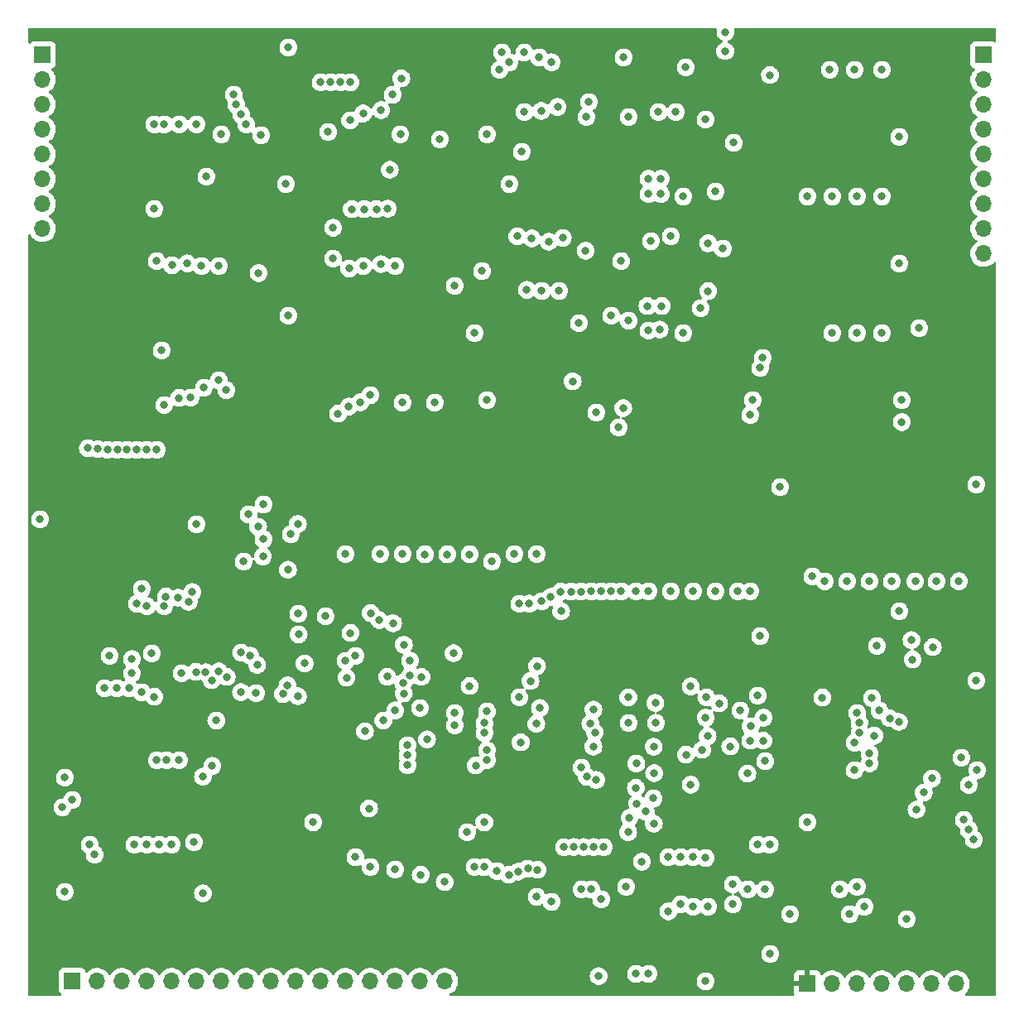
<source format=gbr>
%TF.GenerationSoftware,KiCad,Pcbnew,(6.0.0-0)*%
%TF.CreationDate,2022-03-10T23:02:48-05:00*%
%TF.ProjectId,memory,6d656d6f-7279-42e6-9b69-6361645f7063,rev?*%
%TF.SameCoordinates,Original*%
%TF.FileFunction,Copper,L3,Inr*%
%TF.FilePolarity,Positive*%
%FSLAX46Y46*%
G04 Gerber Fmt 4.6, Leading zero omitted, Abs format (unit mm)*
G04 Created by KiCad (PCBNEW (6.0.0-0)) date 2022-03-10 23:02:48*
%MOMM*%
%LPD*%
G01*
G04 APERTURE LIST*
%TA.AperFunction,ComponentPad*%
%ADD10R,1.700000X1.700000*%
%TD*%
%TA.AperFunction,ComponentPad*%
%ADD11O,1.700000X1.700000*%
%TD*%
%TA.AperFunction,ViaPad*%
%ADD12C,0.800000*%
%TD*%
G04 APERTURE END LIST*
D10*
%TO.N,BUS7*%
%TO.C,J2*%
X84074000Y-27686000D03*
D11*
%TO.N,BUS6*%
X84074000Y-30226000D03*
%TO.N,BUS5*%
X84074000Y-32766000D03*
%TO.N,BUS4*%
X84074000Y-35306000D03*
%TO.N,BUS3*%
X84074000Y-37846000D03*
%TO.N,BUS2*%
X84074000Y-40386000D03*
%TO.N,BUS1*%
X84074000Y-42926000D03*
%TO.N,BUS0*%
X84074000Y-45466000D03*
%TD*%
D10*
%TO.N,~{LATCH_CODE_SEG}*%
%TO.C,J4*%
X180340000Y-27696000D03*
D11*
%TO.N,~{EN_CODE_SEG}*%
X180340000Y-30236000D03*
%TO.N,~{ASSERT_CODE_SEG}*%
X180340000Y-32776000D03*
%TO.N,~{LATCH_DATA_SEG}*%
X180340000Y-35316000D03*
%TO.N,~{EN_DATA_SEG}*%
X180340000Y-37856000D03*
%TO.N,~{ASSERT_DATA_SEG}*%
X180340000Y-40396000D03*
%TO.N,~{LATCH_STACK_SEG}*%
X180340000Y-42936000D03*
%TO.N,~{EN_STACK_SEG}*%
X180340000Y-45476000D03*
%TO.N,~{ASSERT_STACK_SEG}*%
X180340000Y-48016000D03*
%TD*%
D10*
%TO.N,VCC*%
%TO.C,J1*%
X162306000Y-122682000D03*
D11*
%TO.N,GND*%
X164846000Y-122682000D03*
%TO.N,CLOCK*%
X167386000Y-122682000D03*
%TO.N,RESET*%
X169926000Y-122682000D03*
%TO.N,~{LATCH_MAR}*%
X172466000Y-122682000D03*
%TO.N,~{READ}*%
X175006000Y-122682000D03*
%TO.N,~{WRITE}*%
X177546000Y-122682000D03*
%TD*%
D10*
%TO.N,A15*%
%TO.C,J3*%
X87122000Y-122428000D03*
D11*
%TO.N,A14*%
X89662000Y-122428000D03*
%TO.N,A13*%
X92202000Y-122428000D03*
%TO.N,A12*%
X94742000Y-122428000D03*
%TO.N,A11*%
X97282000Y-122428000D03*
%TO.N,A10*%
X99822000Y-122428000D03*
%TO.N,A9*%
X102362000Y-122428000D03*
%TO.N,A8*%
X104902000Y-122428000D03*
%TO.N,A7*%
X107442000Y-122428000D03*
%TO.N,A6*%
X109982000Y-122428000D03*
%TO.N,A5*%
X112522000Y-122428000D03*
%TO.N,A4*%
X115062000Y-122428000D03*
%TO.N,A3*%
X117602000Y-122428000D03*
%TO.N,A2*%
X120142000Y-122428000D03*
%TO.N,A1*%
X122682000Y-122428000D03*
%TO.N,A0*%
X125222000Y-122428000D03*
%TD*%
D12*
%TO.N,VCC*%
X111673212Y-66071581D03*
X144272000Y-84582000D03*
X129321000Y-43907000D03*
X93632420Y-64921822D03*
X154432000Y-116586000D03*
X143256000Y-57912000D03*
X111684110Y-52244922D03*
X87884000Y-92710000D03*
X161036000Y-118872000D03*
X108966000Y-42926000D03*
X93472000Y-41656000D03*
X93294000Y-28524000D03*
X92897125Y-39919033D03*
X129321000Y-57877000D03*
X175768000Y-83058000D03*
X99060000Y-70104000D03*
X161290000Y-84582000D03*
X86360000Y-106426000D03*
X126337920Y-84672642D03*
X143256000Y-30734000D03*
X143291000Y-43907000D03*
X129321000Y-30699000D03*
X169676299Y-115320299D03*
X93294000Y-55702000D03*
X142748000Y-121666000D03*
X110744000Y-57912000D03*
X93396000Y-51232000D03*
X110236000Y-30480000D03*
%TO.N,GND*%
X124714000Y-36322000D03*
X126238000Y-51308000D03*
X129258628Y-106191863D03*
X111760000Y-106172000D03*
X145375698Y-110198500D03*
X153670000Y-47498000D03*
X110236000Y-84836000D03*
X146757422Y-93973289D03*
X119932724Y-85815874D03*
X129032000Y-49792598D03*
X160528000Y-115570000D03*
X156210000Y-113030000D03*
X159512000Y-71882000D03*
X102362000Y-35814000D03*
X129540000Y-62992000D03*
X106426000Y-35909990D03*
X86360000Y-101600000D03*
X100490500Y-101506500D03*
X179578000Y-71628000D03*
X150622000Y-114808000D03*
X162306000Y-106172000D03*
X139700000Y-34036000D03*
X171958000Y-62992000D03*
X139619667Y-47714500D03*
X129540000Y-35814000D03*
X134620000Y-113792000D03*
X109220000Y-54356000D03*
X100490500Y-113444500D03*
X137118968Y-84582000D03*
X165608000Y-113030000D03*
X102870000Y-61976000D03*
X106172000Y-50000500D03*
X171704000Y-84582000D03*
X156718000Y-62992000D03*
X163830000Y-93424011D03*
X144018000Y-34036000D03*
X144780000Y-121666000D03*
X143256000Y-48768000D03*
X157795801Y-97823500D03*
X149606000Y-56134000D03*
X146601346Y-106310642D03*
X127757701Y-92239500D03*
X140716000Y-64262000D03*
X140564342Y-96983179D03*
X123411304Y-97700500D03*
X179578000Y-91694000D03*
X149606000Y-42164000D03*
X109220000Y-26924000D03*
X171704000Y-36068000D03*
X120904000Y-63246000D03*
X86360000Y-113284000D03*
X95250000Y-88900000D03*
X157480000Y-87122000D03*
X154771826Y-36671990D03*
X143472500Y-63805595D03*
X149860000Y-28956000D03*
X171704000Y-49022000D03*
X108966000Y-40894000D03*
%TO.N,/RAM Array/D7*%
X162814000Y-81026000D03*
X179673989Y-100838000D03*
X139762628Y-101536225D03*
X137414000Y-108712000D03*
%TO.N,/RAM Array/D6*%
X178816000Y-102362000D03*
X144764146Y-102653500D03*
X164084000Y-81534000D03*
X138417103Y-108699103D03*
%TO.N,/RAM Array/D5*%
X179324000Y-107950000D03*
X144878097Y-104268810D03*
X166370000Y-81534000D03*
X139437402Y-108703402D03*
%TO.N,/RAM Array/D4*%
X140457701Y-108707701D03*
X168656000Y-81534000D03*
X178816000Y-106934000D03*
X144118120Y-105724500D03*
%TO.N,/RAM Array/D3*%
X141478000Y-108712000D03*
X178308000Y-105918000D03*
X170942000Y-81534000D03*
X143974000Y-107188000D03*
%TO.N,/RAM Array/D2*%
X173468253Y-104878247D03*
X173339619Y-81534000D03*
X145781788Y-105081001D03*
X117475000Y-104775000D03*
X139208497Y-113030000D03*
X146050000Y-121666000D03*
%TO.N,/RAM Array/D1*%
X140208000Y-113030000D03*
X175514000Y-81534000D03*
X174210232Y-103138501D03*
X146558000Y-103731989D03*
%TO.N,/RAM Array/D0*%
X177804299Y-81529701D03*
X141224000Y-114046000D03*
X150368000Y-102324500D03*
X140711701Y-101849701D03*
X175055045Y-101692893D03*
%TO.N,/ADDR15*%
X121035188Y-88015188D03*
X175133000Y-88265000D03*
X151892000Y-109827522D03*
X116078000Y-89154000D03*
X123190000Y-78762383D03*
X97282000Y-108458000D03*
%TO.N,/ADDR14*%
X115062000Y-89662000D03*
X96012000Y-108458000D03*
X83820000Y-75184000D03*
X125476000Y-78762384D03*
X126122949Y-88878748D03*
%TO.N,/ADDR13*%
X119341641Y-91291149D03*
X127762000Y-78762386D03*
X121670300Y-91181700D03*
X106680000Y-73660000D03*
X115175100Y-91391441D03*
X94742000Y-108458000D03*
%TO.N,/ADDR12*%
X130048000Y-79502000D03*
X134657500Y-90207341D03*
X93472000Y-108458000D03*
X122821898Y-91308700D03*
X109130213Y-92164500D03*
%TO.N,/ADDR11*%
X89408000Y-109474000D03*
X140113378Y-96091194D03*
X126238000Y-96266000D03*
X152103098Y-97365011D03*
X169143896Y-97310703D03*
X105918000Y-92964000D03*
X129286000Y-96028497D03*
X132334000Y-78740000D03*
X106680313Y-77216000D03*
%TO.N,/ADDR10*%
X134620000Y-78740000D03*
X167136299Y-98039701D03*
X132989489Y-97996500D03*
X104380016Y-92860287D03*
X154422985Y-98410499D03*
X140425856Y-98432180D03*
X151529159Y-98760268D03*
X106617978Y-78988997D03*
X88900000Y-108458000D03*
%TO.N,/ADDR9*%
X126238000Y-94996000D03*
X129540000Y-94841989D03*
X106034031Y-90072537D03*
X141219701Y-82554299D03*
X115570000Y-86805976D03*
X140422940Y-94642193D03*
X87122000Y-103886000D03*
X122682000Y-94488000D03*
X169672000Y-94742000D03*
X151905679Y-95466500D03*
X106134500Y-75946000D03*
%TO.N,/ADDR8*%
X151972333Y-93392989D03*
X105156000Y-74676000D03*
X105333574Y-89144802D03*
X86106000Y-104648000D03*
X157226000Y-93218000D03*
X113030000Y-85090000D03*
X168910000Y-93472000D03*
X142240000Y-82550000D03*
X143988500Y-93392989D03*
X120963545Y-91888455D03*
%TO.N,/ADDR7*%
X143256000Y-82550000D03*
X121027072Y-93001500D03*
X133989843Y-91731500D03*
X150368002Y-92281011D03*
%TO.N,/ADDR6*%
X132842000Y-93392989D03*
X108667535Y-93050465D03*
X110204993Y-93271913D03*
X153283127Y-94017500D03*
X144780000Y-82550000D03*
X120146299Y-94737701D03*
%TO.N,/ADDR5*%
X155448000Y-94742000D03*
X167386000Y-94996000D03*
X134949018Y-94476683D03*
X118930771Y-95775238D03*
X157824625Y-95466500D03*
X146050000Y-82550000D03*
X95507043Y-93338512D03*
X102922032Y-91303335D03*
%TO.N,/ADDR4*%
X148336000Y-82550000D03*
X170741519Y-95545526D03*
X117056500Y-96857434D03*
X134576046Y-96091011D03*
X167640000Y-96012000D03*
X102101601Y-90732459D03*
X144018000Y-96012000D03*
X146812000Y-96012000D03*
X94234000Y-92889001D03*
X156525090Y-96349813D03*
%TO.N,/ADDR3*%
X101377101Y-91633856D03*
X167640000Y-97028000D03*
X171673791Y-95905906D03*
X150622000Y-82550000D03*
X92964000Y-92456000D03*
X121412000Y-98298000D03*
X156464000Y-97814522D03*
X129286000Y-97028000D03*
%TO.N,/ADDR2*%
X146589683Y-98452011D03*
X144811816Y-100161275D03*
X91694000Y-92456000D03*
X168656000Y-99149500D03*
X152908000Y-82550000D03*
X129540000Y-98806000D03*
X100766138Y-90842825D03*
X121412000Y-99314000D03*
%TO.N,/ADDR1*%
X168656000Y-100149003D03*
X155194000Y-82550000D03*
X90424000Y-92456000D03*
X129540000Y-99805503D03*
X121412000Y-100330000D03*
X99768098Y-90788765D03*
%TO.N,/ADDR0*%
X139192000Y-100584000D03*
X156176167Y-101187989D03*
X156464000Y-82550000D03*
X93218000Y-90932000D03*
X167132000Y-100838000D03*
X146634253Y-101148046D03*
X98298000Y-90932000D03*
%TO.N,~{LATCH_MAR}*%
X172466000Y-116078000D03*
X167386000Y-112776000D03*
%TO.N,~{READ}*%
X158496000Y-119634000D03*
X99822000Y-75692000D03*
X140959000Y-121909000D03*
%TO.N,~{WRITE}*%
X166624000Y-115570000D03*
%TO.N,BUS7*%
X134706346Y-111033029D03*
X95758000Y-68072000D03*
X139157030Y-82576370D03*
X99394759Y-82627827D03*
%TO.N,BUS6*%
X138120893Y-82587500D03*
X94737701Y-68076299D03*
X99032998Y-83611325D03*
X133712646Y-110925482D03*
%TO.N,BUS5*%
X132721489Y-111220145D03*
X93717402Y-68080598D03*
X137074658Y-82587500D03*
X97940225Y-83199627D03*
%TO.N,BUS4*%
X147402764Y-53377500D03*
X143510000Y-27940000D03*
X96702215Y-83091247D03*
X147199218Y-55781899D03*
X92717937Y-68071944D03*
X136071645Y-83121756D03*
X120670234Y-35814001D03*
X147324299Y-40348500D03*
X120777000Y-30099000D03*
X147320000Y-41910000D03*
X131771542Y-111530961D03*
%TO.N,BUS3*%
X135128000Y-83566000D03*
X130570746Y-111176053D03*
X96520000Y-84074000D03*
X136146149Y-28445851D03*
X130810000Y-29210000D03*
X91718435Y-68072000D03*
X119386438Y-43416148D03*
%TO.N,BUS2*%
X133862299Y-83815701D03*
X134874000Y-27940000D03*
X94742000Y-84074000D03*
X90718932Y-68072000D03*
X129279239Y-110759360D03*
X131826000Y-28448000D03*
X118237000Y-43471500D03*
%TO.N,BUS1*%
X89721716Y-68004440D03*
X116982086Y-43471500D03*
X131064000Y-27432000D03*
X93218000Y-89482999D03*
X128270000Y-110744000D03*
X104389563Y-88816399D03*
X133350000Y-27432000D03*
X132842000Y-83820000D03*
X93730299Y-83824299D03*
%TO.N,BUS0*%
X140199402Y-82558598D03*
X90932000Y-89154000D03*
X88725881Y-67918901D03*
X104648000Y-79502000D03*
X94234000Y-82296000D03*
X136144000Y-114300000D03*
X115712086Y-43471500D03*
%TO.N,SEGMENT2*%
X115062000Y-78740000D03*
X121666000Y-89662000D03*
X148082000Y-109728000D03*
X173069989Y-89535000D03*
%TO.N,SEGMENT1*%
X118618002Y-78740000D03*
X117648095Y-84774092D03*
X149352000Y-109728000D03*
X172953340Y-87540500D03*
%TO.N,SEGMENT0*%
X118530533Y-85498592D03*
X150622000Y-109728000D03*
X120904000Y-78740000D03*
X169418000Y-88138000D03*
%TO.N,A7*%
X98044000Y-99822000D03*
%TO.N,A6*%
X96774000Y-99822000D03*
%TO.N,A5*%
X95774497Y-99822000D03*
%TO.N,A4*%
X116078000Y-109728000D03*
%TO.N,A3*%
X117602000Y-110744000D03*
%TO.N,A2*%
X120142000Y-110998000D03*
%TO.N,A1*%
X122762333Y-111543500D03*
%TO.N,A0*%
X125215952Y-112278092D03*
%TO.N,CLOCK*%
X151892000Y-34290000D03*
X138303000Y-61087000D03*
X152160105Y-51853500D03*
X152908000Y-41656000D03*
X156463296Y-64515296D03*
X139954000Y-32512000D03*
X152141700Y-46952500D03*
%TO.N,SEGMENT4*%
X149352000Y-114554000D03*
X110198501Y-75654501D03*
%TO.N,SEGMENT3*%
X109474000Y-76708000D03*
X148082000Y-115278500D03*
%TO.N,/~{EEPROM_EN}*%
X109182546Y-80339943D03*
X152146000Y-114808000D03*
X110888695Y-89916000D03*
X151892000Y-122428000D03*
X110273500Y-86955713D03*
X101849701Y-95762299D03*
%TO.N,~{RAM_WRITE}*%
X168148000Y-114808000D03*
X143764000Y-112776000D03*
%TO.N,~{RAM_EN3}*%
X178054000Y-99568000D03*
X157988000Y-113030000D03*
%TO.N,~{RAM_EN2}*%
X157988000Y-99917988D03*
X158462500Y-108458000D03*
%TO.N,~{RAM_EN1}*%
X157226000Y-108458000D03*
X149884818Y-99256270D03*
%TO.N,~{RAM_EN0}*%
X154686000Y-112522000D03*
X128399532Y-100367500D03*
X154690299Y-114549701D03*
X127508000Y-107188000D03*
%TO.N,LATCH_MAR*%
X99568000Y-108204000D03*
X101433698Y-100412065D03*
%TO.N,/Data Segments/Data Segment/S4*%
X145947813Y-53377500D03*
X146304000Y-46736000D03*
X120142000Y-49276000D03*
X102108000Y-49276000D03*
X148336000Y-46228000D03*
%TO.N,/Data Segments/Data Segment/S3*%
X100330000Y-49276000D03*
X118692999Y-49087525D03*
X162306000Y-42164000D03*
X137297041Y-46407145D03*
X136906000Y-51816000D03*
%TO.N,/Data Segments/Data Segment/S2*%
X135128000Y-51816000D03*
X135852500Y-46787512D03*
X98880999Y-49017701D03*
X116887989Y-49296028D03*
X164846000Y-42164000D03*
%TO.N,/Data Segments/Data Segment/S1*%
X97319500Y-49202113D03*
X115438988Y-49531730D03*
X134126501Y-46458857D03*
X133608299Y-51716478D03*
X167386000Y-42164000D03*
%TO.N,/Data Segments/Data Segment/S0*%
X95758000Y-48768000D03*
X113792000Y-48514000D03*
X169926000Y-42164000D03*
X132642009Y-46231202D03*
%TO.N,/Data Segments/Code Segment/S4*%
X119888000Y-31750000D03*
X148844000Y-33528000D03*
X147066000Y-33528000D03*
X100838000Y-40132000D03*
X119596500Y-39434587D03*
%TO.N,/Data Segments/Code Segment/S3*%
X99822000Y-34798000D03*
X158475634Y-29748372D03*
X115565701Y-30484299D03*
X136756429Y-33015672D03*
X104902000Y-34798000D03*
X118713989Y-33327019D03*
%TO.N,/Data Segments/Code Segment/S2*%
X114554000Y-30480000D03*
X98044000Y-34798000D03*
X164592000Y-29210000D03*
X104394000Y-33782000D03*
X116877500Y-33679759D03*
X135088467Y-33419997D03*
%TO.N,/Data Segments/Code Segment/S1*%
X96520000Y-34798000D03*
X167132000Y-29210000D03*
X103886000Y-32766000D03*
X133350000Y-33528000D03*
X115548497Y-34379206D03*
X113538000Y-30480000D03*
%TO.N,/Data Segments/Code Segment/S0*%
X113284000Y-35560000D03*
X95504000Y-34798000D03*
X133096000Y-37592000D03*
X103632000Y-31750000D03*
X112522000Y-30480000D03*
X169926000Y-29210000D03*
%TO.N,/Data Segments/Stack Segment/S4*%
X102108000Y-60960000D03*
X124206000Y-63246000D03*
X143002000Y-65786000D03*
%TO.N,/Data Segments/Stack Segment/S3*%
X100584000Y-61722000D03*
X117602000Y-62484000D03*
%TO.N,/Data Segments/Stack Segment/S2*%
X164846000Y-56134000D03*
X116586000Y-63208500D03*
X157734000Y-58674000D03*
X99224500Y-62738000D03*
%TO.N,/Data Segments/Stack Segment/S1*%
X98044000Y-62775500D03*
X115396333Y-63658011D03*
X167386000Y-56134000D03*
X157480000Y-59690000D03*
%TO.N,/Data Segments/Stack Segment/S0*%
X171958000Y-65239796D03*
X169926000Y-56134000D03*
X114300000Y-64382511D03*
X96520000Y-63500000D03*
%TO.N,RESET*%
X146050000Y-40348500D03*
X131826000Y-40894000D03*
X144022299Y-54868299D03*
X146050000Y-41910000D03*
X146050000Y-55880000D03*
X142240000Y-54356000D03*
%TO.N,~{EN_DATA_SEG}*%
X95504000Y-43434000D03*
%TO.N,~{ASSERT_DATA_SEG}*%
X113792000Y-45370011D03*
%TO.N,~{LATCH_CODE_SEG}*%
X153897680Y-27298511D03*
X153924000Y-25353692D03*
%TO.N,~{LATCH_STACK_SEG}*%
X173736000Y-55626000D03*
%TO.N,~{EN_STACK_SEG}*%
X96266000Y-57912000D03*
X138938000Y-55118000D03*
%TO.N,~{ASSERT_STACK_SEG}*%
X151384000Y-53594000D03*
X128270000Y-56134000D03*
%TD*%
%TA.AperFunction,Conductor*%
%TO.N,VCC*%
G36*
X153001110Y-24950002D02*
G01*
X153047603Y-25003658D01*
X153057707Y-25073932D01*
X153052823Y-25094931D01*
X153030458Y-25163764D01*
X153010496Y-25353692D01*
X153030458Y-25543620D01*
X153089473Y-25725248D01*
X153184960Y-25890636D01*
X153312747Y-26032558D01*
X153347615Y-26057891D01*
X153450831Y-26132882D01*
X153467248Y-26144810D01*
X153473274Y-26147493D01*
X153473281Y-26147497D01*
X153602741Y-26205135D01*
X153656837Y-26251115D01*
X153677487Y-26319042D01*
X153658135Y-26387350D01*
X153602742Y-26435349D01*
X153446958Y-26504708D01*
X153446956Y-26504709D01*
X153440928Y-26507393D01*
X153286427Y-26619645D01*
X153282006Y-26624555D01*
X153282005Y-26624556D01*
X153174872Y-26743540D01*
X153158640Y-26761567D01*
X153139644Y-26794469D01*
X153084404Y-26890148D01*
X153063153Y-26926955D01*
X153004138Y-27108583D01*
X153003448Y-27115144D01*
X153003448Y-27115146D01*
X152998014Y-27166846D01*
X152984176Y-27298511D01*
X153004138Y-27488439D01*
X153063153Y-27670067D01*
X153066456Y-27675789D01*
X153066457Y-27675790D01*
X153089163Y-27715118D01*
X153158640Y-27835455D01*
X153286427Y-27977377D01*
X153382943Y-28047500D01*
X153419823Y-28074295D01*
X153440928Y-28089629D01*
X153446956Y-28092313D01*
X153446958Y-28092314D01*
X153531441Y-28129928D01*
X153615392Y-28167305D01*
X153708793Y-28187158D01*
X153795736Y-28205639D01*
X153795741Y-28205639D01*
X153802193Y-28207011D01*
X153993167Y-28207011D01*
X153999619Y-28205639D01*
X153999624Y-28205639D01*
X154086568Y-28187158D01*
X154179968Y-28167305D01*
X154263919Y-28129928D01*
X154348402Y-28092314D01*
X154348404Y-28092313D01*
X154354432Y-28089629D01*
X154375538Y-28074295D01*
X154412417Y-28047500D01*
X154508933Y-27977377D01*
X154636720Y-27835455D01*
X154706197Y-27715118D01*
X154728903Y-27675790D01*
X154728904Y-27675789D01*
X154732207Y-27670067D01*
X154791222Y-27488439D01*
X154811184Y-27298511D01*
X154797346Y-27166846D01*
X154791912Y-27115146D01*
X154791912Y-27115144D01*
X154791222Y-27108583D01*
X154732207Y-26926955D01*
X154710957Y-26890148D01*
X154655716Y-26794469D01*
X154636720Y-26761567D01*
X154620489Y-26743540D01*
X154513355Y-26624556D01*
X154513354Y-26624555D01*
X154508933Y-26619645D01*
X154354432Y-26507393D01*
X154348406Y-26504710D01*
X154348399Y-26504706D01*
X154218939Y-26447068D01*
X154164843Y-26401088D01*
X154144193Y-26333161D01*
X154163545Y-26264853D01*
X154218938Y-26216854D01*
X154374722Y-26147495D01*
X154374724Y-26147494D01*
X154380752Y-26144810D01*
X154397170Y-26132882D01*
X154500385Y-26057891D01*
X154535253Y-26032558D01*
X154663040Y-25890636D01*
X154758527Y-25725248D01*
X154817542Y-25543620D01*
X154837504Y-25353692D01*
X154817542Y-25163764D01*
X154795178Y-25094935D01*
X154793150Y-25023969D01*
X154829812Y-24963171D01*
X154893525Y-24931846D01*
X154915011Y-24930000D01*
X181484000Y-24930000D01*
X181552121Y-24950002D01*
X181598614Y-25003658D01*
X181610000Y-25056000D01*
X181610000Y-26279081D01*
X181589998Y-26347202D01*
X181536342Y-26393695D01*
X181466068Y-26403799D01*
X181437164Y-26394161D01*
X181436705Y-26395385D01*
X181300316Y-26344255D01*
X181238134Y-26337500D01*
X179441866Y-26337500D01*
X179379684Y-26344255D01*
X179243295Y-26395385D01*
X179126739Y-26482739D01*
X179039385Y-26599295D01*
X178988255Y-26735684D01*
X178981500Y-26797866D01*
X178981500Y-28594134D01*
X178988255Y-28656316D01*
X179039385Y-28792705D01*
X179126739Y-28909261D01*
X179243295Y-28996615D01*
X179251704Y-28999767D01*
X179251705Y-28999768D01*
X179360451Y-29040535D01*
X179417216Y-29083176D01*
X179441916Y-29149738D01*
X179426709Y-29219087D01*
X179407316Y-29245568D01*
X179286325Y-29372178D01*
X179280629Y-29378138D01*
X179154743Y-29562680D01*
X179107715Y-29663993D01*
X179065501Y-29754937D01*
X179060688Y-29765305D01*
X179000989Y-29980570D01*
X178977251Y-30202695D01*
X178977548Y-30207848D01*
X178977548Y-30207851D01*
X178982667Y-30296635D01*
X178990110Y-30425715D01*
X178991247Y-30430761D01*
X178991248Y-30430767D01*
X179010022Y-30514069D01*
X179039222Y-30643639D01*
X179093726Y-30777866D01*
X179121096Y-30845271D01*
X179123266Y-30850616D01*
X179167891Y-30923438D01*
X179230834Y-31026151D01*
X179239987Y-31041088D01*
X179386250Y-31209938D01*
X179558126Y-31352632D01*
X179602298Y-31378444D01*
X179631445Y-31395476D01*
X179680169Y-31447114D01*
X179693240Y-31516897D01*
X179666509Y-31582669D01*
X179626055Y-31616027D01*
X179613607Y-31622507D01*
X179609474Y-31625610D01*
X179609471Y-31625612D01*
X179443802Y-31750000D01*
X179434965Y-31756635D01*
X179280629Y-31918138D01*
X179277715Y-31922410D01*
X179277714Y-31922411D01*
X179270242Y-31933365D01*
X179154743Y-32102680D01*
X179107716Y-32203992D01*
X179066933Y-32291852D01*
X179060688Y-32305305D01*
X179000989Y-32520570D01*
X178977251Y-32742695D01*
X178977548Y-32747848D01*
X178977548Y-32747851D01*
X178985703Y-32889279D01*
X178990110Y-32965715D01*
X178991247Y-32970761D01*
X178991248Y-32970767D01*
X179008867Y-33048944D01*
X179039222Y-33183639D01*
X179087737Y-33303118D01*
X179120122Y-33382872D01*
X179123266Y-33390616D01*
X179167891Y-33463438D01*
X179236036Y-33574640D01*
X179239987Y-33581088D01*
X179386250Y-33749938D01*
X179432777Y-33788565D01*
X179549943Y-33885838D01*
X179558126Y-33892632D01*
X179613054Y-33924729D01*
X179631445Y-33935476D01*
X179680169Y-33987114D01*
X179693240Y-34056897D01*
X179666509Y-34122669D01*
X179626055Y-34156027D01*
X179613607Y-34162507D01*
X179609474Y-34165610D01*
X179609471Y-34165612D01*
X179443305Y-34290373D01*
X179434965Y-34296635D01*
X179408956Y-34323852D01*
X179310917Y-34426444D01*
X179280629Y-34458138D01*
X179277715Y-34462410D01*
X179277714Y-34462411D01*
X179271939Y-34470877D01*
X179154743Y-34642680D01*
X179107716Y-34743992D01*
X179066933Y-34831852D01*
X179060688Y-34845305D01*
X179000989Y-35060570D01*
X178977251Y-35282695D01*
X178977548Y-35287848D01*
X178977548Y-35287851D01*
X178982642Y-35376198D01*
X178990110Y-35505715D01*
X178991247Y-35510761D01*
X178991248Y-35510767D01*
X179008906Y-35589118D01*
X179039222Y-35723639D01*
X179075914Y-35814000D01*
X179121096Y-35925271D01*
X179123266Y-35930616D01*
X179161571Y-35993124D01*
X179225192Y-36096944D01*
X179239987Y-36121088D01*
X179386250Y-36289938D01*
X179558126Y-36432632D01*
X179572816Y-36441216D01*
X179631445Y-36475476D01*
X179680169Y-36527114D01*
X179693240Y-36596897D01*
X179666509Y-36662669D01*
X179626055Y-36696027D01*
X179613607Y-36702507D01*
X179609474Y-36705610D01*
X179609471Y-36705612D01*
X179443305Y-36830373D01*
X179434965Y-36836635D01*
X179280629Y-36998138D01*
X179277715Y-37002410D01*
X179277714Y-37002411D01*
X179269620Y-37014277D01*
X179154743Y-37182680D01*
X179107716Y-37283992D01*
X179076679Y-37350856D01*
X179060688Y-37385305D01*
X179000989Y-37600570D01*
X178977251Y-37822695D01*
X178977548Y-37827848D01*
X178977548Y-37827851D01*
X178985010Y-37957271D01*
X178990110Y-38045715D01*
X178991247Y-38050761D01*
X178991248Y-38050767D01*
X179008867Y-38128944D01*
X179039222Y-38263639D01*
X179123266Y-38470616D01*
X179167891Y-38543438D01*
X179227545Y-38640784D01*
X179239987Y-38661088D01*
X179386250Y-38829938D01*
X179558126Y-38972632D01*
X179614332Y-39005476D01*
X179631445Y-39015476D01*
X179680169Y-39067114D01*
X179693240Y-39136897D01*
X179666509Y-39202669D01*
X179626055Y-39236027D01*
X179613607Y-39242507D01*
X179609474Y-39245610D01*
X179609471Y-39245612D01*
X179443305Y-39370373D01*
X179434965Y-39376635D01*
X179280629Y-39538138D01*
X179277715Y-39542410D01*
X179277714Y-39542411D01*
X179266659Y-39558617D01*
X179154743Y-39722680D01*
X179060688Y-39925305D01*
X179000989Y-40140570D01*
X178977251Y-40362695D01*
X178977548Y-40367848D01*
X178977548Y-40367851D01*
X178987745Y-40544706D01*
X178990110Y-40585715D01*
X178991247Y-40590761D01*
X178991248Y-40590767D01*
X179008867Y-40668944D01*
X179039222Y-40803639D01*
X179075914Y-40894000D01*
X179111665Y-40982045D01*
X179123266Y-41010616D01*
X179164170Y-41077365D01*
X179217364Y-41164170D01*
X179239987Y-41201088D01*
X179386250Y-41369938D01*
X179558126Y-41512632D01*
X179602298Y-41538444D01*
X179631445Y-41555476D01*
X179680169Y-41607114D01*
X179693240Y-41676897D01*
X179666509Y-41742669D01*
X179626055Y-41776027D01*
X179613607Y-41782507D01*
X179609474Y-41785610D01*
X179609471Y-41785612D01*
X179443802Y-41910000D01*
X179434965Y-41916635D01*
X179280629Y-42078138D01*
X179277715Y-42082410D01*
X179277714Y-42082411D01*
X179270242Y-42093365D01*
X179154743Y-42262680D01*
X179109473Y-42360206D01*
X179066933Y-42451852D01*
X179060688Y-42465305D01*
X179000989Y-42680570D01*
X178977251Y-42902695D01*
X178977548Y-42907848D01*
X178977548Y-42907851D01*
X178985795Y-43050877D01*
X178990110Y-43125715D01*
X178991247Y-43130761D01*
X178991248Y-43130767D01*
X179010022Y-43214069D01*
X179039222Y-43343639D01*
X179123266Y-43550616D01*
X179239987Y-43741088D01*
X179386250Y-43909938D01*
X179558126Y-44052632D01*
X179614332Y-44085476D01*
X179631445Y-44095476D01*
X179680169Y-44147114D01*
X179693240Y-44216897D01*
X179666509Y-44282669D01*
X179626055Y-44316027D01*
X179613607Y-44322507D01*
X179609474Y-44325610D01*
X179609471Y-44325612D01*
X179443305Y-44450373D01*
X179434965Y-44456635D01*
X179280629Y-44618138D01*
X179277715Y-44622410D01*
X179277714Y-44622411D01*
X179269620Y-44634277D01*
X179154743Y-44802680D01*
X179107716Y-44903992D01*
X179063868Y-44998455D01*
X179060688Y-45005305D01*
X179000989Y-45220570D01*
X178977251Y-45442695D01*
X178977548Y-45447848D01*
X178977548Y-45447851D01*
X178983538Y-45551729D01*
X178990110Y-45665715D01*
X178991247Y-45670761D01*
X178991248Y-45670767D01*
X179010022Y-45754069D01*
X179039222Y-45883639D01*
X179096732Y-46025269D01*
X179111665Y-46062045D01*
X179123266Y-46090616D01*
X179164098Y-46157248D01*
X179233040Y-46269751D01*
X179239987Y-46281088D01*
X179386250Y-46449938D01*
X179558126Y-46592632D01*
X179618367Y-46627834D01*
X179631445Y-46635476D01*
X179680169Y-46687114D01*
X179693240Y-46756897D01*
X179666509Y-46822669D01*
X179626055Y-46856027D01*
X179613607Y-46862507D01*
X179609474Y-46865610D01*
X179609471Y-46865612D01*
X179443695Y-46990080D01*
X179434965Y-46996635D01*
X179407854Y-47025005D01*
X179301914Y-47135865D01*
X179280629Y-47158138D01*
X179277715Y-47162410D01*
X179277714Y-47162411D01*
X179251426Y-47200948D01*
X179154743Y-47342680D01*
X179123515Y-47409955D01*
X179067884Y-47529803D01*
X179060688Y-47545305D01*
X179000989Y-47760570D01*
X178977251Y-47982695D01*
X178977548Y-47987848D01*
X178977548Y-47987851D01*
X178986989Y-48151592D01*
X178990110Y-48205715D01*
X178991247Y-48210761D01*
X178991248Y-48210767D01*
X179010228Y-48294985D01*
X179039222Y-48423639D01*
X179092509Y-48554871D01*
X179111665Y-48602045D01*
X179123266Y-48630616D01*
X179125965Y-48635020D01*
X179233067Y-48809795D01*
X179239987Y-48821088D01*
X179386250Y-48989938D01*
X179558126Y-49132632D01*
X179751000Y-49245338D01*
X179959692Y-49325030D01*
X179964760Y-49326061D01*
X179964763Y-49326062D01*
X180072017Y-49347883D01*
X180178597Y-49369567D01*
X180183772Y-49369757D01*
X180183774Y-49369757D01*
X180396673Y-49377564D01*
X180396677Y-49377564D01*
X180401837Y-49377753D01*
X180406957Y-49377097D01*
X180406959Y-49377097D01*
X180618288Y-49350025D01*
X180618289Y-49350025D01*
X180623416Y-49349368D01*
X180648635Y-49341802D01*
X180832429Y-49286661D01*
X180832434Y-49286659D01*
X180837384Y-49285174D01*
X181037994Y-49186896D01*
X181219860Y-49057173D01*
X181378096Y-48899489D01*
X181381109Y-48895296D01*
X181381114Y-48895290D01*
X181381674Y-48894510D01*
X181381981Y-48894271D01*
X181384465Y-48891352D01*
X181385067Y-48891865D01*
X181437666Y-48850859D01*
X181508369Y-48844410D01*
X181571335Y-48877210D01*
X181606573Y-48938844D01*
X181610000Y-48968031D01*
X181610000Y-123788000D01*
X181589998Y-123856121D01*
X181536342Y-123902614D01*
X181484000Y-123914000D01*
X178539310Y-123914000D01*
X178471189Y-123893998D01*
X178424696Y-123840342D01*
X178414592Y-123770068D01*
X178444086Y-123705488D01*
X178450370Y-123698749D01*
X178539487Y-123609942D01*
X178584096Y-123565489D01*
X178608239Y-123531891D01*
X178711435Y-123388277D01*
X178714453Y-123384077D01*
X178730990Y-123350618D01*
X178811136Y-123188453D01*
X178811137Y-123188451D01*
X178813430Y-123183811D01*
X178846300Y-123075625D01*
X178876865Y-122975023D01*
X178876865Y-122975021D01*
X178878370Y-122970069D01*
X178907529Y-122748590D01*
X178908648Y-122702803D01*
X178909074Y-122685365D01*
X178909074Y-122685361D01*
X178909156Y-122682000D01*
X178890852Y-122459361D01*
X178836431Y-122242702D01*
X178747354Y-122037840D01*
X178649220Y-121886148D01*
X178628822Y-121854617D01*
X178628820Y-121854614D01*
X178626014Y-121850277D01*
X178475670Y-121685051D01*
X178471619Y-121681852D01*
X178471615Y-121681848D01*
X178304414Y-121549800D01*
X178304410Y-121549798D01*
X178300359Y-121546598D01*
X178283777Y-121537444D01*
X178203382Y-121493064D01*
X178104789Y-121438638D01*
X178099920Y-121436914D01*
X178099916Y-121436912D01*
X177899087Y-121365795D01*
X177899083Y-121365794D01*
X177894212Y-121364069D01*
X177889119Y-121363162D01*
X177889116Y-121363161D01*
X177679373Y-121325800D01*
X177679367Y-121325799D01*
X177674284Y-121324894D01*
X177600452Y-121323992D01*
X177456081Y-121322228D01*
X177456079Y-121322228D01*
X177450911Y-121322165D01*
X177230091Y-121355955D01*
X177017756Y-121425357D01*
X176987443Y-121441137D01*
X176834274Y-121520872D01*
X176819607Y-121528507D01*
X176815474Y-121531610D01*
X176815471Y-121531612D01*
X176645227Y-121659435D01*
X176640965Y-121662635D01*
X176486629Y-121824138D01*
X176379201Y-121981621D01*
X176324293Y-122026621D01*
X176253768Y-122034792D01*
X176190021Y-122003538D01*
X176169324Y-121979054D01*
X176088822Y-121854617D01*
X176088820Y-121854614D01*
X176086014Y-121850277D01*
X175935670Y-121685051D01*
X175931619Y-121681852D01*
X175931615Y-121681848D01*
X175764414Y-121549800D01*
X175764410Y-121549798D01*
X175760359Y-121546598D01*
X175743777Y-121537444D01*
X175663382Y-121493064D01*
X175564789Y-121438638D01*
X175559920Y-121436914D01*
X175559916Y-121436912D01*
X175359087Y-121365795D01*
X175359083Y-121365794D01*
X175354212Y-121364069D01*
X175349119Y-121363162D01*
X175349116Y-121363161D01*
X175139373Y-121325800D01*
X175139367Y-121325799D01*
X175134284Y-121324894D01*
X175060452Y-121323992D01*
X174916081Y-121322228D01*
X174916079Y-121322228D01*
X174910911Y-121322165D01*
X174690091Y-121355955D01*
X174477756Y-121425357D01*
X174447443Y-121441137D01*
X174294274Y-121520872D01*
X174279607Y-121528507D01*
X174275474Y-121531610D01*
X174275471Y-121531612D01*
X174105227Y-121659435D01*
X174100965Y-121662635D01*
X173946629Y-121824138D01*
X173839201Y-121981621D01*
X173784293Y-122026621D01*
X173713768Y-122034792D01*
X173650021Y-122003538D01*
X173629324Y-121979054D01*
X173548822Y-121854617D01*
X173548820Y-121854614D01*
X173546014Y-121850277D01*
X173395670Y-121685051D01*
X173391619Y-121681852D01*
X173391615Y-121681848D01*
X173224414Y-121549800D01*
X173224410Y-121549798D01*
X173220359Y-121546598D01*
X173203777Y-121537444D01*
X173123382Y-121493064D01*
X173024789Y-121438638D01*
X173019920Y-121436914D01*
X173019916Y-121436912D01*
X172819087Y-121365795D01*
X172819083Y-121365794D01*
X172814212Y-121364069D01*
X172809119Y-121363162D01*
X172809116Y-121363161D01*
X172599373Y-121325800D01*
X172599367Y-121325799D01*
X172594284Y-121324894D01*
X172520452Y-121323992D01*
X172376081Y-121322228D01*
X172376079Y-121322228D01*
X172370911Y-121322165D01*
X172150091Y-121355955D01*
X171937756Y-121425357D01*
X171907443Y-121441137D01*
X171754274Y-121520872D01*
X171739607Y-121528507D01*
X171735474Y-121531610D01*
X171735471Y-121531612D01*
X171565227Y-121659435D01*
X171560965Y-121662635D01*
X171406629Y-121824138D01*
X171299201Y-121981621D01*
X171244293Y-122026621D01*
X171173768Y-122034792D01*
X171110021Y-122003538D01*
X171089324Y-121979054D01*
X171008822Y-121854617D01*
X171008820Y-121854614D01*
X171006014Y-121850277D01*
X170855670Y-121685051D01*
X170851619Y-121681852D01*
X170851615Y-121681848D01*
X170684414Y-121549800D01*
X170684410Y-121549798D01*
X170680359Y-121546598D01*
X170663777Y-121537444D01*
X170583382Y-121493064D01*
X170484789Y-121438638D01*
X170479920Y-121436914D01*
X170479916Y-121436912D01*
X170279087Y-121365795D01*
X170279083Y-121365794D01*
X170274212Y-121364069D01*
X170269119Y-121363162D01*
X170269116Y-121363161D01*
X170059373Y-121325800D01*
X170059367Y-121325799D01*
X170054284Y-121324894D01*
X169980452Y-121323992D01*
X169836081Y-121322228D01*
X169836079Y-121322228D01*
X169830911Y-121322165D01*
X169610091Y-121355955D01*
X169397756Y-121425357D01*
X169367443Y-121441137D01*
X169214274Y-121520872D01*
X169199607Y-121528507D01*
X169195474Y-121531610D01*
X169195471Y-121531612D01*
X169025227Y-121659435D01*
X169020965Y-121662635D01*
X168866629Y-121824138D01*
X168759201Y-121981621D01*
X168704293Y-122026621D01*
X168633768Y-122034792D01*
X168570021Y-122003538D01*
X168549324Y-121979054D01*
X168468822Y-121854617D01*
X168468820Y-121854614D01*
X168466014Y-121850277D01*
X168315670Y-121685051D01*
X168311619Y-121681852D01*
X168311615Y-121681848D01*
X168144414Y-121549800D01*
X168144410Y-121549798D01*
X168140359Y-121546598D01*
X168123777Y-121537444D01*
X168043382Y-121493064D01*
X167944789Y-121438638D01*
X167939920Y-121436914D01*
X167939916Y-121436912D01*
X167739087Y-121365795D01*
X167739083Y-121365794D01*
X167734212Y-121364069D01*
X167729119Y-121363162D01*
X167729116Y-121363161D01*
X167519373Y-121325800D01*
X167519367Y-121325799D01*
X167514284Y-121324894D01*
X167440452Y-121323992D01*
X167296081Y-121322228D01*
X167296079Y-121322228D01*
X167290911Y-121322165D01*
X167070091Y-121355955D01*
X166857756Y-121425357D01*
X166827443Y-121441137D01*
X166674274Y-121520872D01*
X166659607Y-121528507D01*
X166655474Y-121531610D01*
X166655471Y-121531612D01*
X166485227Y-121659435D01*
X166480965Y-121662635D01*
X166326629Y-121824138D01*
X166219201Y-121981621D01*
X166164293Y-122026621D01*
X166093768Y-122034792D01*
X166030021Y-122003538D01*
X166009324Y-121979054D01*
X165928822Y-121854617D01*
X165928820Y-121854614D01*
X165926014Y-121850277D01*
X165775670Y-121685051D01*
X165771619Y-121681852D01*
X165771615Y-121681848D01*
X165604414Y-121549800D01*
X165604410Y-121549798D01*
X165600359Y-121546598D01*
X165583777Y-121537444D01*
X165503382Y-121493064D01*
X165404789Y-121438638D01*
X165399920Y-121436914D01*
X165399916Y-121436912D01*
X165199087Y-121365795D01*
X165199083Y-121365794D01*
X165194212Y-121364069D01*
X165189119Y-121363162D01*
X165189116Y-121363161D01*
X164979373Y-121325800D01*
X164979367Y-121325799D01*
X164974284Y-121324894D01*
X164900452Y-121323992D01*
X164756081Y-121322228D01*
X164756079Y-121322228D01*
X164750911Y-121322165D01*
X164530091Y-121355955D01*
X164317756Y-121425357D01*
X164287443Y-121441137D01*
X164134274Y-121520872D01*
X164119607Y-121528507D01*
X164115474Y-121531610D01*
X164115471Y-121531612D01*
X163945227Y-121659435D01*
X163940965Y-121662635D01*
X163937393Y-121666373D01*
X163859898Y-121747466D01*
X163798374Y-121782895D01*
X163727462Y-121779438D01*
X163669676Y-121738192D01*
X163650823Y-121704644D01*
X163609324Y-121593946D01*
X163600786Y-121578351D01*
X163524285Y-121476276D01*
X163511724Y-121463715D01*
X163409649Y-121387214D01*
X163394054Y-121378676D01*
X163273606Y-121333522D01*
X163258351Y-121329895D01*
X163207486Y-121324369D01*
X163200672Y-121324000D01*
X162578115Y-121324000D01*
X162562876Y-121328475D01*
X162561671Y-121329865D01*
X162560000Y-121337548D01*
X162560000Y-122810000D01*
X162539998Y-122878121D01*
X162486342Y-122924614D01*
X162434000Y-122936000D01*
X160966116Y-122936000D01*
X160950877Y-122940475D01*
X160949672Y-122941865D01*
X160948001Y-122949548D01*
X160948001Y-123576669D01*
X160948371Y-123583490D01*
X160953895Y-123634352D01*
X160957522Y-123649607D01*
X160992822Y-123743771D01*
X160998005Y-123814578D01*
X160964084Y-123876947D01*
X160901828Y-123911076D01*
X160874840Y-123914000D01*
X125820387Y-123914000D01*
X125752266Y-123893998D01*
X125705773Y-123840342D01*
X125695669Y-123770068D01*
X125725163Y-123705488D01*
X125764955Y-123674849D01*
X125915346Y-123601173D01*
X125919994Y-123598896D01*
X126101860Y-123469173D01*
X126260096Y-123311489D01*
X126269670Y-123298166D01*
X126387435Y-123134277D01*
X126390453Y-123130077D01*
X126400006Y-123110749D01*
X126487136Y-122934453D01*
X126487137Y-122934451D01*
X126489430Y-122929811D01*
X126523970Y-122816128D01*
X126552865Y-122721023D01*
X126552865Y-122721021D01*
X126554370Y-122716069D01*
X126583529Y-122494590D01*
X126584445Y-122457118D01*
X126585074Y-122431365D01*
X126585074Y-122431361D01*
X126585156Y-122428000D01*
X126566852Y-122205361D01*
X126512431Y-121988702D01*
X126477775Y-121909000D01*
X140045496Y-121909000D01*
X140046186Y-121915565D01*
X140059008Y-122037556D01*
X140065458Y-122098928D01*
X140124473Y-122280556D01*
X140219960Y-122445944D01*
X140224378Y-122450851D01*
X140224379Y-122450852D01*
X140297543Y-122532109D01*
X140347747Y-122587866D01*
X140502248Y-122700118D01*
X140508276Y-122702802D01*
X140508278Y-122702803D01*
X140670681Y-122775109D01*
X140676712Y-122777794D01*
X140770112Y-122797647D01*
X140857056Y-122816128D01*
X140857061Y-122816128D01*
X140863513Y-122817500D01*
X141054487Y-122817500D01*
X141060939Y-122816128D01*
X141060944Y-122816128D01*
X141147888Y-122797647D01*
X141241288Y-122777794D01*
X141247319Y-122775109D01*
X141409722Y-122702803D01*
X141409724Y-122702802D01*
X141415752Y-122700118D01*
X141570253Y-122587866D01*
X141620457Y-122532109D01*
X141693621Y-122450852D01*
X141693622Y-122450851D01*
X141698040Y-122445944D01*
X141793527Y-122280556D01*
X141852542Y-122098928D01*
X141858993Y-122037556D01*
X141871814Y-121915565D01*
X141872504Y-121909000D01*
X141855526Y-121747466D01*
X141853232Y-121725635D01*
X141853232Y-121725633D01*
X141852542Y-121719072D01*
X141835298Y-121666000D01*
X143866496Y-121666000D01*
X143867186Y-121672565D01*
X143885463Y-121846457D01*
X143886458Y-121855928D01*
X143945473Y-122037556D01*
X144040960Y-122202944D01*
X144045378Y-122207851D01*
X144045379Y-122207852D01*
X144072483Y-122237954D01*
X144168747Y-122344866D01*
X144258238Y-122409885D01*
X144314624Y-122450852D01*
X144323248Y-122457118D01*
X144329276Y-122459802D01*
X144329278Y-122459803D01*
X144414864Y-122497908D01*
X144497712Y-122534794D01*
X144591113Y-122554647D01*
X144678056Y-122573128D01*
X144678061Y-122573128D01*
X144684513Y-122574500D01*
X144875487Y-122574500D01*
X144881939Y-122573128D01*
X144881944Y-122573128D01*
X144968887Y-122554647D01*
X145062288Y-122534794D01*
X145145136Y-122497908D01*
X145230722Y-122459803D01*
X145230724Y-122459802D01*
X145236752Y-122457118D01*
X145245377Y-122450852D01*
X145301762Y-122409885D01*
X145340940Y-122381421D01*
X145407806Y-122357563D01*
X145476958Y-122373643D01*
X145489056Y-122381418D01*
X145528238Y-122409885D01*
X145584624Y-122450852D01*
X145593248Y-122457118D01*
X145599276Y-122459802D01*
X145599278Y-122459803D01*
X145684864Y-122497908D01*
X145767712Y-122534794D01*
X145861113Y-122554647D01*
X145948056Y-122573128D01*
X145948061Y-122573128D01*
X145954513Y-122574500D01*
X146145487Y-122574500D01*
X146151939Y-122573128D01*
X146151944Y-122573128D01*
X146238887Y-122554647D01*
X146332288Y-122534794D01*
X146415136Y-122497908D01*
X146500722Y-122459803D01*
X146500724Y-122459802D01*
X146506752Y-122457118D01*
X146515377Y-122450852D01*
X146546829Y-122428000D01*
X150978496Y-122428000D01*
X150979186Y-122434565D01*
X150995707Y-122591749D01*
X150998458Y-122617928D01*
X151057473Y-122799556D01*
X151152960Y-122964944D01*
X151157378Y-122969851D01*
X151157379Y-122969852D01*
X151276325Y-123101955D01*
X151280747Y-123106866D01*
X151435248Y-123219118D01*
X151441276Y-123221802D01*
X151441278Y-123221803D01*
X151466625Y-123233088D01*
X151609712Y-123296794D01*
X151696009Y-123315137D01*
X151790056Y-123335128D01*
X151790061Y-123335128D01*
X151796513Y-123336500D01*
X151987487Y-123336500D01*
X151993939Y-123335128D01*
X151993944Y-123335128D01*
X152087991Y-123315137D01*
X152174288Y-123296794D01*
X152317375Y-123233088D01*
X152342722Y-123221803D01*
X152342724Y-123221802D01*
X152348752Y-123219118D01*
X152503253Y-123106866D01*
X152507675Y-123101955D01*
X152626621Y-122969852D01*
X152626622Y-122969851D01*
X152631040Y-122964944D01*
X152726527Y-122799556D01*
X152785542Y-122617928D01*
X152788294Y-122591749D01*
X152804814Y-122434565D01*
X152805504Y-122428000D01*
X152803600Y-122409885D01*
X160948000Y-122409885D01*
X160952475Y-122425124D01*
X160953865Y-122426329D01*
X160961548Y-122428000D01*
X162033885Y-122428000D01*
X162049124Y-122423525D01*
X162050329Y-122422135D01*
X162052000Y-122414452D01*
X162052000Y-121342116D01*
X162047525Y-121326877D01*
X162046135Y-121325672D01*
X162038452Y-121324001D01*
X161411331Y-121324001D01*
X161404510Y-121324371D01*
X161353648Y-121329895D01*
X161338396Y-121333521D01*
X161217946Y-121378676D01*
X161202351Y-121387214D01*
X161100276Y-121463715D01*
X161087715Y-121476276D01*
X161011214Y-121578351D01*
X161002676Y-121593946D01*
X160957522Y-121714394D01*
X160953895Y-121729649D01*
X160948369Y-121780514D01*
X160948000Y-121787328D01*
X160948000Y-122409885D01*
X152803600Y-122409885D01*
X152798101Y-122357563D01*
X152786232Y-122244635D01*
X152786232Y-122244633D01*
X152785542Y-122238072D01*
X152726527Y-122056444D01*
X152718529Y-122042590D01*
X152641400Y-121909000D01*
X152631040Y-121891056D01*
X152605064Y-121862206D01*
X152507675Y-121754045D01*
X152507674Y-121754044D01*
X152503253Y-121749134D01*
X152379924Y-121659530D01*
X152354094Y-121640763D01*
X152354093Y-121640762D01*
X152348752Y-121636882D01*
X152342724Y-121634198D01*
X152342722Y-121634197D01*
X152180319Y-121561891D01*
X152180318Y-121561891D01*
X152174288Y-121559206D01*
X152080887Y-121539353D01*
X151993944Y-121520872D01*
X151993939Y-121520872D01*
X151987487Y-121519500D01*
X151796513Y-121519500D01*
X151790061Y-121520872D01*
X151790056Y-121520872D01*
X151703113Y-121539353D01*
X151609712Y-121559206D01*
X151603682Y-121561891D01*
X151603681Y-121561891D01*
X151441278Y-121634197D01*
X151441276Y-121634198D01*
X151435248Y-121636882D01*
X151429907Y-121640762D01*
X151429906Y-121640763D01*
X151404076Y-121659530D01*
X151280747Y-121749134D01*
X151276326Y-121754044D01*
X151276325Y-121754045D01*
X151178937Y-121862206D01*
X151152960Y-121891056D01*
X151142600Y-121909000D01*
X151065472Y-122042590D01*
X151057473Y-122056444D01*
X150998458Y-122238072D01*
X150997768Y-122244633D01*
X150997768Y-122244635D01*
X150985899Y-122357563D01*
X150978496Y-122428000D01*
X146546829Y-122428000D01*
X146571762Y-122409885D01*
X146661253Y-122344866D01*
X146757517Y-122237954D01*
X146784621Y-122207852D01*
X146784622Y-122207851D01*
X146789040Y-122202944D01*
X146884527Y-122037556D01*
X146943542Y-121855928D01*
X146944538Y-121846457D01*
X146962814Y-121672565D01*
X146963504Y-121666000D01*
X146952280Y-121559206D01*
X146944232Y-121482635D01*
X146944232Y-121482633D01*
X146943542Y-121476072D01*
X146884527Y-121294444D01*
X146789040Y-121129056D01*
X146782474Y-121121763D01*
X146665675Y-120992045D01*
X146665674Y-120992044D01*
X146661253Y-120987134D01*
X146506752Y-120874882D01*
X146500724Y-120872198D01*
X146500722Y-120872197D01*
X146338319Y-120799891D01*
X146338318Y-120799891D01*
X146332288Y-120797206D01*
X146238888Y-120777353D01*
X146151944Y-120758872D01*
X146151939Y-120758872D01*
X146145487Y-120757500D01*
X145954513Y-120757500D01*
X145948061Y-120758872D01*
X145948056Y-120758872D01*
X145861112Y-120777353D01*
X145767712Y-120797206D01*
X145761682Y-120799891D01*
X145761681Y-120799891D01*
X145599278Y-120872197D01*
X145599276Y-120872198D01*
X145593248Y-120874882D01*
X145489060Y-120950579D01*
X145422194Y-120974437D01*
X145353042Y-120958357D01*
X145340944Y-120950582D01*
X145236752Y-120874882D01*
X145230724Y-120872198D01*
X145230722Y-120872197D01*
X145068319Y-120799891D01*
X145068318Y-120799891D01*
X145062288Y-120797206D01*
X144968888Y-120777353D01*
X144881944Y-120758872D01*
X144881939Y-120758872D01*
X144875487Y-120757500D01*
X144684513Y-120757500D01*
X144678061Y-120758872D01*
X144678056Y-120758872D01*
X144591112Y-120777353D01*
X144497712Y-120797206D01*
X144491682Y-120799891D01*
X144491681Y-120799891D01*
X144329278Y-120872197D01*
X144329276Y-120872198D01*
X144323248Y-120874882D01*
X144168747Y-120987134D01*
X144164326Y-120992044D01*
X144164325Y-120992045D01*
X144047527Y-121121763D01*
X144040960Y-121129056D01*
X143945473Y-121294444D01*
X143886458Y-121476072D01*
X143885768Y-121482633D01*
X143885768Y-121482635D01*
X143877720Y-121559206D01*
X143866496Y-121666000D01*
X141835298Y-121666000D01*
X141793527Y-121537444D01*
X141698040Y-121372056D01*
X141690849Y-121364069D01*
X141574675Y-121235045D01*
X141574674Y-121235044D01*
X141570253Y-121230134D01*
X141428832Y-121127385D01*
X141421094Y-121121763D01*
X141421093Y-121121762D01*
X141415752Y-121117882D01*
X141409724Y-121115198D01*
X141409722Y-121115197D01*
X141247319Y-121042891D01*
X141247318Y-121042891D01*
X141241288Y-121040206D01*
X141147887Y-121020353D01*
X141060944Y-121001872D01*
X141060939Y-121001872D01*
X141054487Y-121000500D01*
X140863513Y-121000500D01*
X140857061Y-121001872D01*
X140857056Y-121001872D01*
X140770113Y-121020353D01*
X140676712Y-121040206D01*
X140670682Y-121042891D01*
X140670681Y-121042891D01*
X140508278Y-121115197D01*
X140508276Y-121115198D01*
X140502248Y-121117882D01*
X140496907Y-121121762D01*
X140496906Y-121121763D01*
X140489168Y-121127385D01*
X140347747Y-121230134D01*
X140343326Y-121235044D01*
X140343325Y-121235045D01*
X140227152Y-121364069D01*
X140219960Y-121372056D01*
X140124473Y-121537444D01*
X140065458Y-121719072D01*
X140064768Y-121725633D01*
X140064768Y-121725635D01*
X140062474Y-121747466D01*
X140045496Y-121909000D01*
X126477775Y-121909000D01*
X126423354Y-121783840D01*
X126342873Y-121659435D01*
X126304822Y-121600617D01*
X126304820Y-121600614D01*
X126302014Y-121596277D01*
X126151670Y-121431051D01*
X126147619Y-121427852D01*
X126147615Y-121427848D01*
X125980414Y-121295800D01*
X125980410Y-121295798D01*
X125976359Y-121292598D01*
X125780789Y-121184638D01*
X125775920Y-121182914D01*
X125775916Y-121182912D01*
X125575087Y-121111795D01*
X125575083Y-121111794D01*
X125570212Y-121110069D01*
X125565119Y-121109162D01*
X125565116Y-121109161D01*
X125355373Y-121071800D01*
X125355367Y-121071799D01*
X125350284Y-121070894D01*
X125276452Y-121069992D01*
X125132081Y-121068228D01*
X125132079Y-121068228D01*
X125126911Y-121068165D01*
X124906091Y-121101955D01*
X124693756Y-121171357D01*
X124495607Y-121274507D01*
X124491474Y-121277610D01*
X124491471Y-121277612D01*
X124345495Y-121387214D01*
X124316965Y-121408635D01*
X124285905Y-121441137D01*
X124187511Y-121544101D01*
X124162629Y-121570138D01*
X124055201Y-121727621D01*
X124000293Y-121772621D01*
X123929768Y-121780792D01*
X123866021Y-121749538D01*
X123845324Y-121725054D01*
X123764822Y-121600617D01*
X123764820Y-121600614D01*
X123762014Y-121596277D01*
X123611670Y-121431051D01*
X123607619Y-121427852D01*
X123607615Y-121427848D01*
X123440414Y-121295800D01*
X123440410Y-121295798D01*
X123436359Y-121292598D01*
X123240789Y-121184638D01*
X123235920Y-121182914D01*
X123235916Y-121182912D01*
X123035087Y-121111795D01*
X123035083Y-121111794D01*
X123030212Y-121110069D01*
X123025119Y-121109162D01*
X123025116Y-121109161D01*
X122815373Y-121071800D01*
X122815367Y-121071799D01*
X122810284Y-121070894D01*
X122736452Y-121069992D01*
X122592081Y-121068228D01*
X122592079Y-121068228D01*
X122586911Y-121068165D01*
X122366091Y-121101955D01*
X122153756Y-121171357D01*
X121955607Y-121274507D01*
X121951474Y-121277610D01*
X121951471Y-121277612D01*
X121805495Y-121387214D01*
X121776965Y-121408635D01*
X121745905Y-121441137D01*
X121647511Y-121544101D01*
X121622629Y-121570138D01*
X121515201Y-121727621D01*
X121460293Y-121772621D01*
X121389768Y-121780792D01*
X121326021Y-121749538D01*
X121305324Y-121725054D01*
X121224822Y-121600617D01*
X121224820Y-121600614D01*
X121222014Y-121596277D01*
X121071670Y-121431051D01*
X121067619Y-121427852D01*
X121067615Y-121427848D01*
X120900414Y-121295800D01*
X120900410Y-121295798D01*
X120896359Y-121292598D01*
X120700789Y-121184638D01*
X120695920Y-121182914D01*
X120695916Y-121182912D01*
X120495087Y-121111795D01*
X120495083Y-121111794D01*
X120490212Y-121110069D01*
X120485119Y-121109162D01*
X120485116Y-121109161D01*
X120275373Y-121071800D01*
X120275367Y-121071799D01*
X120270284Y-121070894D01*
X120196452Y-121069992D01*
X120052081Y-121068228D01*
X120052079Y-121068228D01*
X120046911Y-121068165D01*
X119826091Y-121101955D01*
X119613756Y-121171357D01*
X119415607Y-121274507D01*
X119411474Y-121277610D01*
X119411471Y-121277612D01*
X119265495Y-121387214D01*
X119236965Y-121408635D01*
X119205905Y-121441137D01*
X119107511Y-121544101D01*
X119082629Y-121570138D01*
X118975201Y-121727621D01*
X118920293Y-121772621D01*
X118849768Y-121780792D01*
X118786021Y-121749538D01*
X118765324Y-121725054D01*
X118684822Y-121600617D01*
X118684820Y-121600614D01*
X118682014Y-121596277D01*
X118531670Y-121431051D01*
X118527619Y-121427852D01*
X118527615Y-121427848D01*
X118360414Y-121295800D01*
X118360410Y-121295798D01*
X118356359Y-121292598D01*
X118160789Y-121184638D01*
X118155920Y-121182914D01*
X118155916Y-121182912D01*
X117955087Y-121111795D01*
X117955083Y-121111794D01*
X117950212Y-121110069D01*
X117945119Y-121109162D01*
X117945116Y-121109161D01*
X117735373Y-121071800D01*
X117735367Y-121071799D01*
X117730284Y-121070894D01*
X117656452Y-121069992D01*
X117512081Y-121068228D01*
X117512079Y-121068228D01*
X117506911Y-121068165D01*
X117286091Y-121101955D01*
X117073756Y-121171357D01*
X116875607Y-121274507D01*
X116871474Y-121277610D01*
X116871471Y-121277612D01*
X116725495Y-121387214D01*
X116696965Y-121408635D01*
X116665905Y-121441137D01*
X116567511Y-121544101D01*
X116542629Y-121570138D01*
X116435201Y-121727621D01*
X116380293Y-121772621D01*
X116309768Y-121780792D01*
X116246021Y-121749538D01*
X116225324Y-121725054D01*
X116144822Y-121600617D01*
X116144820Y-121600614D01*
X116142014Y-121596277D01*
X115991670Y-121431051D01*
X115987619Y-121427852D01*
X115987615Y-121427848D01*
X115820414Y-121295800D01*
X115820410Y-121295798D01*
X115816359Y-121292598D01*
X115620789Y-121184638D01*
X115615920Y-121182914D01*
X115615916Y-121182912D01*
X115415087Y-121111795D01*
X115415083Y-121111794D01*
X115410212Y-121110069D01*
X115405119Y-121109162D01*
X115405116Y-121109161D01*
X115195373Y-121071800D01*
X115195367Y-121071799D01*
X115190284Y-121070894D01*
X115116452Y-121069992D01*
X114972081Y-121068228D01*
X114972079Y-121068228D01*
X114966911Y-121068165D01*
X114746091Y-121101955D01*
X114533756Y-121171357D01*
X114335607Y-121274507D01*
X114331474Y-121277610D01*
X114331471Y-121277612D01*
X114185495Y-121387214D01*
X114156965Y-121408635D01*
X114125905Y-121441137D01*
X114027511Y-121544101D01*
X114002629Y-121570138D01*
X113895201Y-121727621D01*
X113840293Y-121772621D01*
X113769768Y-121780792D01*
X113706021Y-121749538D01*
X113685324Y-121725054D01*
X113604822Y-121600617D01*
X113604820Y-121600614D01*
X113602014Y-121596277D01*
X113451670Y-121431051D01*
X113447619Y-121427852D01*
X113447615Y-121427848D01*
X113280414Y-121295800D01*
X113280410Y-121295798D01*
X113276359Y-121292598D01*
X113080789Y-121184638D01*
X113075920Y-121182914D01*
X113075916Y-121182912D01*
X112875087Y-121111795D01*
X112875083Y-121111794D01*
X112870212Y-121110069D01*
X112865119Y-121109162D01*
X112865116Y-121109161D01*
X112655373Y-121071800D01*
X112655367Y-121071799D01*
X112650284Y-121070894D01*
X112576452Y-121069992D01*
X112432081Y-121068228D01*
X112432079Y-121068228D01*
X112426911Y-121068165D01*
X112206091Y-121101955D01*
X111993756Y-121171357D01*
X111795607Y-121274507D01*
X111791474Y-121277610D01*
X111791471Y-121277612D01*
X111645495Y-121387214D01*
X111616965Y-121408635D01*
X111585905Y-121441137D01*
X111487511Y-121544101D01*
X111462629Y-121570138D01*
X111355201Y-121727621D01*
X111300293Y-121772621D01*
X111229768Y-121780792D01*
X111166021Y-121749538D01*
X111145324Y-121725054D01*
X111064822Y-121600617D01*
X111064820Y-121600614D01*
X111062014Y-121596277D01*
X110911670Y-121431051D01*
X110907619Y-121427852D01*
X110907615Y-121427848D01*
X110740414Y-121295800D01*
X110740410Y-121295798D01*
X110736359Y-121292598D01*
X110540789Y-121184638D01*
X110535920Y-121182914D01*
X110535916Y-121182912D01*
X110335087Y-121111795D01*
X110335083Y-121111794D01*
X110330212Y-121110069D01*
X110325119Y-121109162D01*
X110325116Y-121109161D01*
X110115373Y-121071800D01*
X110115367Y-121071799D01*
X110110284Y-121070894D01*
X110036452Y-121069992D01*
X109892081Y-121068228D01*
X109892079Y-121068228D01*
X109886911Y-121068165D01*
X109666091Y-121101955D01*
X109453756Y-121171357D01*
X109255607Y-121274507D01*
X109251474Y-121277610D01*
X109251471Y-121277612D01*
X109105495Y-121387214D01*
X109076965Y-121408635D01*
X109045905Y-121441137D01*
X108947511Y-121544101D01*
X108922629Y-121570138D01*
X108815201Y-121727621D01*
X108760293Y-121772621D01*
X108689768Y-121780792D01*
X108626021Y-121749538D01*
X108605324Y-121725054D01*
X108524822Y-121600617D01*
X108524820Y-121600614D01*
X108522014Y-121596277D01*
X108371670Y-121431051D01*
X108367619Y-121427852D01*
X108367615Y-121427848D01*
X108200414Y-121295800D01*
X108200410Y-121295798D01*
X108196359Y-121292598D01*
X108000789Y-121184638D01*
X107995920Y-121182914D01*
X107995916Y-121182912D01*
X107795087Y-121111795D01*
X107795083Y-121111794D01*
X107790212Y-121110069D01*
X107785119Y-121109162D01*
X107785116Y-121109161D01*
X107575373Y-121071800D01*
X107575367Y-121071799D01*
X107570284Y-121070894D01*
X107496452Y-121069992D01*
X107352081Y-121068228D01*
X107352079Y-121068228D01*
X107346911Y-121068165D01*
X107126091Y-121101955D01*
X106913756Y-121171357D01*
X106715607Y-121274507D01*
X106711474Y-121277610D01*
X106711471Y-121277612D01*
X106565495Y-121387214D01*
X106536965Y-121408635D01*
X106505905Y-121441137D01*
X106407511Y-121544101D01*
X106382629Y-121570138D01*
X106275201Y-121727621D01*
X106220293Y-121772621D01*
X106149768Y-121780792D01*
X106086021Y-121749538D01*
X106065324Y-121725054D01*
X105984822Y-121600617D01*
X105984820Y-121600614D01*
X105982014Y-121596277D01*
X105831670Y-121431051D01*
X105827619Y-121427852D01*
X105827615Y-121427848D01*
X105660414Y-121295800D01*
X105660410Y-121295798D01*
X105656359Y-121292598D01*
X105460789Y-121184638D01*
X105455920Y-121182914D01*
X105455916Y-121182912D01*
X105255087Y-121111795D01*
X105255083Y-121111794D01*
X105250212Y-121110069D01*
X105245119Y-121109162D01*
X105245116Y-121109161D01*
X105035373Y-121071800D01*
X105035367Y-121071799D01*
X105030284Y-121070894D01*
X104956452Y-121069992D01*
X104812081Y-121068228D01*
X104812079Y-121068228D01*
X104806911Y-121068165D01*
X104586091Y-121101955D01*
X104373756Y-121171357D01*
X104175607Y-121274507D01*
X104171474Y-121277610D01*
X104171471Y-121277612D01*
X104025495Y-121387214D01*
X103996965Y-121408635D01*
X103965905Y-121441137D01*
X103867511Y-121544101D01*
X103842629Y-121570138D01*
X103735201Y-121727621D01*
X103680293Y-121772621D01*
X103609768Y-121780792D01*
X103546021Y-121749538D01*
X103525324Y-121725054D01*
X103444822Y-121600617D01*
X103444820Y-121600614D01*
X103442014Y-121596277D01*
X103291670Y-121431051D01*
X103287619Y-121427852D01*
X103287615Y-121427848D01*
X103120414Y-121295800D01*
X103120410Y-121295798D01*
X103116359Y-121292598D01*
X102920789Y-121184638D01*
X102915920Y-121182914D01*
X102915916Y-121182912D01*
X102715087Y-121111795D01*
X102715083Y-121111794D01*
X102710212Y-121110069D01*
X102705119Y-121109162D01*
X102705116Y-121109161D01*
X102495373Y-121071800D01*
X102495367Y-121071799D01*
X102490284Y-121070894D01*
X102416452Y-121069992D01*
X102272081Y-121068228D01*
X102272079Y-121068228D01*
X102266911Y-121068165D01*
X102046091Y-121101955D01*
X101833756Y-121171357D01*
X101635607Y-121274507D01*
X101631474Y-121277610D01*
X101631471Y-121277612D01*
X101485495Y-121387214D01*
X101456965Y-121408635D01*
X101425905Y-121441137D01*
X101327511Y-121544101D01*
X101302629Y-121570138D01*
X101195201Y-121727621D01*
X101140293Y-121772621D01*
X101069768Y-121780792D01*
X101006021Y-121749538D01*
X100985324Y-121725054D01*
X100904822Y-121600617D01*
X100904820Y-121600614D01*
X100902014Y-121596277D01*
X100751670Y-121431051D01*
X100747619Y-121427852D01*
X100747615Y-121427848D01*
X100580414Y-121295800D01*
X100580410Y-121295798D01*
X100576359Y-121292598D01*
X100380789Y-121184638D01*
X100375920Y-121182914D01*
X100375916Y-121182912D01*
X100175087Y-121111795D01*
X100175083Y-121111794D01*
X100170212Y-121110069D01*
X100165119Y-121109162D01*
X100165116Y-121109161D01*
X99955373Y-121071800D01*
X99955367Y-121071799D01*
X99950284Y-121070894D01*
X99876452Y-121069992D01*
X99732081Y-121068228D01*
X99732079Y-121068228D01*
X99726911Y-121068165D01*
X99506091Y-121101955D01*
X99293756Y-121171357D01*
X99095607Y-121274507D01*
X99091474Y-121277610D01*
X99091471Y-121277612D01*
X98945495Y-121387214D01*
X98916965Y-121408635D01*
X98885905Y-121441137D01*
X98787511Y-121544101D01*
X98762629Y-121570138D01*
X98655201Y-121727621D01*
X98600293Y-121772621D01*
X98529768Y-121780792D01*
X98466021Y-121749538D01*
X98445324Y-121725054D01*
X98364822Y-121600617D01*
X98364820Y-121600614D01*
X98362014Y-121596277D01*
X98211670Y-121431051D01*
X98207619Y-121427852D01*
X98207615Y-121427848D01*
X98040414Y-121295800D01*
X98040410Y-121295798D01*
X98036359Y-121292598D01*
X97840789Y-121184638D01*
X97835920Y-121182914D01*
X97835916Y-121182912D01*
X97635087Y-121111795D01*
X97635083Y-121111794D01*
X97630212Y-121110069D01*
X97625119Y-121109162D01*
X97625116Y-121109161D01*
X97415373Y-121071800D01*
X97415367Y-121071799D01*
X97410284Y-121070894D01*
X97336452Y-121069992D01*
X97192081Y-121068228D01*
X97192079Y-121068228D01*
X97186911Y-121068165D01*
X96966091Y-121101955D01*
X96753756Y-121171357D01*
X96555607Y-121274507D01*
X96551474Y-121277610D01*
X96551471Y-121277612D01*
X96405495Y-121387214D01*
X96376965Y-121408635D01*
X96345905Y-121441137D01*
X96247511Y-121544101D01*
X96222629Y-121570138D01*
X96115201Y-121727621D01*
X96060293Y-121772621D01*
X95989768Y-121780792D01*
X95926021Y-121749538D01*
X95905324Y-121725054D01*
X95824822Y-121600617D01*
X95824820Y-121600614D01*
X95822014Y-121596277D01*
X95671670Y-121431051D01*
X95667619Y-121427852D01*
X95667615Y-121427848D01*
X95500414Y-121295800D01*
X95500410Y-121295798D01*
X95496359Y-121292598D01*
X95300789Y-121184638D01*
X95295920Y-121182914D01*
X95295916Y-121182912D01*
X95095087Y-121111795D01*
X95095083Y-121111794D01*
X95090212Y-121110069D01*
X95085119Y-121109162D01*
X95085116Y-121109161D01*
X94875373Y-121071800D01*
X94875367Y-121071799D01*
X94870284Y-121070894D01*
X94796452Y-121069992D01*
X94652081Y-121068228D01*
X94652079Y-121068228D01*
X94646911Y-121068165D01*
X94426091Y-121101955D01*
X94213756Y-121171357D01*
X94015607Y-121274507D01*
X94011474Y-121277610D01*
X94011471Y-121277612D01*
X93865495Y-121387214D01*
X93836965Y-121408635D01*
X93805905Y-121441137D01*
X93707511Y-121544101D01*
X93682629Y-121570138D01*
X93575201Y-121727621D01*
X93520293Y-121772621D01*
X93449768Y-121780792D01*
X93386021Y-121749538D01*
X93365324Y-121725054D01*
X93284822Y-121600617D01*
X93284820Y-121600614D01*
X93282014Y-121596277D01*
X93131670Y-121431051D01*
X93127619Y-121427852D01*
X93127615Y-121427848D01*
X92960414Y-121295800D01*
X92960410Y-121295798D01*
X92956359Y-121292598D01*
X92760789Y-121184638D01*
X92755920Y-121182914D01*
X92755916Y-121182912D01*
X92555087Y-121111795D01*
X92555083Y-121111794D01*
X92550212Y-121110069D01*
X92545119Y-121109162D01*
X92545116Y-121109161D01*
X92335373Y-121071800D01*
X92335367Y-121071799D01*
X92330284Y-121070894D01*
X92256452Y-121069992D01*
X92112081Y-121068228D01*
X92112079Y-121068228D01*
X92106911Y-121068165D01*
X91886091Y-121101955D01*
X91673756Y-121171357D01*
X91475607Y-121274507D01*
X91471474Y-121277610D01*
X91471471Y-121277612D01*
X91325495Y-121387214D01*
X91296965Y-121408635D01*
X91265905Y-121441137D01*
X91167511Y-121544101D01*
X91142629Y-121570138D01*
X91035201Y-121727621D01*
X90980293Y-121772621D01*
X90909768Y-121780792D01*
X90846021Y-121749538D01*
X90825324Y-121725054D01*
X90744822Y-121600617D01*
X90744820Y-121600614D01*
X90742014Y-121596277D01*
X90591670Y-121431051D01*
X90587619Y-121427852D01*
X90587615Y-121427848D01*
X90420414Y-121295800D01*
X90420410Y-121295798D01*
X90416359Y-121292598D01*
X90220789Y-121184638D01*
X90215920Y-121182914D01*
X90215916Y-121182912D01*
X90015087Y-121111795D01*
X90015083Y-121111794D01*
X90010212Y-121110069D01*
X90005119Y-121109162D01*
X90005116Y-121109161D01*
X89795373Y-121071800D01*
X89795367Y-121071799D01*
X89790284Y-121070894D01*
X89716452Y-121069992D01*
X89572081Y-121068228D01*
X89572079Y-121068228D01*
X89566911Y-121068165D01*
X89346091Y-121101955D01*
X89133756Y-121171357D01*
X88935607Y-121274507D01*
X88931474Y-121277610D01*
X88931471Y-121277612D01*
X88785495Y-121387214D01*
X88756965Y-121408635D01*
X88700537Y-121467684D01*
X88676283Y-121493064D01*
X88614759Y-121528494D01*
X88543846Y-121525037D01*
X88486060Y-121483791D01*
X88467207Y-121450243D01*
X88425767Y-121339703D01*
X88422615Y-121331295D01*
X88335261Y-121214739D01*
X88218705Y-121127385D01*
X88082316Y-121076255D01*
X88020134Y-121069500D01*
X86223866Y-121069500D01*
X86161684Y-121076255D01*
X86025295Y-121127385D01*
X85908739Y-121214739D01*
X85821385Y-121331295D01*
X85770255Y-121467684D01*
X85763500Y-121529866D01*
X85763500Y-123326134D01*
X85770255Y-123388316D01*
X85821385Y-123524705D01*
X85908739Y-123641261D01*
X85915919Y-123646642D01*
X85915920Y-123646643D01*
X85970000Y-123687174D01*
X86012515Y-123744034D01*
X86017540Y-123814852D01*
X85983481Y-123877145D01*
X85921149Y-123911135D01*
X85894435Y-123914000D01*
X82752000Y-123914000D01*
X82683879Y-123893998D01*
X82637386Y-123840342D01*
X82626000Y-123788000D01*
X82626000Y-119634000D01*
X157582496Y-119634000D01*
X157602458Y-119823928D01*
X157661473Y-120005556D01*
X157756960Y-120170944D01*
X157884747Y-120312866D01*
X158039248Y-120425118D01*
X158045276Y-120427802D01*
X158045278Y-120427803D01*
X158207681Y-120500109D01*
X158213712Y-120502794D01*
X158307113Y-120522647D01*
X158394056Y-120541128D01*
X158394061Y-120541128D01*
X158400513Y-120542500D01*
X158591487Y-120542500D01*
X158597939Y-120541128D01*
X158597944Y-120541128D01*
X158684887Y-120522647D01*
X158778288Y-120502794D01*
X158784319Y-120500109D01*
X158946722Y-120427803D01*
X158946724Y-120427802D01*
X158952752Y-120425118D01*
X159107253Y-120312866D01*
X159235040Y-120170944D01*
X159330527Y-120005556D01*
X159389542Y-119823928D01*
X159409504Y-119634000D01*
X159389542Y-119444072D01*
X159330527Y-119262444D01*
X159235040Y-119097056D01*
X159107253Y-118955134D01*
X158952752Y-118842882D01*
X158946724Y-118840198D01*
X158946722Y-118840197D01*
X158784319Y-118767891D01*
X158784318Y-118767891D01*
X158778288Y-118765206D01*
X158684888Y-118745353D01*
X158597944Y-118726872D01*
X158597939Y-118726872D01*
X158591487Y-118725500D01*
X158400513Y-118725500D01*
X158394061Y-118726872D01*
X158394056Y-118726872D01*
X158307112Y-118745353D01*
X158213712Y-118765206D01*
X158207682Y-118767891D01*
X158207681Y-118767891D01*
X158045278Y-118840197D01*
X158045276Y-118840198D01*
X158039248Y-118842882D01*
X157884747Y-118955134D01*
X157756960Y-119097056D01*
X157661473Y-119262444D01*
X157602458Y-119444072D01*
X157582496Y-119634000D01*
X82626000Y-119634000D01*
X82626000Y-115278500D01*
X147168496Y-115278500D01*
X147169186Y-115285065D01*
X147187691Y-115461127D01*
X147188458Y-115468428D01*
X147247473Y-115650056D01*
X147250776Y-115655778D01*
X147250777Y-115655779D01*
X147279137Y-115704899D01*
X147342960Y-115815444D01*
X147347378Y-115820351D01*
X147347379Y-115820352D01*
X147456512Y-115941556D01*
X147470747Y-115957366D01*
X147625248Y-116069618D01*
X147631276Y-116072302D01*
X147631278Y-116072303D01*
X147793681Y-116144609D01*
X147799712Y-116147294D01*
X147893112Y-116167147D01*
X147980056Y-116185628D01*
X147980061Y-116185628D01*
X147986513Y-116187000D01*
X148177487Y-116187000D01*
X148183939Y-116185628D01*
X148183944Y-116185628D01*
X148270888Y-116167147D01*
X148364288Y-116147294D01*
X148370319Y-116144609D01*
X148532722Y-116072303D01*
X148532724Y-116072302D01*
X148538752Y-116069618D01*
X148693253Y-115957366D01*
X148707488Y-115941556D01*
X148816621Y-115820352D01*
X148816622Y-115820351D01*
X148821040Y-115815444D01*
X148884863Y-115704899D01*
X148913223Y-115655779D01*
X148913224Y-115655778D01*
X148916527Y-115650056D01*
X148960437Y-115514916D01*
X149000511Y-115456311D01*
X149065908Y-115428674D01*
X149106467Y-115430607D01*
X149250047Y-115461127D01*
X149250060Y-115461128D01*
X149256513Y-115462500D01*
X149447487Y-115462500D01*
X149453939Y-115461128D01*
X149453944Y-115461128D01*
X149540888Y-115442647D01*
X149634288Y-115422794D01*
X149640315Y-115420111D01*
X149640323Y-115420108D01*
X149778208Y-115358718D01*
X149848575Y-115349284D01*
X149912872Y-115379391D01*
X149923092Y-115389515D01*
X149987572Y-115461127D01*
X150010747Y-115486866D01*
X150078578Y-115536148D01*
X150134207Y-115576565D01*
X150165248Y-115599118D01*
X150171276Y-115601802D01*
X150171278Y-115601803D01*
X150279657Y-115650056D01*
X150339712Y-115676794D01*
X150433113Y-115696647D01*
X150520056Y-115715128D01*
X150520061Y-115715128D01*
X150526513Y-115716500D01*
X150717487Y-115716500D01*
X150723939Y-115715128D01*
X150723944Y-115715128D01*
X150810887Y-115696647D01*
X150904288Y-115676794D01*
X150964343Y-115650056D01*
X151072722Y-115601803D01*
X151072724Y-115601802D01*
X151078752Y-115599118D01*
X151109794Y-115576565D01*
X151165422Y-115536148D01*
X151233253Y-115486866D01*
X151290365Y-115423436D01*
X151350810Y-115386198D01*
X151421794Y-115387550D01*
X151477634Y-115423436D01*
X151534747Y-115486866D01*
X151602578Y-115536148D01*
X151658207Y-115576565D01*
X151689248Y-115599118D01*
X151695276Y-115601802D01*
X151695278Y-115601803D01*
X151803657Y-115650056D01*
X151863712Y-115676794D01*
X151957113Y-115696647D01*
X152044056Y-115715128D01*
X152044061Y-115715128D01*
X152050513Y-115716500D01*
X152241487Y-115716500D01*
X152247939Y-115715128D01*
X152247944Y-115715128D01*
X152334887Y-115696647D01*
X152428288Y-115676794D01*
X152488343Y-115650056D01*
X152596722Y-115601803D01*
X152596724Y-115601802D01*
X152602752Y-115599118D01*
X152633794Y-115576565D01*
X152642830Y-115570000D01*
X159614496Y-115570000D01*
X159615186Y-115576565D01*
X159629894Y-115716500D01*
X159634458Y-115759928D01*
X159693473Y-115941556D01*
X159696776Y-115947278D01*
X159696777Y-115947279D01*
X159702601Y-115957366D01*
X159788960Y-116106944D01*
X159793378Y-116111851D01*
X159793379Y-116111852D01*
X159859807Y-116185628D01*
X159916747Y-116248866D01*
X160071248Y-116361118D01*
X160077276Y-116363802D01*
X160077278Y-116363803D01*
X160239681Y-116436109D01*
X160245712Y-116438794D01*
X160339113Y-116458647D01*
X160426056Y-116477128D01*
X160426061Y-116477128D01*
X160432513Y-116478500D01*
X160623487Y-116478500D01*
X160629939Y-116477128D01*
X160629944Y-116477128D01*
X160716887Y-116458647D01*
X160810288Y-116438794D01*
X160816319Y-116436109D01*
X160978722Y-116363803D01*
X160978724Y-116363802D01*
X160984752Y-116361118D01*
X161139253Y-116248866D01*
X161196193Y-116185628D01*
X161262621Y-116111852D01*
X161262622Y-116111851D01*
X161267040Y-116106944D01*
X161353399Y-115957366D01*
X161359223Y-115947279D01*
X161359224Y-115947278D01*
X161362527Y-115941556D01*
X161421542Y-115759928D01*
X161426107Y-115716500D01*
X161440814Y-115576565D01*
X161441504Y-115570000D01*
X165710496Y-115570000D01*
X165711186Y-115576565D01*
X165725894Y-115716500D01*
X165730458Y-115759928D01*
X165789473Y-115941556D01*
X165792776Y-115947278D01*
X165792777Y-115947279D01*
X165798601Y-115957366D01*
X165884960Y-116106944D01*
X165889378Y-116111851D01*
X165889379Y-116111852D01*
X165955807Y-116185628D01*
X166012747Y-116248866D01*
X166167248Y-116361118D01*
X166173276Y-116363802D01*
X166173278Y-116363803D01*
X166335681Y-116436109D01*
X166341712Y-116438794D01*
X166435113Y-116458647D01*
X166522056Y-116477128D01*
X166522061Y-116477128D01*
X166528513Y-116478500D01*
X166719487Y-116478500D01*
X166725939Y-116477128D01*
X166725944Y-116477128D01*
X166812887Y-116458647D01*
X166906288Y-116438794D01*
X166912319Y-116436109D01*
X167074722Y-116363803D01*
X167074724Y-116363802D01*
X167080752Y-116361118D01*
X167235253Y-116248866D01*
X167292193Y-116185628D01*
X167358621Y-116111852D01*
X167358622Y-116111851D01*
X167363040Y-116106944D01*
X167379751Y-116078000D01*
X171552496Y-116078000D01*
X171553186Y-116084565D01*
X171570863Y-116252749D01*
X171572458Y-116267928D01*
X171631473Y-116449556D01*
X171726960Y-116614944D01*
X171854747Y-116756866D01*
X172009248Y-116869118D01*
X172015276Y-116871802D01*
X172015278Y-116871803D01*
X172177681Y-116944109D01*
X172183712Y-116946794D01*
X172277112Y-116966647D01*
X172364056Y-116985128D01*
X172364061Y-116985128D01*
X172370513Y-116986500D01*
X172561487Y-116986500D01*
X172567939Y-116985128D01*
X172567944Y-116985128D01*
X172654888Y-116966647D01*
X172748288Y-116946794D01*
X172754319Y-116944109D01*
X172916722Y-116871803D01*
X172916724Y-116871802D01*
X172922752Y-116869118D01*
X173077253Y-116756866D01*
X173205040Y-116614944D01*
X173300527Y-116449556D01*
X173359542Y-116267928D01*
X173361138Y-116252749D01*
X173378814Y-116084565D01*
X173379504Y-116078000D01*
X173359542Y-115888072D01*
X173300527Y-115706444D01*
X173271276Y-115655779D01*
X173238562Y-115599118D01*
X173205040Y-115541056D01*
X173181504Y-115514916D01*
X173081675Y-115404045D01*
X173081674Y-115404044D01*
X173077253Y-115399134D01*
X172950558Y-115307084D01*
X172928094Y-115290763D01*
X172928093Y-115290762D01*
X172922752Y-115286882D01*
X172916724Y-115284198D01*
X172916722Y-115284197D01*
X172754319Y-115211891D01*
X172754318Y-115211891D01*
X172748288Y-115209206D01*
X172635721Y-115185279D01*
X172567944Y-115170872D01*
X172567939Y-115170872D01*
X172561487Y-115169500D01*
X172370513Y-115169500D01*
X172364061Y-115170872D01*
X172364056Y-115170872D01*
X172296279Y-115185279D01*
X172183712Y-115209206D01*
X172177682Y-115211891D01*
X172177681Y-115211891D01*
X172015278Y-115284197D01*
X172015276Y-115284198D01*
X172009248Y-115286882D01*
X172003907Y-115290762D01*
X172003906Y-115290763D01*
X171981442Y-115307084D01*
X171854747Y-115399134D01*
X171850326Y-115404044D01*
X171850325Y-115404045D01*
X171750497Y-115514916D01*
X171726960Y-115541056D01*
X171693438Y-115599118D01*
X171660725Y-115655779D01*
X171631473Y-115706444D01*
X171572458Y-115888072D01*
X171552496Y-116078000D01*
X167379751Y-116078000D01*
X167449399Y-115957366D01*
X167455223Y-115947279D01*
X167455224Y-115947278D01*
X167458527Y-115941556D01*
X167517542Y-115759928D01*
X167518232Y-115753365D01*
X167523326Y-115704899D01*
X167550340Y-115639242D01*
X167608562Y-115598613D01*
X167679507Y-115595910D01*
X167699881Y-115602962D01*
X167865712Y-115676794D01*
X167959113Y-115696647D01*
X168046056Y-115715128D01*
X168046061Y-115715128D01*
X168052513Y-115716500D01*
X168243487Y-115716500D01*
X168249939Y-115715128D01*
X168249944Y-115715128D01*
X168336887Y-115696647D01*
X168430288Y-115676794D01*
X168490343Y-115650056D01*
X168598722Y-115601803D01*
X168598724Y-115601802D01*
X168604752Y-115599118D01*
X168635794Y-115576565D01*
X168691422Y-115536148D01*
X168759253Y-115486866D01*
X168782428Y-115461128D01*
X168882621Y-115349852D01*
X168882622Y-115349851D01*
X168887040Y-115344944D01*
X168982527Y-115179556D01*
X169041542Y-114997928D01*
X169043138Y-114982749D01*
X169060814Y-114814565D01*
X169061504Y-114808000D01*
X169058161Y-114776197D01*
X169042232Y-114624635D01*
X169042232Y-114624633D01*
X169041542Y-114618072D01*
X168982527Y-114436444D01*
X168887040Y-114271056D01*
X168861064Y-114242206D01*
X168763675Y-114134045D01*
X168763671Y-114134041D01*
X168759253Y-114129134D01*
X168644829Y-114046000D01*
X168610094Y-114020763D01*
X168610093Y-114020762D01*
X168604752Y-114016882D01*
X168598724Y-114014198D01*
X168598722Y-114014197D01*
X168436319Y-113941891D01*
X168436318Y-113941891D01*
X168430288Y-113939206D01*
X168336888Y-113919353D01*
X168249944Y-113900872D01*
X168249939Y-113900872D01*
X168243487Y-113899500D01*
X168052513Y-113899500D01*
X168046061Y-113900872D01*
X168046056Y-113900872D01*
X167959112Y-113919353D01*
X167865712Y-113939206D01*
X167859682Y-113941891D01*
X167859681Y-113941891D01*
X167697278Y-114014197D01*
X167697276Y-114014198D01*
X167691248Y-114016882D01*
X167685907Y-114020762D01*
X167685906Y-114020763D01*
X167651171Y-114046000D01*
X167536747Y-114129134D01*
X167532329Y-114134041D01*
X167532325Y-114134045D01*
X167434937Y-114242206D01*
X167408960Y-114271056D01*
X167313473Y-114436444D01*
X167254458Y-114618072D01*
X167253768Y-114624633D01*
X167253768Y-114624635D01*
X167248674Y-114673101D01*
X167221660Y-114738758D01*
X167163438Y-114779387D01*
X167092493Y-114782090D01*
X167072119Y-114775038D01*
X166906288Y-114701206D01*
X166793721Y-114677279D01*
X166725944Y-114662872D01*
X166725939Y-114662872D01*
X166719487Y-114661500D01*
X166528513Y-114661500D01*
X166522061Y-114662872D01*
X166522056Y-114662872D01*
X166454279Y-114677279D01*
X166341712Y-114701206D01*
X166335682Y-114703891D01*
X166335681Y-114703891D01*
X166173278Y-114776197D01*
X166173276Y-114776198D01*
X166167248Y-114778882D01*
X166161907Y-114782762D01*
X166161906Y-114782763D01*
X166127171Y-114808000D01*
X166012747Y-114891134D01*
X166008326Y-114896044D01*
X166008325Y-114896045D01*
X165910937Y-115004206D01*
X165884960Y-115033056D01*
X165789473Y-115198444D01*
X165730458Y-115380072D01*
X165729768Y-115386633D01*
X165729768Y-115386635D01*
X165716285Y-115514916D01*
X165710496Y-115570000D01*
X161441504Y-115570000D01*
X161435715Y-115514916D01*
X161422232Y-115386635D01*
X161422232Y-115386633D01*
X161421542Y-115380072D01*
X161362527Y-115198444D01*
X161267040Y-115033056D01*
X161241064Y-115004206D01*
X161143675Y-114896045D01*
X161143674Y-114896044D01*
X161139253Y-114891134D01*
X161024829Y-114808000D01*
X160990094Y-114782763D01*
X160990093Y-114782762D01*
X160984752Y-114778882D01*
X160978724Y-114776198D01*
X160978722Y-114776197D01*
X160816319Y-114703891D01*
X160816318Y-114703891D01*
X160810288Y-114701206D01*
X160697721Y-114677279D01*
X160629944Y-114662872D01*
X160629939Y-114662872D01*
X160623487Y-114661500D01*
X160432513Y-114661500D01*
X160426061Y-114662872D01*
X160426056Y-114662872D01*
X160358279Y-114677279D01*
X160245712Y-114701206D01*
X160239682Y-114703891D01*
X160239681Y-114703891D01*
X160077278Y-114776197D01*
X160077276Y-114776198D01*
X160071248Y-114778882D01*
X160065907Y-114782762D01*
X160065906Y-114782763D01*
X160031171Y-114808000D01*
X159916747Y-114891134D01*
X159912326Y-114896044D01*
X159912325Y-114896045D01*
X159814937Y-115004206D01*
X159788960Y-115033056D01*
X159693473Y-115198444D01*
X159634458Y-115380072D01*
X159633768Y-115386633D01*
X159633768Y-115386635D01*
X159620285Y-115514916D01*
X159614496Y-115570000D01*
X152642830Y-115570000D01*
X152689422Y-115536148D01*
X152757253Y-115486866D01*
X152780428Y-115461128D01*
X152880621Y-115349852D01*
X152880622Y-115349851D01*
X152885040Y-115344944D01*
X152980527Y-115179556D01*
X153039542Y-114997928D01*
X153041138Y-114982749D01*
X153058814Y-114814565D01*
X153059504Y-114808000D01*
X153056161Y-114776197D01*
X153040232Y-114624635D01*
X153040232Y-114624633D01*
X153039542Y-114618072D01*
X152980527Y-114436444D01*
X152885040Y-114271056D01*
X152859064Y-114242206D01*
X152761675Y-114134045D01*
X152761671Y-114134041D01*
X152757253Y-114129134D01*
X152642829Y-114046000D01*
X152608094Y-114020763D01*
X152608093Y-114020762D01*
X152602752Y-114016882D01*
X152596724Y-114014198D01*
X152596722Y-114014197D01*
X152434319Y-113941891D01*
X152434318Y-113941891D01*
X152428288Y-113939206D01*
X152334888Y-113919353D01*
X152247944Y-113900872D01*
X152247939Y-113900872D01*
X152241487Y-113899500D01*
X152050513Y-113899500D01*
X152044061Y-113900872D01*
X152044056Y-113900872D01*
X151957112Y-113919353D01*
X151863712Y-113939206D01*
X151857682Y-113941891D01*
X151857681Y-113941891D01*
X151695278Y-114014197D01*
X151695276Y-114014198D01*
X151689248Y-114016882D01*
X151683907Y-114020762D01*
X151683906Y-114020763D01*
X151649171Y-114046000D01*
X151534747Y-114129134D01*
X151477635Y-114192564D01*
X151417190Y-114229802D01*
X151346206Y-114228450D01*
X151290366Y-114192564D01*
X151233253Y-114129134D01*
X151118829Y-114046000D01*
X151084094Y-114020763D01*
X151084093Y-114020762D01*
X151078752Y-114016882D01*
X151072724Y-114014198D01*
X151072722Y-114014197D01*
X150910319Y-113941891D01*
X150910318Y-113941891D01*
X150904288Y-113939206D01*
X150810888Y-113919353D01*
X150723944Y-113900872D01*
X150723939Y-113900872D01*
X150717487Y-113899500D01*
X150526513Y-113899500D01*
X150520061Y-113900872D01*
X150520056Y-113900872D01*
X150433112Y-113919353D01*
X150339712Y-113939206D01*
X150333685Y-113941889D01*
X150333677Y-113941892D01*
X150195792Y-114003282D01*
X150125425Y-114012716D01*
X150061128Y-113982609D01*
X150050908Y-113972485D01*
X150016913Y-113934729D01*
X149963253Y-113875134D01*
X149845907Y-113789877D01*
X149814094Y-113766763D01*
X149814093Y-113766762D01*
X149808752Y-113762882D01*
X149802724Y-113760198D01*
X149802722Y-113760197D01*
X149640319Y-113687891D01*
X149640318Y-113687891D01*
X149634288Y-113685206D01*
X149521721Y-113661279D01*
X149453944Y-113646872D01*
X149453939Y-113646872D01*
X149447487Y-113645500D01*
X149256513Y-113645500D01*
X149250061Y-113646872D01*
X149250056Y-113646872D01*
X149182279Y-113661279D01*
X149069712Y-113685206D01*
X149063682Y-113687891D01*
X149063681Y-113687891D01*
X148901278Y-113760197D01*
X148901276Y-113760198D01*
X148895248Y-113762882D01*
X148889907Y-113766762D01*
X148889906Y-113766763D01*
X148858093Y-113789877D01*
X148740747Y-113875134D01*
X148736326Y-113880044D01*
X148736325Y-113880045D01*
X148638937Y-113988206D01*
X148612960Y-114017056D01*
X148581679Y-114071237D01*
X148545419Y-114134041D01*
X148517473Y-114182444D01*
X148514206Y-114192500D01*
X148473563Y-114317584D01*
X148433489Y-114376189D01*
X148368092Y-114403826D01*
X148327533Y-114401893D01*
X148183953Y-114371373D01*
X148183940Y-114371372D01*
X148177487Y-114370000D01*
X147986513Y-114370000D01*
X147980061Y-114371372D01*
X147980056Y-114371372D01*
X147893113Y-114389853D01*
X147799712Y-114409706D01*
X147793682Y-114412391D01*
X147793681Y-114412391D01*
X147631278Y-114484697D01*
X147631276Y-114484698D01*
X147625248Y-114487382D01*
X147470747Y-114599634D01*
X147466326Y-114604544D01*
X147466325Y-114604545D01*
X147362410Y-114719955D01*
X147342960Y-114741556D01*
X147300808Y-114814565D01*
X147253766Y-114896045D01*
X147247473Y-114906944D01*
X147188458Y-115088572D01*
X147187768Y-115095133D01*
X147187768Y-115095135D01*
X147175997Y-115207128D01*
X147168496Y-115278500D01*
X82626000Y-115278500D01*
X82626000Y-113284000D01*
X85446496Y-113284000D01*
X85447186Y-113290565D01*
X85464863Y-113458749D01*
X85466458Y-113473928D01*
X85525473Y-113655556D01*
X85528776Y-113661278D01*
X85528777Y-113661279D01*
X85539317Y-113679534D01*
X85620960Y-113820944D01*
X85625378Y-113825851D01*
X85625379Y-113825852D01*
X85669753Y-113875134D01*
X85748747Y-113962866D01*
X85817416Y-114012757D01*
X85872207Y-114052565D01*
X85903248Y-114075118D01*
X85909276Y-114077802D01*
X85909278Y-114077803D01*
X86071681Y-114150109D01*
X86077712Y-114152794D01*
X86170054Y-114172422D01*
X86258056Y-114191128D01*
X86258061Y-114191128D01*
X86264513Y-114192500D01*
X86455487Y-114192500D01*
X86461939Y-114191128D01*
X86461944Y-114191128D01*
X86549946Y-114172422D01*
X86642288Y-114152794D01*
X86648319Y-114150109D01*
X86810722Y-114077803D01*
X86810724Y-114077802D01*
X86816752Y-114075118D01*
X86847794Y-114052565D01*
X86902584Y-114012757D01*
X86971253Y-113962866D01*
X87050247Y-113875134D01*
X87094621Y-113825852D01*
X87094622Y-113825851D01*
X87099040Y-113820944D01*
X87180683Y-113679534D01*
X87191223Y-113661279D01*
X87191224Y-113661278D01*
X87194527Y-113655556D01*
X87253542Y-113473928D01*
X87255138Y-113458749D01*
X87256636Y-113444500D01*
X99576996Y-113444500D01*
X99577686Y-113451065D01*
X99595153Y-113617251D01*
X99596958Y-113634428D01*
X99655973Y-113816056D01*
X99751460Y-113981444D01*
X99755878Y-113986351D01*
X99755879Y-113986352D01*
X99817614Y-114054916D01*
X99879247Y-114123366D01*
X99925913Y-114157271D01*
X100025142Y-114229365D01*
X100033748Y-114235618D01*
X100039776Y-114238302D01*
X100039778Y-114238303D01*
X100178353Y-114300000D01*
X100208212Y-114313294D01*
X100301613Y-114333147D01*
X100388556Y-114351628D01*
X100388561Y-114351628D01*
X100395013Y-114353000D01*
X100585987Y-114353000D01*
X100592439Y-114351628D01*
X100592444Y-114351628D01*
X100679387Y-114333147D01*
X100772788Y-114313294D01*
X100802647Y-114300000D01*
X100941222Y-114238303D01*
X100941224Y-114238302D01*
X100947252Y-114235618D01*
X100955859Y-114229365D01*
X101055087Y-114157271D01*
X101101753Y-114123366D01*
X101163386Y-114054916D01*
X101225121Y-113986352D01*
X101225122Y-113986351D01*
X101229540Y-113981444D01*
X101325027Y-113816056D01*
X101332843Y-113792000D01*
X133706496Y-113792000D01*
X133707186Y-113798565D01*
X133725466Y-113972485D01*
X133726458Y-113981928D01*
X133785473Y-114163556D01*
X133788776Y-114169278D01*
X133788777Y-114169279D01*
X133800005Y-114188726D01*
X133880960Y-114328944D01*
X133885378Y-114333851D01*
X133885379Y-114333852D01*
X133972600Y-114430721D01*
X134008747Y-114470866D01*
X134105685Y-114541296D01*
X134126290Y-114556266D01*
X134163248Y-114583118D01*
X134169276Y-114585802D01*
X134169278Y-114585803D01*
X134241756Y-114618072D01*
X134337712Y-114660794D01*
X134431113Y-114680647D01*
X134518056Y-114699128D01*
X134518061Y-114699128D01*
X134524513Y-114700500D01*
X134715487Y-114700500D01*
X134721939Y-114699128D01*
X134721944Y-114699128D01*
X134808887Y-114680647D01*
X134902288Y-114660794D01*
X134998244Y-114618072D01*
X135070722Y-114585803D01*
X135070724Y-114585802D01*
X135076752Y-114583118D01*
X135101478Y-114565153D01*
X135168344Y-114541296D01*
X135237496Y-114557376D01*
X135286976Y-114608289D01*
X135295371Y-114628154D01*
X135306206Y-114661500D01*
X135309473Y-114671556D01*
X135404960Y-114836944D01*
X135409378Y-114841851D01*
X135409379Y-114841852D01*
X135453753Y-114891134D01*
X135532747Y-114978866D01*
X135687248Y-115091118D01*
X135693276Y-115093802D01*
X135693278Y-115093803D01*
X135696270Y-115095135D01*
X135861712Y-115168794D01*
X135955112Y-115188647D01*
X136042056Y-115207128D01*
X136042061Y-115207128D01*
X136048513Y-115208500D01*
X136239487Y-115208500D01*
X136245939Y-115207128D01*
X136245944Y-115207128D01*
X136332888Y-115188647D01*
X136426288Y-115168794D01*
X136591730Y-115095135D01*
X136594722Y-115093803D01*
X136594724Y-115093802D01*
X136600752Y-115091118D01*
X136755253Y-114978866D01*
X136834247Y-114891134D01*
X136878621Y-114841852D01*
X136878622Y-114841851D01*
X136883040Y-114836944D01*
X136978527Y-114671556D01*
X137037542Y-114489928D01*
X137039138Y-114474749D01*
X137056814Y-114306565D01*
X137057504Y-114300000D01*
X137051430Y-114242206D01*
X137038232Y-114116635D01*
X137038232Y-114116633D01*
X137037542Y-114110072D01*
X136978527Y-113928444D01*
X136883040Y-113763056D01*
X136837744Y-113712749D01*
X136759675Y-113626045D01*
X136759674Y-113626044D01*
X136755253Y-113621134D01*
X136600752Y-113508882D01*
X136594724Y-113506198D01*
X136594722Y-113506197D01*
X136432319Y-113433891D01*
X136432318Y-113433891D01*
X136426288Y-113431206D01*
X136313721Y-113407279D01*
X136245944Y-113392872D01*
X136245939Y-113392872D01*
X136239487Y-113391500D01*
X136048513Y-113391500D01*
X136042061Y-113392872D01*
X136042056Y-113392872D01*
X135974279Y-113407279D01*
X135861712Y-113431206D01*
X135855682Y-113433891D01*
X135855681Y-113433891D01*
X135693278Y-113506197D01*
X135693276Y-113506198D01*
X135687248Y-113508882D01*
X135662522Y-113526847D01*
X135595656Y-113550704D01*
X135526504Y-113534624D01*
X135477024Y-113483711D01*
X135468629Y-113463846D01*
X135463225Y-113447212D01*
X135458024Y-113431206D01*
X135456569Y-113426728D01*
X135456568Y-113426726D01*
X135454527Y-113420444D01*
X135438203Y-113392169D01*
X135389160Y-113307226D01*
X135359040Y-113255056D01*
X135352952Y-113248294D01*
X135235675Y-113118045D01*
X135235674Y-113118044D01*
X135231253Y-113113134D01*
X135116830Y-113030000D01*
X138294993Y-113030000D01*
X138295683Y-113036565D01*
X138313360Y-113204749D01*
X138314955Y-113219928D01*
X138373970Y-113401556D01*
X138377273Y-113407278D01*
X138377274Y-113407279D01*
X138402554Y-113451065D01*
X138469457Y-113566944D01*
X138473875Y-113571851D01*
X138473876Y-113571852D01*
X138570833Y-113679534D01*
X138597244Y-113708866D01*
X138661978Y-113755898D01*
X138743816Y-113815357D01*
X138751745Y-113821118D01*
X138757773Y-113823802D01*
X138757775Y-113823803D01*
X138920176Y-113896108D01*
X138926209Y-113898794D01*
X139019609Y-113918647D01*
X139106553Y-113937128D01*
X139106558Y-113937128D01*
X139113010Y-113938500D01*
X139303984Y-113938500D01*
X139310436Y-113937128D01*
X139310441Y-113937128D01*
X139397384Y-113918647D01*
X139490785Y-113898794D01*
X139496812Y-113896111D01*
X139496820Y-113896108D01*
X139657001Y-113824791D01*
X139727368Y-113815357D01*
X139759498Y-113824791D01*
X139872571Y-113875134D01*
X139925712Y-113898794D01*
X140019112Y-113918647D01*
X140106056Y-113937128D01*
X140106061Y-113937128D01*
X140112513Y-113938500D01*
X140185746Y-113938500D01*
X140253867Y-113958502D01*
X140300360Y-114012158D01*
X140311056Y-114051329D01*
X140325894Y-114192500D01*
X140330458Y-114235928D01*
X140389473Y-114417556D01*
X140484960Y-114582944D01*
X140489378Y-114587851D01*
X140489379Y-114587852D01*
X140589572Y-114699128D01*
X140612747Y-114724866D01*
X140691509Y-114782090D01*
X140736207Y-114814565D01*
X140767248Y-114837118D01*
X140773276Y-114839802D01*
X140773278Y-114839803D01*
X140935681Y-114912109D01*
X140941712Y-114914794D01*
X141035112Y-114934647D01*
X141122056Y-114953128D01*
X141122061Y-114953128D01*
X141128513Y-114954500D01*
X141319487Y-114954500D01*
X141325939Y-114953128D01*
X141325944Y-114953128D01*
X141412888Y-114934647D01*
X141506288Y-114914794D01*
X141512319Y-114912109D01*
X141674722Y-114839803D01*
X141674724Y-114839802D01*
X141680752Y-114837118D01*
X141711794Y-114814565D01*
X141756491Y-114782090D01*
X141835253Y-114724866D01*
X141858428Y-114699128D01*
X141958621Y-114587852D01*
X141958622Y-114587851D01*
X141963040Y-114582944D01*
X142058527Y-114417556D01*
X142117542Y-114235928D01*
X142122107Y-114192500D01*
X142136814Y-114052565D01*
X142137504Y-114046000D01*
X142129777Y-113972485D01*
X142118232Y-113862635D01*
X142118232Y-113862633D01*
X142117542Y-113856072D01*
X142058527Y-113674444D01*
X141963040Y-113509056D01*
X141937064Y-113480206D01*
X141839675Y-113372045D01*
X141839674Y-113372044D01*
X141835253Y-113367134D01*
X141720829Y-113284000D01*
X141686094Y-113258763D01*
X141686093Y-113258762D01*
X141680752Y-113254882D01*
X141674724Y-113252198D01*
X141674722Y-113252197D01*
X141512319Y-113179891D01*
X141512318Y-113179891D01*
X141506288Y-113177206D01*
X141393721Y-113153279D01*
X141325944Y-113138872D01*
X141325939Y-113138872D01*
X141319487Y-113137500D01*
X141246254Y-113137500D01*
X141178133Y-113117498D01*
X141131640Y-113063842D01*
X141120944Y-113024671D01*
X141102232Y-112846634D01*
X141102231Y-112846631D01*
X141101542Y-112840072D01*
X141080724Y-112776000D01*
X142850496Y-112776000D01*
X142851186Y-112782565D01*
X142865824Y-112921834D01*
X142870458Y-112965928D01*
X142929473Y-113147556D01*
X143024960Y-113312944D01*
X143029378Y-113317851D01*
X143029379Y-113317852D01*
X143145855Y-113447212D01*
X143152747Y-113454866D01*
X143307248Y-113567118D01*
X143313276Y-113569802D01*
X143313278Y-113569803D01*
X143472530Y-113640706D01*
X143481712Y-113644794D01*
X143575112Y-113664647D01*
X143662056Y-113683128D01*
X143662061Y-113683128D01*
X143668513Y-113684500D01*
X143859487Y-113684500D01*
X143865939Y-113683128D01*
X143865944Y-113683128D01*
X143952887Y-113664647D01*
X144046288Y-113644794D01*
X144055470Y-113640706D01*
X144214722Y-113569803D01*
X144214724Y-113569802D01*
X144220752Y-113567118D01*
X144375253Y-113454866D01*
X144382145Y-113447212D01*
X144498621Y-113317852D01*
X144498622Y-113317851D01*
X144503040Y-113312944D01*
X144598527Y-113147556D01*
X144657542Y-112965928D01*
X144662177Y-112921834D01*
X144676814Y-112782565D01*
X144677504Y-112776000D01*
X144665149Y-112658444D01*
X144658232Y-112592635D01*
X144658232Y-112592633D01*
X144657542Y-112586072D01*
X144636724Y-112522000D01*
X153772496Y-112522000D01*
X153773186Y-112528565D01*
X153786713Y-112657263D01*
X153792458Y-112711928D01*
X153851473Y-112893556D01*
X153946960Y-113058944D01*
X153951378Y-113063851D01*
X153951379Y-113063852D01*
X154052208Y-113175834D01*
X154074747Y-113200866D01*
X154120224Y-113233907D01*
X154215351Y-113303021D01*
X154229248Y-113313118D01*
X154235276Y-113315802D01*
X154235278Y-113315803D01*
X154373089Y-113377160D01*
X154403712Y-113390794D01*
X154410167Y-113392166D01*
X154410170Y-113392167D01*
X154454343Y-113401556D01*
X154508467Y-113413060D01*
X154570940Y-113446788D01*
X154605262Y-113508938D01*
X154600534Y-113579777D01*
X154558259Y-113636814D01*
X154508467Y-113659553D01*
X154414477Y-113679532D01*
X154414472Y-113679534D01*
X154408011Y-113680907D01*
X154401981Y-113683592D01*
X154401980Y-113683592D01*
X154239577Y-113755898D01*
X154239575Y-113755899D01*
X154233547Y-113758583D01*
X154228206Y-113762463D01*
X154228205Y-113762464D01*
X154190475Y-113789877D01*
X154079046Y-113870835D01*
X154074625Y-113875745D01*
X154074624Y-113875746D01*
X153979018Y-113981928D01*
X153951259Y-114012757D01*
X153915255Y-114075118D01*
X153867824Y-114157271D01*
X153855772Y-114178145D01*
X153796757Y-114359773D01*
X153796067Y-114366334D01*
X153796067Y-114366336D01*
X153786879Y-114453759D01*
X153776795Y-114549701D01*
X153777485Y-114556266D01*
X153792719Y-114701206D01*
X153796757Y-114739629D01*
X153855772Y-114921257D01*
X153951259Y-115086645D01*
X153955677Y-115091552D01*
X153955678Y-115091553D01*
X154061613Y-115209206D01*
X154079046Y-115228567D01*
X154233547Y-115340819D01*
X154239575Y-115343503D01*
X154239577Y-115343504D01*
X154401980Y-115415810D01*
X154408011Y-115418495D01*
X154501412Y-115438348D01*
X154588355Y-115456829D01*
X154588360Y-115456829D01*
X154594812Y-115458201D01*
X154785786Y-115458201D01*
X154792238Y-115456829D01*
X154792243Y-115456829D01*
X154879186Y-115438348D01*
X154972587Y-115418495D01*
X154978618Y-115415810D01*
X155141021Y-115343504D01*
X155141023Y-115343503D01*
X155147051Y-115340819D01*
X155301552Y-115228567D01*
X155318985Y-115209206D01*
X155424920Y-115091553D01*
X155424921Y-115091552D01*
X155429339Y-115086645D01*
X155524826Y-114921257D01*
X155583841Y-114739629D01*
X155587880Y-114701206D01*
X155603113Y-114556266D01*
X155603803Y-114549701D01*
X155593719Y-114453759D01*
X155584531Y-114366336D01*
X155584531Y-114366334D01*
X155583841Y-114359773D01*
X155524826Y-114178145D01*
X155512775Y-114157271D01*
X155465343Y-114075118D01*
X155429339Y-114012757D01*
X155401581Y-113981928D01*
X155305974Y-113875746D01*
X155305973Y-113875745D01*
X155301552Y-113870835D01*
X155190123Y-113789877D01*
X155152393Y-113762464D01*
X155152392Y-113762463D01*
X155147051Y-113758583D01*
X155141023Y-113755899D01*
X155141021Y-113755898D01*
X154978618Y-113683592D01*
X154978617Y-113683592D01*
X154972587Y-113680907D01*
X154966132Y-113679535D01*
X154966129Y-113679534D01*
X154914623Y-113668586D01*
X154867832Y-113658641D01*
X154805359Y-113624913D01*
X154771037Y-113562763D01*
X154775765Y-113491924D01*
X154818040Y-113434887D01*
X154867832Y-113412148D01*
X154961822Y-113392169D01*
X154961827Y-113392167D01*
X154968288Y-113390794D01*
X154998911Y-113377160D01*
X155136722Y-113315803D01*
X155136724Y-113315802D01*
X155142752Y-113313118D01*
X155167478Y-113295153D01*
X155234344Y-113271296D01*
X155303496Y-113287376D01*
X155352976Y-113338289D01*
X155361371Y-113358154D01*
X155372206Y-113391500D01*
X155375473Y-113401556D01*
X155378776Y-113407278D01*
X155378777Y-113407279D01*
X155404057Y-113451065D01*
X155470960Y-113566944D01*
X155475378Y-113571851D01*
X155475379Y-113571852D01*
X155572336Y-113679534D01*
X155598747Y-113708866D01*
X155663481Y-113755898D01*
X155745319Y-113815357D01*
X155753248Y-113821118D01*
X155759276Y-113823802D01*
X155759278Y-113823803D01*
X155921679Y-113896108D01*
X155927712Y-113898794D01*
X156021112Y-113918647D01*
X156108056Y-113937128D01*
X156108061Y-113937128D01*
X156114513Y-113938500D01*
X156305487Y-113938500D01*
X156311939Y-113937128D01*
X156311944Y-113937128D01*
X156398887Y-113918647D01*
X156492288Y-113898794D01*
X156498321Y-113896108D01*
X156660722Y-113823803D01*
X156660724Y-113823802D01*
X156666752Y-113821118D01*
X156674682Y-113815357D01*
X156756519Y-113755898D01*
X156821253Y-113708866D01*
X156847664Y-113679534D01*
X156944621Y-113571852D01*
X156944622Y-113571851D01*
X156949040Y-113566944D01*
X156989882Y-113496204D01*
X157041263Y-113447212D01*
X157110977Y-113433776D01*
X157176888Y-113460162D01*
X157208118Y-113496204D01*
X157248960Y-113566944D01*
X157253378Y-113571851D01*
X157253379Y-113571852D01*
X157350336Y-113679534D01*
X157376747Y-113708866D01*
X157441481Y-113755898D01*
X157523319Y-113815357D01*
X157531248Y-113821118D01*
X157537276Y-113823802D01*
X157537278Y-113823803D01*
X157699679Y-113896108D01*
X157705712Y-113898794D01*
X157799112Y-113918647D01*
X157886056Y-113937128D01*
X157886061Y-113937128D01*
X157892513Y-113938500D01*
X158083487Y-113938500D01*
X158089939Y-113937128D01*
X158089944Y-113937128D01*
X158176887Y-113918647D01*
X158270288Y-113898794D01*
X158276321Y-113896108D01*
X158438722Y-113823803D01*
X158438724Y-113823802D01*
X158444752Y-113821118D01*
X158452682Y-113815357D01*
X158534519Y-113755898D01*
X158599253Y-113708866D01*
X158625664Y-113679534D01*
X158722621Y-113571852D01*
X158722622Y-113571851D01*
X158727040Y-113566944D01*
X158793943Y-113451065D01*
X158819223Y-113407279D01*
X158819224Y-113407278D01*
X158822527Y-113401556D01*
X158881542Y-113219928D01*
X158883138Y-113204749D01*
X158900814Y-113036565D01*
X158901504Y-113030000D01*
X164694496Y-113030000D01*
X164695186Y-113036565D01*
X164712863Y-113204749D01*
X164714458Y-113219928D01*
X164773473Y-113401556D01*
X164776776Y-113407278D01*
X164776777Y-113407279D01*
X164802057Y-113451065D01*
X164868960Y-113566944D01*
X164873378Y-113571851D01*
X164873379Y-113571852D01*
X164970336Y-113679534D01*
X164996747Y-113708866D01*
X165061481Y-113755898D01*
X165143319Y-113815357D01*
X165151248Y-113821118D01*
X165157276Y-113823802D01*
X165157278Y-113823803D01*
X165319679Y-113896108D01*
X165325712Y-113898794D01*
X165419112Y-113918647D01*
X165506056Y-113937128D01*
X165506061Y-113937128D01*
X165512513Y-113938500D01*
X165703487Y-113938500D01*
X165709939Y-113937128D01*
X165709944Y-113937128D01*
X165796887Y-113918647D01*
X165890288Y-113898794D01*
X165896321Y-113896108D01*
X166058722Y-113823803D01*
X166058724Y-113823802D01*
X166064752Y-113821118D01*
X166072682Y-113815357D01*
X166154519Y-113755898D01*
X166219253Y-113708866D01*
X166245664Y-113679534D01*
X166342621Y-113571852D01*
X166342622Y-113571851D01*
X166347040Y-113566944D01*
X166413943Y-113451065D01*
X166439223Y-113407279D01*
X166439224Y-113407278D01*
X166442527Y-113401556D01*
X166450455Y-113377158D01*
X166490526Y-113318553D01*
X166555922Y-113290916D01*
X166625879Y-113303021D01*
X166663922Y-113331782D01*
X166774747Y-113454866D01*
X166929248Y-113567118D01*
X166935276Y-113569802D01*
X166935278Y-113569803D01*
X167094530Y-113640706D01*
X167103712Y-113644794D01*
X167197112Y-113664647D01*
X167284056Y-113683128D01*
X167284061Y-113683128D01*
X167290513Y-113684500D01*
X167481487Y-113684500D01*
X167487939Y-113683128D01*
X167487944Y-113683128D01*
X167574887Y-113664647D01*
X167668288Y-113644794D01*
X167677470Y-113640706D01*
X167836722Y-113569803D01*
X167836724Y-113569802D01*
X167842752Y-113567118D01*
X167997253Y-113454866D01*
X168004145Y-113447212D01*
X168120621Y-113317852D01*
X168120622Y-113317851D01*
X168125040Y-113312944D01*
X168220527Y-113147556D01*
X168279542Y-112965928D01*
X168284177Y-112921834D01*
X168298814Y-112782565D01*
X168299504Y-112776000D01*
X168287149Y-112658444D01*
X168280232Y-112592635D01*
X168280232Y-112592633D01*
X168279542Y-112586072D01*
X168220527Y-112404444D01*
X168192582Y-112356041D01*
X168151368Y-112284657D01*
X168125040Y-112239056D01*
X168105591Y-112217455D01*
X168001675Y-112102045D01*
X168001674Y-112102044D01*
X167997253Y-112097134D01*
X167879062Y-112011263D01*
X167848094Y-111988763D01*
X167848093Y-111988762D01*
X167842752Y-111984882D01*
X167836724Y-111982198D01*
X167836722Y-111982197D01*
X167674319Y-111909891D01*
X167674318Y-111909891D01*
X167668288Y-111907206D01*
X167574887Y-111887353D01*
X167487944Y-111868872D01*
X167487939Y-111868872D01*
X167481487Y-111867500D01*
X167290513Y-111867500D01*
X167284061Y-111868872D01*
X167284056Y-111868872D01*
X167197113Y-111887353D01*
X167103712Y-111907206D01*
X167097682Y-111909891D01*
X167097681Y-111909891D01*
X166935278Y-111982197D01*
X166935276Y-111982198D01*
X166929248Y-111984882D01*
X166923907Y-111988762D01*
X166923906Y-111988763D01*
X166892938Y-112011263D01*
X166774747Y-112097134D01*
X166770326Y-112102044D01*
X166770325Y-112102045D01*
X166666410Y-112217455D01*
X166646960Y-112239056D01*
X166620632Y-112284657D01*
X166579419Y-112356041D01*
X166551473Y-112404444D01*
X166543545Y-112428842D01*
X166503474Y-112487447D01*
X166438078Y-112515084D01*
X166368121Y-112502979D01*
X166330077Y-112474217D01*
X166219253Y-112351134D01*
X166072862Y-112244774D01*
X166070094Y-112242763D01*
X166070093Y-112242762D01*
X166064752Y-112238882D01*
X166058724Y-112236198D01*
X166058722Y-112236197D01*
X165896319Y-112163891D01*
X165896318Y-112163891D01*
X165890288Y-112161206D01*
X165796888Y-112141353D01*
X165709944Y-112122872D01*
X165709939Y-112122872D01*
X165703487Y-112121500D01*
X165512513Y-112121500D01*
X165506061Y-112122872D01*
X165506056Y-112122872D01*
X165419112Y-112141353D01*
X165325712Y-112161206D01*
X165319682Y-112163891D01*
X165319681Y-112163891D01*
X165157278Y-112236197D01*
X165157276Y-112236198D01*
X165151248Y-112238882D01*
X165145907Y-112242762D01*
X165145906Y-112242763D01*
X165143138Y-112244774D01*
X164996747Y-112351134D01*
X164992329Y-112356041D01*
X164992325Y-112356045D01*
X164948747Y-112404444D01*
X164868960Y-112493056D01*
X164852249Y-112522000D01*
X164799833Y-112612788D01*
X164773473Y-112658444D01*
X164714458Y-112840072D01*
X164713768Y-112846633D01*
X164713768Y-112846635D01*
X164705720Y-112923206D01*
X164694496Y-113030000D01*
X158901504Y-113030000D01*
X158890280Y-112923206D01*
X158882232Y-112846635D01*
X158882232Y-112846633D01*
X158881542Y-112840072D01*
X158822527Y-112658444D01*
X158796168Y-112612788D01*
X158743751Y-112522000D01*
X158727040Y-112493056D01*
X158647254Y-112404444D01*
X158603675Y-112356045D01*
X158603671Y-112356041D01*
X158599253Y-112351134D01*
X158452862Y-112244774D01*
X158450094Y-112242763D01*
X158450093Y-112242762D01*
X158444752Y-112238882D01*
X158438724Y-112236198D01*
X158438722Y-112236197D01*
X158276319Y-112163891D01*
X158276318Y-112163891D01*
X158270288Y-112161206D01*
X158176888Y-112141353D01*
X158089944Y-112122872D01*
X158089939Y-112122872D01*
X158083487Y-112121500D01*
X157892513Y-112121500D01*
X157886061Y-112122872D01*
X157886056Y-112122872D01*
X157799112Y-112141353D01*
X157705712Y-112161206D01*
X157699682Y-112163891D01*
X157699681Y-112163891D01*
X157537278Y-112236197D01*
X157537276Y-112236198D01*
X157531248Y-112238882D01*
X157525907Y-112242762D01*
X157525906Y-112242763D01*
X157523138Y-112244774D01*
X157376747Y-112351134D01*
X157372329Y-112356041D01*
X157372325Y-112356045D01*
X157328747Y-112404444D01*
X157248960Y-112493056D01*
X157232249Y-112522000D01*
X157208119Y-112563795D01*
X157156737Y-112612788D01*
X157087023Y-112626224D01*
X157021112Y-112599838D01*
X156989881Y-112563795D01*
X156965751Y-112522000D01*
X156949040Y-112493056D01*
X156869254Y-112404444D01*
X156825675Y-112356045D01*
X156825671Y-112356041D01*
X156821253Y-112351134D01*
X156674862Y-112244774D01*
X156672094Y-112242763D01*
X156672093Y-112242762D01*
X156666752Y-112238882D01*
X156660724Y-112236198D01*
X156660722Y-112236197D01*
X156498319Y-112163891D01*
X156498318Y-112163891D01*
X156492288Y-112161206D01*
X156398888Y-112141353D01*
X156311944Y-112122872D01*
X156311939Y-112122872D01*
X156305487Y-112121500D01*
X156114513Y-112121500D01*
X156108061Y-112122872D01*
X156108056Y-112122872D01*
X156021112Y-112141353D01*
X155927712Y-112161206D01*
X155921682Y-112163891D01*
X155921681Y-112163891D01*
X155759278Y-112236197D01*
X155759276Y-112236198D01*
X155753248Y-112238882D01*
X155728522Y-112256847D01*
X155661656Y-112280704D01*
X155592504Y-112264624D01*
X155543024Y-112213711D01*
X155534629Y-112193846D01*
X155522569Y-112156728D01*
X155522568Y-112156726D01*
X155520527Y-112150444D01*
X155425040Y-111985056D01*
X155360000Y-111912821D01*
X155301675Y-111848045D01*
X155301674Y-111848044D01*
X155297253Y-111843134D01*
X155198157Y-111771136D01*
X155148094Y-111734763D01*
X155148093Y-111734762D01*
X155142752Y-111730882D01*
X155136724Y-111728198D01*
X155136722Y-111728197D01*
X154974319Y-111655891D01*
X154974318Y-111655891D01*
X154968288Y-111653206D01*
X154856883Y-111629526D01*
X154787944Y-111614872D01*
X154787939Y-111614872D01*
X154781487Y-111613500D01*
X154590513Y-111613500D01*
X154584061Y-111614872D01*
X154584056Y-111614872D01*
X154515117Y-111629526D01*
X154403712Y-111653206D01*
X154397682Y-111655891D01*
X154397681Y-111655891D01*
X154235278Y-111728197D01*
X154235276Y-111728198D01*
X154229248Y-111730882D01*
X154223907Y-111734762D01*
X154223906Y-111734763D01*
X154173843Y-111771136D01*
X154074747Y-111843134D01*
X154070326Y-111848044D01*
X154070325Y-111848045D01*
X154012001Y-111912821D01*
X153946960Y-111985056D01*
X153851473Y-112150444D01*
X153792458Y-112332072D01*
X153791768Y-112338633D01*
X153791768Y-112338635D01*
X153783720Y-112415206D01*
X153772496Y-112522000D01*
X144636724Y-112522000D01*
X144598527Y-112404444D01*
X144570582Y-112356041D01*
X144529368Y-112284657D01*
X144503040Y-112239056D01*
X144483591Y-112217455D01*
X144379675Y-112102045D01*
X144379674Y-112102044D01*
X144375253Y-112097134D01*
X144257062Y-112011263D01*
X144226094Y-111988763D01*
X144226093Y-111988762D01*
X144220752Y-111984882D01*
X144214724Y-111982198D01*
X144214722Y-111982197D01*
X144052319Y-111909891D01*
X144052318Y-111909891D01*
X144046288Y-111907206D01*
X143952887Y-111887353D01*
X143865944Y-111868872D01*
X143865939Y-111868872D01*
X143859487Y-111867500D01*
X143668513Y-111867500D01*
X143662061Y-111868872D01*
X143662056Y-111868872D01*
X143575113Y-111887353D01*
X143481712Y-111907206D01*
X143475682Y-111909891D01*
X143475681Y-111909891D01*
X143313278Y-111982197D01*
X143313276Y-111982198D01*
X143307248Y-111984882D01*
X143301907Y-111988762D01*
X143301906Y-111988763D01*
X143270938Y-112011263D01*
X143152747Y-112097134D01*
X143148326Y-112102044D01*
X143148325Y-112102045D01*
X143044410Y-112217455D01*
X143024960Y-112239056D01*
X142998632Y-112284657D01*
X142957419Y-112356041D01*
X142929473Y-112404444D01*
X142870458Y-112586072D01*
X142869768Y-112592633D01*
X142869768Y-112592635D01*
X142862851Y-112658444D01*
X142850496Y-112776000D01*
X141080724Y-112776000D01*
X141042527Y-112658444D01*
X141016168Y-112612788D01*
X140963751Y-112522000D01*
X140947040Y-112493056D01*
X140867254Y-112404444D01*
X140823675Y-112356045D01*
X140823671Y-112356041D01*
X140819253Y-112351134D01*
X140672862Y-112244774D01*
X140670094Y-112242763D01*
X140670093Y-112242762D01*
X140664752Y-112238882D01*
X140658724Y-112236198D01*
X140658722Y-112236197D01*
X140496319Y-112163891D01*
X140496318Y-112163891D01*
X140490288Y-112161206D01*
X140396888Y-112141353D01*
X140309944Y-112122872D01*
X140309939Y-112122872D01*
X140303487Y-112121500D01*
X140112513Y-112121500D01*
X140106061Y-112122872D01*
X140106056Y-112122872D01*
X140019112Y-112141353D01*
X139925712Y-112161206D01*
X139779623Y-112226249D01*
X139759498Y-112235209D01*
X139689131Y-112244643D01*
X139657001Y-112235209D01*
X139496820Y-112163892D01*
X139496812Y-112163889D01*
X139490785Y-112161206D01*
X139397385Y-112141353D01*
X139310441Y-112122872D01*
X139310436Y-112122872D01*
X139303984Y-112121500D01*
X139113010Y-112121500D01*
X139106558Y-112122872D01*
X139106553Y-112122872D01*
X139019609Y-112141353D01*
X138926209Y-112161206D01*
X138920179Y-112163891D01*
X138920178Y-112163891D01*
X138757775Y-112236197D01*
X138757773Y-112236198D01*
X138751745Y-112238882D01*
X138746404Y-112242762D01*
X138746403Y-112242763D01*
X138743635Y-112244774D01*
X138597244Y-112351134D01*
X138592826Y-112356041D01*
X138592822Y-112356045D01*
X138549244Y-112404444D01*
X138469457Y-112493056D01*
X138452746Y-112522000D01*
X138400330Y-112612788D01*
X138373970Y-112658444D01*
X138314955Y-112840072D01*
X138314265Y-112846633D01*
X138314265Y-112846635D01*
X138306217Y-112923206D01*
X138294993Y-113030000D01*
X135116830Y-113030000D01*
X135109495Y-113024671D01*
X135082094Y-113004763D01*
X135082093Y-113004762D01*
X135076752Y-113000882D01*
X135070724Y-112998198D01*
X135070722Y-112998197D01*
X134908319Y-112925891D01*
X134908318Y-112925891D01*
X134902288Y-112923206D01*
X134789721Y-112899279D01*
X134721944Y-112884872D01*
X134721939Y-112884872D01*
X134715487Y-112883500D01*
X134524513Y-112883500D01*
X134518061Y-112884872D01*
X134518056Y-112884872D01*
X134450279Y-112899279D01*
X134337712Y-112923206D01*
X134331682Y-112925891D01*
X134331681Y-112925891D01*
X134169278Y-112998197D01*
X134169276Y-112998198D01*
X134163248Y-113000882D01*
X134157907Y-113004762D01*
X134157906Y-113004763D01*
X134130505Y-113024671D01*
X134008747Y-113113134D01*
X134004326Y-113118044D01*
X134004325Y-113118045D01*
X133887049Y-113248294D01*
X133880960Y-113255056D01*
X133850840Y-113307226D01*
X133801798Y-113392169D01*
X133785473Y-113420444D01*
X133726458Y-113602072D01*
X133725768Y-113608633D01*
X133725768Y-113608635D01*
X133710290Y-113755898D01*
X133706496Y-113792000D01*
X101332843Y-113792000D01*
X101384042Y-113634428D01*
X101385848Y-113617251D01*
X101403314Y-113451065D01*
X101404004Y-113444500D01*
X101400092Y-113407279D01*
X101384732Y-113261135D01*
X101384732Y-113261133D01*
X101384042Y-113254572D01*
X101325027Y-113072944D01*
X101320631Y-113065329D01*
X101255227Y-112952047D01*
X101229540Y-112907556D01*
X101222088Y-112899279D01*
X101106175Y-112770545D01*
X101106174Y-112770544D01*
X101101753Y-112765634D01*
X100947252Y-112653382D01*
X100941224Y-112650698D01*
X100941222Y-112650697D01*
X100778819Y-112578391D01*
X100778818Y-112578391D01*
X100772788Y-112575706D01*
X100679387Y-112555853D01*
X100592444Y-112537372D01*
X100592439Y-112537372D01*
X100585987Y-112536000D01*
X100395013Y-112536000D01*
X100388561Y-112537372D01*
X100388556Y-112537372D01*
X100301612Y-112555853D01*
X100208212Y-112575706D01*
X100202182Y-112578391D01*
X100202181Y-112578391D01*
X100039778Y-112650697D01*
X100039776Y-112650698D01*
X100033748Y-112653382D01*
X99879247Y-112765634D01*
X99874826Y-112770544D01*
X99874825Y-112770545D01*
X99758913Y-112899279D01*
X99751460Y-112907556D01*
X99725773Y-112952047D01*
X99660370Y-113065329D01*
X99655973Y-113072944D01*
X99596958Y-113254572D01*
X99596268Y-113261133D01*
X99596268Y-113261135D01*
X99580908Y-113407279D01*
X99576996Y-113444500D01*
X87256636Y-113444500D01*
X87272814Y-113290565D01*
X87273504Y-113284000D01*
X87266080Y-113213365D01*
X87254232Y-113100635D01*
X87254232Y-113100633D01*
X87253542Y-113094072D01*
X87194527Y-112912444D01*
X87099040Y-112747056D01*
X87073064Y-112718206D01*
X86975675Y-112610045D01*
X86975674Y-112610044D01*
X86971253Y-112605134D01*
X86856829Y-112522000D01*
X86822094Y-112496763D01*
X86822093Y-112496762D01*
X86816752Y-112492882D01*
X86810724Y-112490198D01*
X86810722Y-112490197D01*
X86648319Y-112417891D01*
X86648318Y-112417891D01*
X86642288Y-112415206D01*
X86548887Y-112395353D01*
X86461944Y-112376872D01*
X86461939Y-112376872D01*
X86455487Y-112375500D01*
X86264513Y-112375500D01*
X86258061Y-112376872D01*
X86258056Y-112376872D01*
X86171113Y-112395353D01*
X86077712Y-112415206D01*
X86071682Y-112417891D01*
X86071681Y-112417891D01*
X85909278Y-112490197D01*
X85909276Y-112490198D01*
X85903248Y-112492882D01*
X85897907Y-112496762D01*
X85897906Y-112496763D01*
X85863171Y-112522000D01*
X85748747Y-112605134D01*
X85744326Y-112610044D01*
X85744325Y-112610045D01*
X85646937Y-112718206D01*
X85620960Y-112747056D01*
X85525473Y-112912444D01*
X85466458Y-113094072D01*
X85465768Y-113100633D01*
X85465768Y-113100635D01*
X85453920Y-113213365D01*
X85446496Y-113284000D01*
X82626000Y-113284000D01*
X82626000Y-108458000D01*
X87986496Y-108458000D01*
X87987186Y-108464564D01*
X87987186Y-108464565D01*
X88004863Y-108632749D01*
X88006458Y-108647928D01*
X88065473Y-108829556D01*
X88160960Y-108994944D01*
X88165378Y-108999851D01*
X88165379Y-108999852D01*
X88252600Y-109096721D01*
X88288747Y-109136866D01*
X88355811Y-109185591D01*
X88437903Y-109245235D01*
X88437906Y-109245236D01*
X88443248Y-109249118D01*
X88444426Y-109249643D01*
X88492058Y-109299599D01*
X88505374Y-109370504D01*
X88494496Y-109474000D01*
X88495186Y-109480565D01*
X88509894Y-109620500D01*
X88514458Y-109663928D01*
X88573473Y-109845556D01*
X88668960Y-110010944D01*
X88673378Y-110015851D01*
X88673379Y-110015852D01*
X88771232Y-110124529D01*
X88796747Y-110152866D01*
X88951248Y-110265118D01*
X88957276Y-110267802D01*
X88957278Y-110267803D01*
X89112287Y-110336817D01*
X89125712Y-110342794D01*
X89202303Y-110359074D01*
X89306056Y-110381128D01*
X89306061Y-110381128D01*
X89312513Y-110382500D01*
X89503487Y-110382500D01*
X89509939Y-110381128D01*
X89509944Y-110381128D01*
X89613697Y-110359074D01*
X89690288Y-110342794D01*
X89703713Y-110336817D01*
X89858722Y-110267803D01*
X89858724Y-110267802D01*
X89864752Y-110265118D01*
X90019253Y-110152866D01*
X90044768Y-110124529D01*
X90142621Y-110015852D01*
X90142622Y-110015851D01*
X90147040Y-110010944D01*
X90242527Y-109845556D01*
X90280724Y-109728000D01*
X115164496Y-109728000D01*
X115165186Y-109734564D01*
X115165186Y-109734565D01*
X115179824Y-109873834D01*
X115184458Y-109917928D01*
X115243473Y-110099556D01*
X115338960Y-110264944D01*
X115343378Y-110269851D01*
X115343379Y-110269852D01*
X115406639Y-110340109D01*
X115466747Y-110406866D01*
X115621248Y-110519118D01*
X115627276Y-110521802D01*
X115627278Y-110521803D01*
X115735657Y-110570056D01*
X115795712Y-110596794D01*
X115880230Y-110614759D01*
X115976056Y-110635128D01*
X115976061Y-110635128D01*
X115982513Y-110636500D01*
X116173487Y-110636500D01*
X116179939Y-110635128D01*
X116179944Y-110635128D01*
X116275770Y-110614759D01*
X116360288Y-110596794D01*
X116470345Y-110547794D01*
X116521469Y-110525032D01*
X116591836Y-110515598D01*
X116656133Y-110545705D01*
X116693947Y-110605793D01*
X116698028Y-110653309D01*
X116688496Y-110744000D01*
X116689186Y-110750565D01*
X116699602Y-110849664D01*
X116708458Y-110933928D01*
X116767473Y-111115556D01*
X116770776Y-111121278D01*
X116770777Y-111121279D01*
X116800029Y-111171944D01*
X116862960Y-111280944D01*
X116867378Y-111285851D01*
X116867379Y-111285852D01*
X116968628Y-111398300D01*
X116990747Y-111422866D01*
X117145248Y-111535118D01*
X117151276Y-111537802D01*
X117151278Y-111537803D01*
X117300268Y-111604137D01*
X117319712Y-111612794D01*
X117413113Y-111632647D01*
X117500056Y-111651128D01*
X117500061Y-111651128D01*
X117506513Y-111652500D01*
X117697487Y-111652500D01*
X117703939Y-111651128D01*
X117703944Y-111651128D01*
X117790887Y-111632647D01*
X117884288Y-111612794D01*
X117903732Y-111604137D01*
X118052722Y-111537803D01*
X118052724Y-111537802D01*
X118058752Y-111535118D01*
X118213253Y-111422866D01*
X118235372Y-111398300D01*
X118336621Y-111285852D01*
X118336622Y-111285851D01*
X118341040Y-111280944D01*
X118403971Y-111171944D01*
X118433223Y-111121279D01*
X118433224Y-111121278D01*
X118436527Y-111115556D01*
X118474724Y-110998000D01*
X119228496Y-110998000D01*
X119229186Y-111004565D01*
X119247439Y-111178229D01*
X119248458Y-111187928D01*
X119307473Y-111369556D01*
X119402960Y-111534944D01*
X119407378Y-111539851D01*
X119407379Y-111539852D01*
X119522638Y-111667860D01*
X119530747Y-111676866D01*
X119685248Y-111789118D01*
X119691276Y-111791802D01*
X119691278Y-111791803D01*
X119853681Y-111864109D01*
X119859712Y-111866794D01*
X119953112Y-111886647D01*
X120040056Y-111905128D01*
X120040061Y-111905128D01*
X120046513Y-111906500D01*
X120237487Y-111906500D01*
X120243939Y-111905128D01*
X120243944Y-111905128D01*
X120330887Y-111886647D01*
X120424288Y-111866794D01*
X120430319Y-111864109D01*
X120592722Y-111791803D01*
X120592724Y-111791802D01*
X120598752Y-111789118D01*
X120753253Y-111676866D01*
X120761362Y-111667860D01*
X120873336Y-111543500D01*
X121848829Y-111543500D01*
X121849519Y-111550065D01*
X121866644Y-111712997D01*
X121868791Y-111733428D01*
X121927806Y-111915056D01*
X122023293Y-112080444D01*
X122027711Y-112085351D01*
X122027712Y-112085352D01*
X122143286Y-112213710D01*
X122151080Y-112222366D01*
X122209243Y-112264624D01*
X122288323Y-112322079D01*
X122305581Y-112334618D01*
X122311609Y-112337302D01*
X122311611Y-112337303D01*
X122474014Y-112409609D01*
X122480045Y-112412294D01*
X122573445Y-112432147D01*
X122660389Y-112450628D01*
X122660394Y-112450628D01*
X122666846Y-112452000D01*
X122857820Y-112452000D01*
X122864272Y-112450628D01*
X122864277Y-112450628D01*
X122951220Y-112432147D01*
X123044621Y-112412294D01*
X123050652Y-112409609D01*
X123213055Y-112337303D01*
X123213057Y-112337302D01*
X123219085Y-112334618D01*
X123236344Y-112322079D01*
X123296886Y-112278092D01*
X124302448Y-112278092D01*
X124303138Y-112284657D01*
X124316389Y-112410729D01*
X124322410Y-112468020D01*
X124381425Y-112649648D01*
X124384728Y-112655370D01*
X124384729Y-112655371D01*
X124386503Y-112658444D01*
X124476912Y-112815036D01*
X124481330Y-112819943D01*
X124481331Y-112819944D01*
X124576726Y-112925891D01*
X124604699Y-112956958D01*
X124665155Y-113000882D01*
X124751812Y-113063842D01*
X124759200Y-113069210D01*
X124765228Y-113071894D01*
X124765230Y-113071895D01*
X124927633Y-113144201D01*
X124933664Y-113146886D01*
X125027064Y-113166739D01*
X125114008Y-113185220D01*
X125114013Y-113185220D01*
X125120465Y-113186592D01*
X125311439Y-113186592D01*
X125317891Y-113185220D01*
X125317896Y-113185220D01*
X125404840Y-113166739D01*
X125498240Y-113146886D01*
X125504271Y-113144201D01*
X125666674Y-113071895D01*
X125666676Y-113071894D01*
X125672704Y-113069210D01*
X125680093Y-113063842D01*
X125766749Y-113000882D01*
X125827205Y-112956958D01*
X125855178Y-112925891D01*
X125950573Y-112819944D01*
X125950574Y-112819943D01*
X125954992Y-112815036D01*
X126045401Y-112658444D01*
X126047175Y-112655371D01*
X126047176Y-112655370D01*
X126050479Y-112649648D01*
X126109494Y-112468020D01*
X126115516Y-112410729D01*
X126128766Y-112284657D01*
X126129456Y-112278092D01*
X126121765Y-112204916D01*
X126110184Y-112094727D01*
X126110184Y-112094725D01*
X126109494Y-112088164D01*
X126050479Y-111906536D01*
X126046135Y-111899011D01*
X126000671Y-111820266D01*
X125954992Y-111741148D01*
X125945749Y-111730882D01*
X125831627Y-111604137D01*
X125831626Y-111604136D01*
X125827205Y-111599226D01*
X125672704Y-111486974D01*
X125666676Y-111484290D01*
X125666674Y-111484289D01*
X125504271Y-111411983D01*
X125504270Y-111411983D01*
X125498240Y-111409298D01*
X125404840Y-111389445D01*
X125317896Y-111370964D01*
X125317891Y-111370964D01*
X125311439Y-111369592D01*
X125120465Y-111369592D01*
X125114013Y-111370964D01*
X125114008Y-111370964D01*
X125027065Y-111389445D01*
X124933664Y-111409298D01*
X124927634Y-111411983D01*
X124927633Y-111411983D01*
X124765230Y-111484289D01*
X124765228Y-111484290D01*
X124759200Y-111486974D01*
X124604699Y-111599226D01*
X124600278Y-111604136D01*
X124600277Y-111604137D01*
X124486156Y-111730882D01*
X124476912Y-111741148D01*
X124431233Y-111820266D01*
X124385770Y-111899011D01*
X124381425Y-111906536D01*
X124322410Y-112088164D01*
X124321720Y-112094725D01*
X124321720Y-112094727D01*
X124310139Y-112204916D01*
X124302448Y-112278092D01*
X123296886Y-112278092D01*
X123315423Y-112264624D01*
X123373586Y-112222366D01*
X123381380Y-112213710D01*
X123496954Y-112085352D01*
X123496955Y-112085351D01*
X123501373Y-112080444D01*
X123596860Y-111915056D01*
X123655875Y-111733428D01*
X123658023Y-111712997D01*
X123675147Y-111550065D01*
X123675837Y-111543500D01*
X123660576Y-111398300D01*
X123656565Y-111360135D01*
X123656565Y-111360133D01*
X123655875Y-111353572D01*
X123596860Y-111171944D01*
X123567609Y-111121279D01*
X123534890Y-111064609D01*
X123501373Y-111006556D01*
X123373586Y-110864634D01*
X123219085Y-110752382D01*
X123213057Y-110749698D01*
X123213055Y-110749697D01*
X123200259Y-110744000D01*
X127356496Y-110744000D01*
X127357186Y-110750565D01*
X127367602Y-110849664D01*
X127376458Y-110933928D01*
X127435473Y-111115556D01*
X127438776Y-111121278D01*
X127438777Y-111121279D01*
X127468029Y-111171944D01*
X127530960Y-111280944D01*
X127535378Y-111285851D01*
X127535379Y-111285852D01*
X127636628Y-111398300D01*
X127658747Y-111422866D01*
X127813248Y-111535118D01*
X127819276Y-111537802D01*
X127819278Y-111537803D01*
X127968268Y-111604137D01*
X127987712Y-111612794D01*
X128081113Y-111632647D01*
X128168056Y-111651128D01*
X128168061Y-111651128D01*
X128174513Y-111652500D01*
X128365487Y-111652500D01*
X128371939Y-111651128D01*
X128371944Y-111651128D01*
X128458887Y-111632647D01*
X128552288Y-111612794D01*
X128558315Y-111610111D01*
X128558323Y-111610108D01*
X128707914Y-111543506D01*
X128778281Y-111534072D01*
X128820167Y-111548792D01*
X128822487Y-111550478D01*
X128828518Y-111553163D01*
X128962452Y-111612794D01*
X128996951Y-111628154D01*
X129090352Y-111648007D01*
X129177295Y-111666488D01*
X129177300Y-111666488D01*
X129183752Y-111667860D01*
X129374726Y-111667860D01*
X129381178Y-111666488D01*
X129381183Y-111666488D01*
X129468127Y-111648007D01*
X129561527Y-111628154D01*
X129567554Y-111625471D01*
X129567562Y-111625468D01*
X129633849Y-111595955D01*
X129704216Y-111586521D01*
X129768513Y-111616628D01*
X129794216Y-111648062D01*
X129831706Y-111712997D01*
X129836124Y-111717904D01*
X129836125Y-111717905D01*
X129902472Y-111791591D01*
X129959493Y-111854919D01*
X130031460Y-111907206D01*
X130076813Y-111940157D01*
X130113994Y-111967171D01*
X130120022Y-111969855D01*
X130120024Y-111969856D01*
X130258078Y-112031321D01*
X130288458Y-112044847D01*
X130381859Y-112064700D01*
X130468802Y-112083181D01*
X130468807Y-112083181D01*
X130475259Y-112084553D01*
X130666233Y-112084553D01*
X130672685Y-112083181D01*
X130672690Y-112083181D01*
X130819415Y-112051993D01*
X130853034Y-112044847D01*
X130883415Y-112031321D01*
X130953780Y-112021887D01*
X131018077Y-112051993D01*
X131032435Y-112067788D01*
X131032502Y-112067905D01*
X131055324Y-112093251D01*
X131116511Y-112161206D01*
X131160289Y-112209827D01*
X131314790Y-112322079D01*
X131320818Y-112324763D01*
X131320820Y-112324764D01*
X131483223Y-112397070D01*
X131489254Y-112399755D01*
X131561945Y-112415206D01*
X131669598Y-112438089D01*
X131669603Y-112438089D01*
X131676055Y-112439461D01*
X131867029Y-112439461D01*
X131873481Y-112438089D01*
X131873486Y-112438089D01*
X131981139Y-112415206D01*
X132053830Y-112399755D01*
X132059861Y-112397070D01*
X132222264Y-112324764D01*
X132222266Y-112324763D01*
X132228294Y-112322079D01*
X132382795Y-112209827D01*
X132387206Y-112204928D01*
X132387215Y-112204920D01*
X132434542Y-112152357D01*
X132494988Y-112115117D01*
X132554375Y-112113420D01*
X132619545Y-112127273D01*
X132619550Y-112127273D01*
X132626002Y-112128645D01*
X132816976Y-112128645D01*
X132823428Y-112127273D01*
X132823433Y-112127273D01*
X132942118Y-112102045D01*
X133003777Y-112088939D01*
X133011834Y-112085352D01*
X133172211Y-112013948D01*
X133172213Y-112013947D01*
X133178241Y-112011263D01*
X133209210Y-111988763D01*
X133274221Y-111941529D01*
X133332742Y-111899011D01*
X133378902Y-111847746D01*
X133439348Y-111810507D01*
X133498734Y-111808810D01*
X133610702Y-111832610D01*
X133610707Y-111832610D01*
X133617159Y-111833982D01*
X133808133Y-111833982D01*
X133814585Y-111832610D01*
X133814590Y-111832610D01*
X133901533Y-111814129D01*
X133994934Y-111794276D01*
X134060885Y-111764913D01*
X134131251Y-111755479D01*
X134186193Y-111778084D01*
X134249594Y-111824147D01*
X134255622Y-111826831D01*
X134255624Y-111826832D01*
X134417742Y-111899011D01*
X134424058Y-111901823D01*
X134517459Y-111921676D01*
X134604402Y-111940157D01*
X134604407Y-111940157D01*
X134610859Y-111941529D01*
X134801833Y-111941529D01*
X134808285Y-111940157D01*
X134808290Y-111940157D01*
X134895233Y-111921676D01*
X134988634Y-111901823D01*
X134994950Y-111899011D01*
X135157068Y-111826832D01*
X135157070Y-111826831D01*
X135163098Y-111824147D01*
X135184208Y-111808810D01*
X135257611Y-111755479D01*
X135317599Y-111711895D01*
X135370443Y-111653206D01*
X135440967Y-111574881D01*
X135440968Y-111574880D01*
X135445386Y-111569973D01*
X135528077Y-111426749D01*
X135537569Y-111410308D01*
X135537570Y-111410307D01*
X135540873Y-111404585D01*
X135599888Y-111222957D01*
X135604260Y-111181365D01*
X135619160Y-111039594D01*
X135619850Y-111033029D01*
X135615287Y-110989618D01*
X135600578Y-110849664D01*
X135600578Y-110849662D01*
X135599888Y-110843101D01*
X135540873Y-110661473D01*
X135519142Y-110623833D01*
X135469239Y-110537400D01*
X135445386Y-110496085D01*
X135317599Y-110354163D01*
X135201555Y-110269852D01*
X135168440Y-110245792D01*
X135168439Y-110245791D01*
X135163098Y-110241911D01*
X135157070Y-110239227D01*
X135157068Y-110239226D01*
X135065595Y-110198500D01*
X144462194Y-110198500D01*
X144462884Y-110205065D01*
X144481137Y-110378729D01*
X144482156Y-110388428D01*
X144541171Y-110570056D01*
X144544474Y-110575778D01*
X144544475Y-110575779D01*
X144570771Y-110621325D01*
X144636658Y-110735444D01*
X144764445Y-110877366D01*
X144918946Y-110989618D01*
X144924974Y-110992302D01*
X144924976Y-110992303D01*
X145016449Y-111033029D01*
X145093410Y-111067294D01*
X145186811Y-111087147D01*
X145273754Y-111105628D01*
X145273759Y-111105628D01*
X145280211Y-111107000D01*
X145471185Y-111107000D01*
X145477637Y-111105628D01*
X145477642Y-111105628D01*
X145564585Y-111087147D01*
X145657986Y-111067294D01*
X145734947Y-111033029D01*
X145826420Y-110992303D01*
X145826422Y-110992302D01*
X145832450Y-110989618D01*
X145986951Y-110877366D01*
X146114738Y-110735444D01*
X146180625Y-110621325D01*
X146206921Y-110575779D01*
X146206922Y-110575778D01*
X146210225Y-110570056D01*
X146269240Y-110388428D01*
X146270260Y-110378729D01*
X146288512Y-110205065D01*
X146289202Y-110198500D01*
X146281572Y-110125901D01*
X146269930Y-110015135D01*
X146269930Y-110015133D01*
X146269240Y-110008572D01*
X146210225Y-109826944D01*
X146206769Y-109820957D01*
X146156889Y-109734564D01*
X146153099Y-109728000D01*
X147168496Y-109728000D01*
X147169186Y-109734564D01*
X147169186Y-109734565D01*
X147183824Y-109873834D01*
X147188458Y-109917928D01*
X147247473Y-110099556D01*
X147342960Y-110264944D01*
X147347378Y-110269851D01*
X147347379Y-110269852D01*
X147410639Y-110340109D01*
X147470747Y-110406866D01*
X147625248Y-110519118D01*
X147631276Y-110521802D01*
X147631278Y-110521803D01*
X147739657Y-110570056D01*
X147799712Y-110596794D01*
X147884230Y-110614759D01*
X147980056Y-110635128D01*
X147980061Y-110635128D01*
X147986513Y-110636500D01*
X148177487Y-110636500D01*
X148183939Y-110635128D01*
X148183944Y-110635128D01*
X148279770Y-110614759D01*
X148364288Y-110596794D01*
X148424343Y-110570056D01*
X148532722Y-110521803D01*
X148532724Y-110521802D01*
X148538752Y-110519118D01*
X148642940Y-110443421D01*
X148709806Y-110419563D01*
X148778958Y-110435643D01*
X148791056Y-110443418D01*
X148895248Y-110519118D01*
X148901276Y-110521802D01*
X148901278Y-110521803D01*
X149009657Y-110570056D01*
X149069712Y-110596794D01*
X149154230Y-110614759D01*
X149250056Y-110635128D01*
X149250061Y-110635128D01*
X149256513Y-110636500D01*
X149447487Y-110636500D01*
X149453939Y-110635128D01*
X149453944Y-110635128D01*
X149549770Y-110614759D01*
X149634288Y-110596794D01*
X149694343Y-110570056D01*
X149802722Y-110521803D01*
X149802724Y-110521802D01*
X149808752Y-110519118D01*
X149912940Y-110443421D01*
X149979806Y-110419563D01*
X150048958Y-110435643D01*
X150061056Y-110443418D01*
X150165248Y-110519118D01*
X150171276Y-110521802D01*
X150171278Y-110521803D01*
X150279657Y-110570056D01*
X150339712Y-110596794D01*
X150424230Y-110614759D01*
X150520056Y-110635128D01*
X150520061Y-110635128D01*
X150526513Y-110636500D01*
X150717487Y-110636500D01*
X150723939Y-110635128D01*
X150723944Y-110635128D01*
X150819770Y-110614759D01*
X150904288Y-110596794D01*
X150964343Y-110570056D01*
X151072722Y-110521803D01*
X151072724Y-110521802D01*
X151078752Y-110519118D01*
X151096274Y-110506388D01*
X151116392Y-110491771D01*
X151183260Y-110467912D01*
X151252411Y-110483993D01*
X151274766Y-110500073D01*
X151276325Y-110501477D01*
X151280747Y-110506388D01*
X151286089Y-110510269D01*
X151286091Y-110510271D01*
X151429906Y-110614759D01*
X151435248Y-110618640D01*
X151441276Y-110621324D01*
X151441278Y-110621325D01*
X151584581Y-110685127D01*
X151609712Y-110696316D01*
X151703112Y-110716169D01*
X151790056Y-110734650D01*
X151790061Y-110734650D01*
X151796513Y-110736022D01*
X151987487Y-110736022D01*
X151993939Y-110734650D01*
X151993944Y-110734650D01*
X152080887Y-110716169D01*
X152174288Y-110696316D01*
X152199419Y-110685127D01*
X152342722Y-110621325D01*
X152342724Y-110621324D01*
X152348752Y-110618640D01*
X152366435Y-110605793D01*
X152455230Y-110541279D01*
X152503253Y-110506388D01*
X152576207Y-110425364D01*
X152626621Y-110369374D01*
X152626622Y-110369373D01*
X152631040Y-110364466D01*
X152701797Y-110241911D01*
X152723223Y-110204801D01*
X152723224Y-110204800D01*
X152726527Y-110199078D01*
X152785542Y-110017450D01*
X152791921Y-109956763D01*
X152804814Y-109834087D01*
X152805504Y-109827522D01*
X152788970Y-109670206D01*
X152786232Y-109644157D01*
X152786232Y-109644155D01*
X152785542Y-109637594D01*
X152726527Y-109455966D01*
X152631040Y-109290578D01*
X152536510Y-109185591D01*
X152507675Y-109153567D01*
X152507674Y-109153566D01*
X152503253Y-109148656D01*
X152348752Y-109036404D01*
X152342724Y-109033720D01*
X152342722Y-109033719D01*
X152180319Y-108961413D01*
X152180318Y-108961413D01*
X152174288Y-108958728D01*
X152071511Y-108936882D01*
X151993944Y-108920394D01*
X151993939Y-108920394D01*
X151987487Y-108919022D01*
X151796513Y-108919022D01*
X151790061Y-108920394D01*
X151790056Y-108920394D01*
X151712489Y-108936882D01*
X151609712Y-108958728D01*
X151603682Y-108961413D01*
X151603681Y-108961413D01*
X151441278Y-109033719D01*
X151441276Y-109033720D01*
X151435248Y-109036404D01*
X151429907Y-109040284D01*
X151429906Y-109040285D01*
X151397608Y-109063751D01*
X151330740Y-109087610D01*
X151261589Y-109071529D01*
X151239234Y-109055449D01*
X151237675Y-109054045D01*
X151233253Y-109049134D01*
X151221074Y-109040285D01*
X151084094Y-108940763D01*
X151084093Y-108940762D01*
X151078752Y-108936882D01*
X151072724Y-108934198D01*
X151072722Y-108934197D01*
X150910319Y-108861891D01*
X150910318Y-108861891D01*
X150904288Y-108859206D01*
X150791721Y-108835279D01*
X150723944Y-108820872D01*
X150723939Y-108820872D01*
X150717487Y-108819500D01*
X150526513Y-108819500D01*
X150520061Y-108820872D01*
X150520056Y-108820872D01*
X150452279Y-108835279D01*
X150339712Y-108859206D01*
X150333682Y-108861891D01*
X150333681Y-108861891D01*
X150171278Y-108934197D01*
X150171276Y-108934198D01*
X150165248Y-108936882D01*
X150061060Y-109012579D01*
X149994194Y-109036437D01*
X149925042Y-109020357D01*
X149912944Y-109012582D01*
X149808752Y-108936882D01*
X149802724Y-108934198D01*
X149802722Y-108934197D01*
X149640319Y-108861891D01*
X149640318Y-108861891D01*
X149634288Y-108859206D01*
X149521721Y-108835279D01*
X149453944Y-108820872D01*
X149453939Y-108820872D01*
X149447487Y-108819500D01*
X149256513Y-108819500D01*
X149250061Y-108820872D01*
X149250056Y-108820872D01*
X149182279Y-108835279D01*
X149069712Y-108859206D01*
X149063682Y-108861891D01*
X149063681Y-108861891D01*
X148901278Y-108934197D01*
X148901276Y-108934198D01*
X148895248Y-108936882D01*
X148791060Y-109012579D01*
X148724194Y-109036437D01*
X148655042Y-109020357D01*
X148642944Y-109012582D01*
X148538752Y-108936882D01*
X148532724Y-108934198D01*
X148532722Y-108934197D01*
X148370319Y-108861891D01*
X148370318Y-108861891D01*
X148364288Y-108859206D01*
X148251721Y-108835279D01*
X148183944Y-108820872D01*
X148183939Y-108820872D01*
X148177487Y-108819500D01*
X147986513Y-108819500D01*
X147980061Y-108820872D01*
X147980056Y-108820872D01*
X147912279Y-108835279D01*
X147799712Y-108859206D01*
X147793682Y-108861891D01*
X147793681Y-108861891D01*
X147631278Y-108934197D01*
X147631276Y-108934198D01*
X147625248Y-108936882D01*
X147470747Y-109049134D01*
X147466326Y-109054044D01*
X147466325Y-109054045D01*
X147358839Y-109173421D01*
X147342960Y-109191056D01*
X147247473Y-109356444D01*
X147188458Y-109538072D01*
X147187768Y-109544633D01*
X147187768Y-109544635D01*
X147178658Y-109631316D01*
X147168496Y-109728000D01*
X146153099Y-109728000D01*
X146114738Y-109661556D01*
X146070030Y-109611902D01*
X145991373Y-109524545D01*
X145991372Y-109524544D01*
X145986951Y-109519634D01*
X145832450Y-109407382D01*
X145826422Y-109404698D01*
X145826420Y-109404697D01*
X145664017Y-109332391D01*
X145664016Y-109332391D01*
X145657986Y-109329706D01*
X145564585Y-109309853D01*
X145477642Y-109291372D01*
X145477637Y-109291372D01*
X145471185Y-109290000D01*
X145280211Y-109290000D01*
X145273759Y-109291372D01*
X145273754Y-109291372D01*
X145186810Y-109309853D01*
X145093410Y-109329706D01*
X145087380Y-109332391D01*
X145087379Y-109332391D01*
X144924976Y-109404697D01*
X144924974Y-109404698D01*
X144918946Y-109407382D01*
X144764445Y-109519634D01*
X144760024Y-109524544D01*
X144760023Y-109524545D01*
X144681367Y-109611902D01*
X144636658Y-109661556D01*
X144594507Y-109734564D01*
X144544628Y-109820957D01*
X144541171Y-109826944D01*
X144482156Y-110008572D01*
X144481466Y-110015133D01*
X144481466Y-110015135D01*
X144469824Y-110125901D01*
X144462194Y-110198500D01*
X135065595Y-110198500D01*
X134994665Y-110166920D01*
X134994664Y-110166920D01*
X134988634Y-110164235D01*
X134895233Y-110144382D01*
X134808290Y-110125901D01*
X134808285Y-110125901D01*
X134801833Y-110124529D01*
X134610859Y-110124529D01*
X134604407Y-110125901D01*
X134604402Y-110125901D01*
X134517458Y-110144382D01*
X134424058Y-110164235D01*
X134358107Y-110193598D01*
X134287741Y-110203032D01*
X134232798Y-110180427D01*
X134208624Y-110162863D01*
X134194864Y-110152866D01*
X134174740Y-110138245D01*
X134174739Y-110138244D01*
X134169398Y-110134364D01*
X134163370Y-110131680D01*
X134163368Y-110131679D01*
X134000965Y-110059373D01*
X134000964Y-110059373D01*
X133994934Y-110056688D01*
X133901533Y-110036835D01*
X133814590Y-110018354D01*
X133814585Y-110018354D01*
X133808133Y-110016982D01*
X133617159Y-110016982D01*
X133610707Y-110018354D01*
X133610702Y-110018354D01*
X133523759Y-110036835D01*
X133430358Y-110056688D01*
X133424328Y-110059373D01*
X133424327Y-110059373D01*
X133261924Y-110131679D01*
X133261922Y-110131680D01*
X133255894Y-110134364D01*
X133250553Y-110138244D01*
X133250552Y-110138245D01*
X133230428Y-110152866D01*
X133101393Y-110246616D01*
X133064715Y-110287351D01*
X133055234Y-110297881D01*
X132994787Y-110335120D01*
X132935401Y-110336817D01*
X132823433Y-110313017D01*
X132823428Y-110313017D01*
X132816976Y-110311645D01*
X132626002Y-110311645D01*
X132619550Y-110313017D01*
X132619545Y-110313017D01*
X132532602Y-110331498D01*
X132439201Y-110351351D01*
X132433171Y-110354036D01*
X132433170Y-110354036D01*
X132270767Y-110426342D01*
X132270765Y-110426343D01*
X132264737Y-110429027D01*
X132259396Y-110432907D01*
X132259395Y-110432908D01*
X132164570Y-110501803D01*
X132110236Y-110541279D01*
X132105825Y-110546178D01*
X132105816Y-110546186D01*
X132058489Y-110598749D01*
X131998043Y-110635989D01*
X131938656Y-110637686D01*
X131873486Y-110623833D01*
X131873481Y-110623833D01*
X131867029Y-110622461D01*
X131676055Y-110622461D01*
X131669603Y-110623833D01*
X131669598Y-110623833D01*
X131533270Y-110652811D01*
X131489254Y-110662167D01*
X131458873Y-110675693D01*
X131388508Y-110685127D01*
X131324211Y-110655021D01*
X131309853Y-110639226D01*
X131309786Y-110639109D01*
X131181999Y-110497187D01*
X131027498Y-110384935D01*
X131021470Y-110382251D01*
X131021468Y-110382250D01*
X130859065Y-110309944D01*
X130859064Y-110309944D01*
X130853034Y-110307259D01*
X130759375Y-110287351D01*
X130672690Y-110268925D01*
X130672685Y-110268925D01*
X130666233Y-110267553D01*
X130475259Y-110267553D01*
X130468807Y-110268925D01*
X130468802Y-110268925D01*
X130382117Y-110287351D01*
X130288458Y-110307259D01*
X130282431Y-110309942D01*
X130282423Y-110309945D01*
X130216136Y-110339458D01*
X130145769Y-110348892D01*
X130081472Y-110318785D01*
X130055769Y-110287351D01*
X130021580Y-110228134D01*
X130018279Y-110222416D01*
X130002419Y-110204801D01*
X129894914Y-110085405D01*
X129894913Y-110085404D01*
X129890492Y-110080494D01*
X129735991Y-109968242D01*
X129729963Y-109965558D01*
X129729961Y-109965557D01*
X129567558Y-109893251D01*
X129567557Y-109893251D01*
X129561527Y-109890566D01*
X129446928Y-109866207D01*
X129381183Y-109852232D01*
X129381178Y-109852232D01*
X129374726Y-109850860D01*
X129183752Y-109850860D01*
X129177300Y-109852232D01*
X129177295Y-109852232D01*
X129111550Y-109866207D01*
X128996951Y-109890566D01*
X128990924Y-109893249D01*
X128990916Y-109893252D01*
X128841325Y-109959854D01*
X128770958Y-109969288D01*
X128729072Y-109954568D01*
X128726752Y-109952882D01*
X128592818Y-109893251D01*
X128558319Y-109877891D01*
X128558318Y-109877891D01*
X128552288Y-109875206D01*
X128458887Y-109855353D01*
X128371944Y-109836872D01*
X128371939Y-109836872D01*
X128365487Y-109835500D01*
X128174513Y-109835500D01*
X128168061Y-109836872D01*
X128168056Y-109836872D01*
X128081113Y-109855353D01*
X127987712Y-109875206D01*
X127981682Y-109877891D01*
X127981681Y-109877891D01*
X127819278Y-109950197D01*
X127819276Y-109950198D01*
X127813248Y-109952882D01*
X127658747Y-110065134D01*
X127654326Y-110070044D01*
X127654325Y-110070045D01*
X127543078Y-110193598D01*
X127530960Y-110207056D01*
X127510362Y-110242733D01*
X127446028Y-110354163D01*
X127435473Y-110372444D01*
X127376458Y-110554072D01*
X127375768Y-110560633D01*
X127375768Y-110560635D01*
X127358912Y-110721016D01*
X127356496Y-110744000D01*
X123200259Y-110744000D01*
X123050652Y-110677391D01*
X123050651Y-110677391D01*
X123044621Y-110674706D01*
X122941614Y-110652811D01*
X122864277Y-110636372D01*
X122864272Y-110636372D01*
X122857820Y-110635000D01*
X122666846Y-110635000D01*
X122660394Y-110636372D01*
X122660389Y-110636372D01*
X122583052Y-110652811D01*
X122480045Y-110674706D01*
X122474015Y-110677391D01*
X122474014Y-110677391D01*
X122311611Y-110749697D01*
X122311609Y-110749698D01*
X122305581Y-110752382D01*
X122151080Y-110864634D01*
X122023293Y-111006556D01*
X121989776Y-111064609D01*
X121957058Y-111121279D01*
X121927806Y-111171944D01*
X121868791Y-111353572D01*
X121868101Y-111360133D01*
X121868101Y-111360135D01*
X121864090Y-111398300D01*
X121848829Y-111543500D01*
X120873336Y-111543500D01*
X120876621Y-111539852D01*
X120876622Y-111539851D01*
X120881040Y-111534944D01*
X120976527Y-111369556D01*
X121035542Y-111187928D01*
X121036562Y-111178229D01*
X121054814Y-111004565D01*
X121055504Y-110998000D01*
X121041079Y-110860751D01*
X121036232Y-110814635D01*
X121036232Y-110814633D01*
X121035542Y-110808072D01*
X120976527Y-110626444D01*
X120972022Y-110618640D01*
X120907212Y-110506388D01*
X120881040Y-110461056D01*
X120865162Y-110443421D01*
X120757675Y-110324045D01*
X120757674Y-110324044D01*
X120753253Y-110319134D01*
X120652307Y-110245792D01*
X120604094Y-110210763D01*
X120604093Y-110210762D01*
X120598752Y-110206882D01*
X120592724Y-110204198D01*
X120592722Y-110204197D01*
X120430319Y-110131891D01*
X120430318Y-110131891D01*
X120424288Y-110129206D01*
X120311721Y-110105279D01*
X120243944Y-110090872D01*
X120243939Y-110090872D01*
X120237487Y-110089500D01*
X120046513Y-110089500D01*
X120040061Y-110090872D01*
X120040056Y-110090872D01*
X119972279Y-110105279D01*
X119859712Y-110129206D01*
X119853682Y-110131891D01*
X119853681Y-110131891D01*
X119691278Y-110204197D01*
X119691276Y-110204198D01*
X119685248Y-110206882D01*
X119679907Y-110210762D01*
X119679906Y-110210763D01*
X119631693Y-110245792D01*
X119530747Y-110319134D01*
X119526326Y-110324044D01*
X119526325Y-110324045D01*
X119418839Y-110443421D01*
X119402960Y-110461056D01*
X119376788Y-110506388D01*
X119311979Y-110618640D01*
X119307473Y-110626444D01*
X119248458Y-110808072D01*
X119247768Y-110814633D01*
X119247768Y-110814635D01*
X119242921Y-110860751D01*
X119228496Y-110998000D01*
X118474724Y-110998000D01*
X118495542Y-110933928D01*
X118504399Y-110849664D01*
X118514814Y-110750565D01*
X118515504Y-110744000D01*
X118513088Y-110721016D01*
X118496232Y-110560635D01*
X118496232Y-110560633D01*
X118495542Y-110554072D01*
X118436527Y-110372444D01*
X118425973Y-110354163D01*
X118361638Y-110242733D01*
X118341040Y-110207056D01*
X118328923Y-110193598D01*
X118217675Y-110070045D01*
X118217674Y-110070044D01*
X118213253Y-110065134D01*
X118058752Y-109952882D01*
X118052724Y-109950198D01*
X118052722Y-109950197D01*
X117890319Y-109877891D01*
X117890318Y-109877891D01*
X117884288Y-109875206D01*
X117790887Y-109855353D01*
X117703944Y-109836872D01*
X117703939Y-109836872D01*
X117697487Y-109835500D01*
X117506513Y-109835500D01*
X117500061Y-109836872D01*
X117500056Y-109836872D01*
X117413113Y-109855353D01*
X117319712Y-109875206D01*
X117313682Y-109877891D01*
X117313681Y-109877891D01*
X117158531Y-109946968D01*
X117088164Y-109956402D01*
X117023867Y-109926295D01*
X116986053Y-109866207D01*
X116981972Y-109818690D01*
X116990814Y-109734564D01*
X116991504Y-109728000D01*
X116981342Y-109631316D01*
X116972232Y-109544635D01*
X116972232Y-109544633D01*
X116971542Y-109538072D01*
X116912527Y-109356444D01*
X116817040Y-109191056D01*
X116801162Y-109173421D01*
X116693675Y-109054045D01*
X116693674Y-109054044D01*
X116689253Y-109049134D01*
X116534752Y-108936882D01*
X116528724Y-108934198D01*
X116528722Y-108934197D01*
X116366319Y-108861891D01*
X116366318Y-108861891D01*
X116360288Y-108859206D01*
X116247721Y-108835279D01*
X116179944Y-108820872D01*
X116179939Y-108820872D01*
X116173487Y-108819500D01*
X115982513Y-108819500D01*
X115976061Y-108820872D01*
X115976056Y-108820872D01*
X115908279Y-108835279D01*
X115795712Y-108859206D01*
X115789682Y-108861891D01*
X115789681Y-108861891D01*
X115627278Y-108934197D01*
X115627276Y-108934198D01*
X115621248Y-108936882D01*
X115466747Y-109049134D01*
X115462326Y-109054044D01*
X115462325Y-109054045D01*
X115354839Y-109173421D01*
X115338960Y-109191056D01*
X115243473Y-109356444D01*
X115184458Y-109538072D01*
X115183768Y-109544633D01*
X115183768Y-109544635D01*
X115174658Y-109631316D01*
X115164496Y-109728000D01*
X90280724Y-109728000D01*
X90301542Y-109663928D01*
X90306107Y-109620500D01*
X90320814Y-109480565D01*
X90321504Y-109474000D01*
X90314220Y-109404697D01*
X90302232Y-109290635D01*
X90302232Y-109290633D01*
X90301542Y-109284072D01*
X90242527Y-109102444D01*
X90226976Y-109075508D01*
X90177160Y-108989226D01*
X90147040Y-108937056D01*
X90132038Y-108920394D01*
X90023675Y-108800045D01*
X90023674Y-108800044D01*
X90019253Y-108795134D01*
X89913865Y-108718565D01*
X89870097Y-108686765D01*
X89870094Y-108686764D01*
X89864752Y-108682882D01*
X89863574Y-108682357D01*
X89815942Y-108632401D01*
X89802626Y-108561495D01*
X89807430Y-108515794D01*
X89813504Y-108458000D01*
X92558496Y-108458000D01*
X92559186Y-108464564D01*
X92559186Y-108464565D01*
X92576863Y-108632749D01*
X92578458Y-108647928D01*
X92637473Y-108829556D01*
X92732960Y-108994944D01*
X92737378Y-108999851D01*
X92737379Y-108999852D01*
X92824600Y-109096721D01*
X92860747Y-109136866D01*
X92927811Y-109185591D01*
X93009904Y-109245235D01*
X93015248Y-109249118D01*
X93021276Y-109251802D01*
X93021278Y-109251803D01*
X93183681Y-109324109D01*
X93189712Y-109326794D01*
X93283113Y-109346647D01*
X93370056Y-109365128D01*
X93370061Y-109365128D01*
X93376513Y-109366500D01*
X93567487Y-109366500D01*
X93573939Y-109365128D01*
X93573944Y-109365128D01*
X93660887Y-109346647D01*
X93754288Y-109326794D01*
X93760319Y-109324109D01*
X93922722Y-109251803D01*
X93922724Y-109251802D01*
X93928752Y-109249118D01*
X93934097Y-109245235D01*
X94016189Y-109185591D01*
X94032940Y-109173421D01*
X94099806Y-109149563D01*
X94168958Y-109165643D01*
X94181056Y-109173418D01*
X94197811Y-109185591D01*
X94279904Y-109245235D01*
X94285248Y-109249118D01*
X94291276Y-109251802D01*
X94291278Y-109251803D01*
X94453681Y-109324109D01*
X94459712Y-109326794D01*
X94553113Y-109346647D01*
X94640056Y-109365128D01*
X94640061Y-109365128D01*
X94646513Y-109366500D01*
X94837487Y-109366500D01*
X94843939Y-109365128D01*
X94843944Y-109365128D01*
X94930887Y-109346647D01*
X95024288Y-109326794D01*
X95030319Y-109324109D01*
X95192722Y-109251803D01*
X95192724Y-109251802D01*
X95198752Y-109249118D01*
X95204097Y-109245235D01*
X95286189Y-109185591D01*
X95302940Y-109173421D01*
X95369806Y-109149563D01*
X95438958Y-109165643D01*
X95451056Y-109173418D01*
X95467811Y-109185591D01*
X95549904Y-109245235D01*
X95555248Y-109249118D01*
X95561276Y-109251802D01*
X95561278Y-109251803D01*
X95723681Y-109324109D01*
X95729712Y-109326794D01*
X95823113Y-109346647D01*
X95910056Y-109365128D01*
X95910061Y-109365128D01*
X95916513Y-109366500D01*
X96107487Y-109366500D01*
X96113939Y-109365128D01*
X96113944Y-109365128D01*
X96200887Y-109346647D01*
X96294288Y-109326794D01*
X96300319Y-109324109D01*
X96462722Y-109251803D01*
X96462724Y-109251802D01*
X96468752Y-109249118D01*
X96474097Y-109245235D01*
X96556189Y-109185591D01*
X96572940Y-109173421D01*
X96639806Y-109149563D01*
X96708958Y-109165643D01*
X96721056Y-109173418D01*
X96737811Y-109185591D01*
X96819904Y-109245235D01*
X96825248Y-109249118D01*
X96831276Y-109251802D01*
X96831278Y-109251803D01*
X96993681Y-109324109D01*
X96999712Y-109326794D01*
X97093113Y-109346647D01*
X97180056Y-109365128D01*
X97180061Y-109365128D01*
X97186513Y-109366500D01*
X97377487Y-109366500D01*
X97383939Y-109365128D01*
X97383944Y-109365128D01*
X97470887Y-109346647D01*
X97564288Y-109326794D01*
X97570319Y-109324109D01*
X97732722Y-109251803D01*
X97732724Y-109251802D01*
X97738752Y-109249118D01*
X97744097Y-109245235D01*
X97826189Y-109185591D01*
X97893253Y-109136866D01*
X97929400Y-109096721D01*
X98016621Y-108999852D01*
X98016622Y-108999851D01*
X98021040Y-108994944D01*
X98116527Y-108829556D01*
X98175542Y-108647928D01*
X98177138Y-108632749D01*
X98194814Y-108464565D01*
X98194814Y-108464564D01*
X98195504Y-108458000D01*
X98175542Y-108268072D01*
X98154724Y-108204000D01*
X98654496Y-108204000D01*
X98674458Y-108393928D01*
X98733473Y-108575556D01*
X98828960Y-108740944D01*
X98833378Y-108745851D01*
X98833379Y-108745852D01*
X98933572Y-108857128D01*
X98956747Y-108882866D01*
X99111248Y-108995118D01*
X99117276Y-108997802D01*
X99117278Y-108997803D01*
X99246754Y-109055449D01*
X99285712Y-109072794D01*
X99379113Y-109092647D01*
X99466056Y-109111128D01*
X99466061Y-109111128D01*
X99472513Y-109112500D01*
X99663487Y-109112500D01*
X99669939Y-109111128D01*
X99669944Y-109111128D01*
X99756888Y-109092647D01*
X99850288Y-109072794D01*
X99889246Y-109055449D01*
X100018722Y-108997803D01*
X100018724Y-108997802D01*
X100024752Y-108995118D01*
X100179253Y-108882866D01*
X100202428Y-108857128D01*
X100302621Y-108745852D01*
X100302622Y-108745851D01*
X100307040Y-108740944D01*
X100323751Y-108712000D01*
X136500496Y-108712000D01*
X136501186Y-108718565D01*
X136518863Y-108886749D01*
X136520458Y-108901928D01*
X136579473Y-109083556D01*
X136582776Y-109089278D01*
X136582777Y-109089279D01*
X136595392Y-109111128D01*
X136674960Y-109248944D01*
X136679378Y-109253851D01*
X136679379Y-109253852D01*
X136704033Y-109281233D01*
X136802747Y-109390866D01*
X136830821Y-109411263D01*
X136949107Y-109497203D01*
X136957248Y-109503118D01*
X136963276Y-109505802D01*
X136963278Y-109505803D01*
X137125681Y-109578109D01*
X137131712Y-109580794D01*
X137225113Y-109600647D01*
X137312056Y-109619128D01*
X137312061Y-109619128D01*
X137318513Y-109620500D01*
X137509487Y-109620500D01*
X137515939Y-109619128D01*
X137515944Y-109619128D01*
X137602888Y-109600647D01*
X137696288Y-109580794D01*
X137702863Y-109577867D01*
X137864726Y-109505801D01*
X137866827Y-109504865D01*
X137866829Y-109504865D01*
X137870752Y-109503118D01*
X137871071Y-109503836D01*
X137934994Y-109488329D01*
X137980245Y-109499079D01*
X138128780Y-109565211D01*
X138128788Y-109565214D01*
X138134815Y-109567897D01*
X138228216Y-109587750D01*
X138315159Y-109606231D01*
X138315164Y-109606231D01*
X138321616Y-109607603D01*
X138512590Y-109607603D01*
X138519042Y-109606231D01*
X138519047Y-109606231D01*
X138605991Y-109587750D01*
X138699391Y-109567897D01*
X138705418Y-109565214D01*
X138705426Y-109565211D01*
X138872078Y-109491013D01*
X138942445Y-109481579D01*
X138980463Y-109494939D01*
X138980650Y-109494520D01*
X138986676Y-109497203D01*
X139148540Y-109569269D01*
X139155114Y-109572196D01*
X139248515Y-109592049D01*
X139335458Y-109610530D01*
X139335463Y-109610530D01*
X139341915Y-109611902D01*
X139532889Y-109611902D01*
X139539341Y-109610530D01*
X139539346Y-109610530D01*
X139626289Y-109592049D01*
X139719690Y-109572196D01*
X139725717Y-109569513D01*
X139725725Y-109569510D01*
X139892377Y-109495312D01*
X139962744Y-109485878D01*
X140000762Y-109499238D01*
X140000949Y-109498819D01*
X140006975Y-109501502D01*
X140168839Y-109573568D01*
X140175413Y-109576495D01*
X140268814Y-109596348D01*
X140355757Y-109614829D01*
X140355762Y-109614829D01*
X140362214Y-109616201D01*
X140553188Y-109616201D01*
X140559640Y-109614829D01*
X140559645Y-109614829D01*
X140646588Y-109596348D01*
X140739989Y-109576495D01*
X140746016Y-109573812D01*
X140746024Y-109573809D01*
X140912676Y-109499611D01*
X140983043Y-109490177D01*
X141021061Y-109503537D01*
X141021248Y-109503118D01*
X141027274Y-109505801D01*
X141189138Y-109577867D01*
X141195712Y-109580794D01*
X141289113Y-109600647D01*
X141376056Y-109619128D01*
X141376061Y-109619128D01*
X141382513Y-109620500D01*
X141573487Y-109620500D01*
X141579939Y-109619128D01*
X141579944Y-109619128D01*
X141666888Y-109600647D01*
X141760288Y-109580794D01*
X141766319Y-109578109D01*
X141928722Y-109505803D01*
X141928724Y-109505802D01*
X141934752Y-109503118D01*
X141942894Y-109497203D01*
X142061179Y-109411263D01*
X142089253Y-109390866D01*
X142187967Y-109281233D01*
X142212621Y-109253852D01*
X142212622Y-109253851D01*
X142217040Y-109248944D01*
X142296608Y-109111128D01*
X142309223Y-109089279D01*
X142309224Y-109089278D01*
X142312527Y-109083556D01*
X142371542Y-108901928D01*
X142373138Y-108886749D01*
X142390814Y-108718565D01*
X142391504Y-108712000D01*
X142384080Y-108641365D01*
X142372232Y-108528635D01*
X142372232Y-108528633D01*
X142371542Y-108522072D01*
X142350724Y-108458000D01*
X156312496Y-108458000D01*
X156313186Y-108464564D01*
X156313186Y-108464565D01*
X156330863Y-108632749D01*
X156332458Y-108647928D01*
X156391473Y-108829556D01*
X156486960Y-108994944D01*
X156491378Y-108999851D01*
X156491379Y-108999852D01*
X156578600Y-109096721D01*
X156614747Y-109136866D01*
X156681811Y-109185591D01*
X156763904Y-109245235D01*
X156769248Y-109249118D01*
X156775276Y-109251802D01*
X156775278Y-109251803D01*
X156937681Y-109324109D01*
X156943712Y-109326794D01*
X157037113Y-109346647D01*
X157124056Y-109365128D01*
X157124061Y-109365128D01*
X157130513Y-109366500D01*
X157321487Y-109366500D01*
X157327939Y-109365128D01*
X157327944Y-109365128D01*
X157414887Y-109346647D01*
X157508288Y-109326794D01*
X157514319Y-109324109D01*
X157676722Y-109251803D01*
X157676724Y-109251802D01*
X157682752Y-109249118D01*
X157688097Y-109245235D01*
X157770189Y-109185591D01*
X157837057Y-109161733D01*
X157906208Y-109177813D01*
X157918311Y-109185591D01*
X158000404Y-109245235D01*
X158005748Y-109249118D01*
X158011776Y-109251802D01*
X158011778Y-109251803D01*
X158174181Y-109324109D01*
X158180212Y-109326794D01*
X158273613Y-109346647D01*
X158360556Y-109365128D01*
X158360561Y-109365128D01*
X158367013Y-109366500D01*
X158557987Y-109366500D01*
X158564439Y-109365128D01*
X158564444Y-109365128D01*
X158651387Y-109346647D01*
X158744788Y-109326794D01*
X158750819Y-109324109D01*
X158913222Y-109251803D01*
X158913224Y-109251802D01*
X158919252Y-109249118D01*
X158924597Y-109245235D01*
X159006689Y-109185591D01*
X159073753Y-109136866D01*
X159109900Y-109096721D01*
X159197121Y-108999852D01*
X159197122Y-108999851D01*
X159201540Y-108994944D01*
X159297027Y-108829556D01*
X159356042Y-108647928D01*
X159357638Y-108632749D01*
X159375314Y-108464565D01*
X159375314Y-108464564D01*
X159376004Y-108458000D01*
X159356042Y-108268072D01*
X159297027Y-108086444D01*
X159201540Y-107921056D01*
X159196800Y-107915791D01*
X159078175Y-107784045D01*
X159078174Y-107784044D01*
X159073753Y-107779134D01*
X158919252Y-107666882D01*
X158913224Y-107664198D01*
X158913222Y-107664197D01*
X158750819Y-107591891D01*
X158750818Y-107591891D01*
X158744788Y-107589206D01*
X158632221Y-107565279D01*
X158564444Y-107550872D01*
X158564439Y-107550872D01*
X158557987Y-107549500D01*
X158367013Y-107549500D01*
X158360561Y-107550872D01*
X158360556Y-107550872D01*
X158292779Y-107565279D01*
X158180212Y-107589206D01*
X158174182Y-107591891D01*
X158174181Y-107591891D01*
X158011778Y-107664197D01*
X158011776Y-107664198D01*
X158005748Y-107666882D01*
X158000407Y-107670762D01*
X158000406Y-107670763D01*
X157918311Y-107730409D01*
X157851443Y-107754267D01*
X157782292Y-107738187D01*
X157770189Y-107730409D01*
X157688094Y-107670763D01*
X157688093Y-107670762D01*
X157682752Y-107666882D01*
X157676724Y-107664198D01*
X157676722Y-107664197D01*
X157514319Y-107591891D01*
X157514318Y-107591891D01*
X157508288Y-107589206D01*
X157395721Y-107565279D01*
X157327944Y-107550872D01*
X157327939Y-107550872D01*
X157321487Y-107549500D01*
X157130513Y-107549500D01*
X157124061Y-107550872D01*
X157124056Y-107550872D01*
X157056279Y-107565279D01*
X156943712Y-107589206D01*
X156937682Y-107591891D01*
X156937681Y-107591891D01*
X156775278Y-107664197D01*
X156775276Y-107664198D01*
X156769248Y-107666882D01*
X156614747Y-107779134D01*
X156610326Y-107784044D01*
X156610325Y-107784045D01*
X156491701Y-107915791D01*
X156486960Y-107921056D01*
X156391473Y-108086444D01*
X156332458Y-108268072D01*
X156312496Y-108458000D01*
X142350724Y-108458000D01*
X142312527Y-108340444D01*
X142217040Y-108175056D01*
X142191064Y-108146206D01*
X142093675Y-108038045D01*
X142093674Y-108038044D01*
X142089253Y-108033134D01*
X141973357Y-107948930D01*
X141940094Y-107924763D01*
X141940093Y-107924762D01*
X141934752Y-107920882D01*
X141928724Y-107918198D01*
X141928722Y-107918197D01*
X141766319Y-107845891D01*
X141766318Y-107845891D01*
X141760288Y-107843206D01*
X141666888Y-107823353D01*
X141579944Y-107804872D01*
X141579939Y-107804872D01*
X141573487Y-107803500D01*
X141382513Y-107803500D01*
X141376061Y-107804872D01*
X141376056Y-107804872D01*
X141289113Y-107823353D01*
X141195712Y-107843206D01*
X141189685Y-107845889D01*
X141189677Y-107845892D01*
X141023025Y-107920090D01*
X140952658Y-107929524D01*
X140914640Y-107916164D01*
X140914453Y-107916583D01*
X140903856Y-107911865D01*
X140746020Y-107841592D01*
X140746019Y-107841592D01*
X140739989Y-107838907D01*
X140646589Y-107819054D01*
X140559645Y-107800573D01*
X140559640Y-107800573D01*
X140553188Y-107799201D01*
X140362214Y-107799201D01*
X140355762Y-107800573D01*
X140355757Y-107800573D01*
X140268813Y-107819054D01*
X140175413Y-107838907D01*
X140169386Y-107841590D01*
X140169378Y-107841593D01*
X140002726Y-107915791D01*
X139932359Y-107925225D01*
X139894341Y-107911865D01*
X139894154Y-107912284D01*
X139882886Y-107907267D01*
X139725721Y-107837293D01*
X139725720Y-107837293D01*
X139719690Y-107834608D01*
X139626290Y-107814755D01*
X139539346Y-107796274D01*
X139539341Y-107796274D01*
X139532889Y-107794902D01*
X139341915Y-107794902D01*
X139335463Y-107796274D01*
X139335458Y-107796274D01*
X139248514Y-107814755D01*
X139155114Y-107834608D01*
X139149087Y-107837291D01*
X139149079Y-107837294D01*
X138982427Y-107911492D01*
X138912060Y-107920926D01*
X138874042Y-107907566D01*
X138873855Y-107907985D01*
X138781500Y-107866866D01*
X138705422Y-107832994D01*
X138705421Y-107832994D01*
X138699391Y-107830309D01*
X138605991Y-107810456D01*
X138519047Y-107791975D01*
X138519042Y-107791975D01*
X138512590Y-107790603D01*
X138321616Y-107790603D01*
X138315164Y-107791975D01*
X138315159Y-107791975D01*
X138228215Y-107810456D01*
X138134815Y-107830309D01*
X138128785Y-107832994D01*
X138128784Y-107832994D01*
X138052706Y-107866866D01*
X137964276Y-107906238D01*
X137964274Y-107906238D01*
X137960351Y-107907985D01*
X137960032Y-107907267D01*
X137896109Y-107922774D01*
X137850858Y-107912024D01*
X137702323Y-107845892D01*
X137702315Y-107845889D01*
X137696288Y-107843206D01*
X137602888Y-107823353D01*
X137515944Y-107804872D01*
X137515939Y-107804872D01*
X137509487Y-107803500D01*
X137318513Y-107803500D01*
X137312061Y-107804872D01*
X137312056Y-107804872D01*
X137225113Y-107823353D01*
X137131712Y-107843206D01*
X137125682Y-107845891D01*
X137125681Y-107845891D01*
X136963278Y-107918197D01*
X136963276Y-107918198D01*
X136957248Y-107920882D01*
X136951907Y-107924762D01*
X136951906Y-107924763D01*
X136918643Y-107948930D01*
X136802747Y-108033134D01*
X136798326Y-108038044D01*
X136798325Y-108038045D01*
X136700937Y-108146206D01*
X136674960Y-108175056D01*
X136579473Y-108340444D01*
X136520458Y-108522072D01*
X136519768Y-108528633D01*
X136519768Y-108528635D01*
X136507920Y-108641365D01*
X136500496Y-108712000D01*
X100323751Y-108712000D01*
X100402527Y-108575556D01*
X100461542Y-108393928D01*
X100481504Y-108204000D01*
X100474080Y-108133365D01*
X100462232Y-108020635D01*
X100462232Y-108020633D01*
X100461542Y-108014072D01*
X100402527Y-107832444D01*
X100386976Y-107805508D01*
X100350643Y-107742579D01*
X100307040Y-107667056D01*
X100261744Y-107616749D01*
X100183675Y-107530045D01*
X100183674Y-107530044D01*
X100179253Y-107525134D01*
X100024752Y-107412882D01*
X100018724Y-107410198D01*
X100018722Y-107410197D01*
X99856319Y-107337891D01*
X99856318Y-107337891D01*
X99850288Y-107335206D01*
X99737721Y-107311279D01*
X99669944Y-107296872D01*
X99669939Y-107296872D01*
X99663487Y-107295500D01*
X99472513Y-107295500D01*
X99466061Y-107296872D01*
X99466056Y-107296872D01*
X99398279Y-107311279D01*
X99285712Y-107335206D01*
X99279682Y-107337891D01*
X99279681Y-107337891D01*
X99117278Y-107410197D01*
X99117276Y-107410198D01*
X99111248Y-107412882D01*
X98956747Y-107525134D01*
X98952326Y-107530044D01*
X98952325Y-107530045D01*
X98874257Y-107616749D01*
X98828960Y-107667056D01*
X98785357Y-107742579D01*
X98749025Y-107805508D01*
X98733473Y-107832444D01*
X98674458Y-108014072D01*
X98673768Y-108020633D01*
X98673768Y-108020635D01*
X98661920Y-108133365D01*
X98654496Y-108204000D01*
X98154724Y-108204000D01*
X98116527Y-108086444D01*
X98021040Y-107921056D01*
X98016300Y-107915791D01*
X97897675Y-107784045D01*
X97897674Y-107784044D01*
X97893253Y-107779134D01*
X97738752Y-107666882D01*
X97732724Y-107664198D01*
X97732722Y-107664197D01*
X97570319Y-107591891D01*
X97570318Y-107591891D01*
X97564288Y-107589206D01*
X97451721Y-107565279D01*
X97383944Y-107550872D01*
X97383939Y-107550872D01*
X97377487Y-107549500D01*
X97186513Y-107549500D01*
X97180061Y-107550872D01*
X97180056Y-107550872D01*
X97112279Y-107565279D01*
X96999712Y-107589206D01*
X96993682Y-107591891D01*
X96993681Y-107591891D01*
X96831278Y-107664197D01*
X96831276Y-107664198D01*
X96825248Y-107666882D01*
X96721060Y-107742579D01*
X96654194Y-107766437D01*
X96585042Y-107750357D01*
X96572944Y-107742582D01*
X96468752Y-107666882D01*
X96462724Y-107664198D01*
X96462722Y-107664197D01*
X96300319Y-107591891D01*
X96300318Y-107591891D01*
X96294288Y-107589206D01*
X96181721Y-107565279D01*
X96113944Y-107550872D01*
X96113939Y-107550872D01*
X96107487Y-107549500D01*
X95916513Y-107549500D01*
X95910061Y-107550872D01*
X95910056Y-107550872D01*
X95842279Y-107565279D01*
X95729712Y-107589206D01*
X95723682Y-107591891D01*
X95723681Y-107591891D01*
X95561278Y-107664197D01*
X95561276Y-107664198D01*
X95555248Y-107666882D01*
X95451060Y-107742579D01*
X95384194Y-107766437D01*
X95315042Y-107750357D01*
X95302944Y-107742582D01*
X95198752Y-107666882D01*
X95192724Y-107664198D01*
X95192722Y-107664197D01*
X95030319Y-107591891D01*
X95030318Y-107591891D01*
X95024288Y-107589206D01*
X94911721Y-107565279D01*
X94843944Y-107550872D01*
X94843939Y-107550872D01*
X94837487Y-107549500D01*
X94646513Y-107549500D01*
X94640061Y-107550872D01*
X94640056Y-107550872D01*
X94572279Y-107565279D01*
X94459712Y-107589206D01*
X94453682Y-107591891D01*
X94453681Y-107591891D01*
X94291278Y-107664197D01*
X94291276Y-107664198D01*
X94285248Y-107666882D01*
X94181060Y-107742579D01*
X94114194Y-107766437D01*
X94045042Y-107750357D01*
X94032944Y-107742582D01*
X93928752Y-107666882D01*
X93922724Y-107664198D01*
X93922722Y-107664197D01*
X93760319Y-107591891D01*
X93760318Y-107591891D01*
X93754288Y-107589206D01*
X93641721Y-107565279D01*
X93573944Y-107550872D01*
X93573939Y-107550872D01*
X93567487Y-107549500D01*
X93376513Y-107549500D01*
X93370061Y-107550872D01*
X93370056Y-107550872D01*
X93302279Y-107565279D01*
X93189712Y-107589206D01*
X93183682Y-107591891D01*
X93183681Y-107591891D01*
X93021278Y-107664197D01*
X93021276Y-107664198D01*
X93015248Y-107666882D01*
X92860747Y-107779134D01*
X92856326Y-107784044D01*
X92856325Y-107784045D01*
X92737701Y-107915791D01*
X92732960Y-107921056D01*
X92637473Y-108086444D01*
X92578458Y-108268072D01*
X92558496Y-108458000D01*
X89813504Y-108458000D01*
X89793542Y-108268072D01*
X89734527Y-108086444D01*
X89639040Y-107921056D01*
X89634300Y-107915791D01*
X89515675Y-107784045D01*
X89515674Y-107784044D01*
X89511253Y-107779134D01*
X89356752Y-107666882D01*
X89350724Y-107664198D01*
X89350722Y-107664197D01*
X89188319Y-107591891D01*
X89188318Y-107591891D01*
X89182288Y-107589206D01*
X89069721Y-107565279D01*
X89001944Y-107550872D01*
X89001939Y-107550872D01*
X88995487Y-107549500D01*
X88804513Y-107549500D01*
X88798061Y-107550872D01*
X88798056Y-107550872D01*
X88730279Y-107565279D01*
X88617712Y-107589206D01*
X88611682Y-107591891D01*
X88611681Y-107591891D01*
X88449278Y-107664197D01*
X88449276Y-107664198D01*
X88443248Y-107666882D01*
X88288747Y-107779134D01*
X88284326Y-107784044D01*
X88284325Y-107784045D01*
X88165701Y-107915791D01*
X88160960Y-107921056D01*
X88065473Y-108086444D01*
X88006458Y-108268072D01*
X87986496Y-108458000D01*
X82626000Y-108458000D01*
X82626000Y-107188000D01*
X126594496Y-107188000D01*
X126595186Y-107194565D01*
X126609824Y-107333834D01*
X126614458Y-107377928D01*
X126673473Y-107559556D01*
X126768960Y-107724944D01*
X126773378Y-107729851D01*
X126773379Y-107729852D01*
X126866466Y-107833236D01*
X126896747Y-107866866D01*
X126976435Y-107924763D01*
X127020207Y-107956565D01*
X127051248Y-107979118D01*
X127057276Y-107981802D01*
X127057278Y-107981803D01*
X127219681Y-108054109D01*
X127225712Y-108056794D01*
X127319113Y-108076647D01*
X127406056Y-108095128D01*
X127406061Y-108095128D01*
X127412513Y-108096500D01*
X127603487Y-108096500D01*
X127609939Y-108095128D01*
X127609944Y-108095128D01*
X127696887Y-108076647D01*
X127790288Y-108056794D01*
X127796319Y-108054109D01*
X127958722Y-107981803D01*
X127958724Y-107981802D01*
X127964752Y-107979118D01*
X127995794Y-107956565D01*
X128039565Y-107924763D01*
X128119253Y-107866866D01*
X128149534Y-107833236D01*
X128242621Y-107729852D01*
X128242622Y-107729851D01*
X128247040Y-107724944D01*
X128342527Y-107559556D01*
X128401542Y-107377928D01*
X128406177Y-107333834D01*
X128420814Y-107194565D01*
X128421504Y-107188000D01*
X143060496Y-107188000D01*
X143061186Y-107194565D01*
X143075824Y-107333834D01*
X143080458Y-107377928D01*
X143139473Y-107559556D01*
X143234960Y-107724944D01*
X143239378Y-107729851D01*
X143239379Y-107729852D01*
X143332466Y-107833236D01*
X143362747Y-107866866D01*
X143442435Y-107924763D01*
X143486207Y-107956565D01*
X143517248Y-107979118D01*
X143523276Y-107981802D01*
X143523278Y-107981803D01*
X143685681Y-108054109D01*
X143691712Y-108056794D01*
X143785113Y-108076647D01*
X143872056Y-108095128D01*
X143872061Y-108095128D01*
X143878513Y-108096500D01*
X144069487Y-108096500D01*
X144075939Y-108095128D01*
X144075944Y-108095128D01*
X144162887Y-108076647D01*
X144256288Y-108056794D01*
X144262319Y-108054109D01*
X144424722Y-107981803D01*
X144424724Y-107981802D01*
X144430752Y-107979118D01*
X144461794Y-107956565D01*
X144505565Y-107924763D01*
X144585253Y-107866866D01*
X144615534Y-107833236D01*
X144708621Y-107729852D01*
X144708622Y-107729851D01*
X144713040Y-107724944D01*
X144808527Y-107559556D01*
X144867542Y-107377928D01*
X144872177Y-107333834D01*
X144886814Y-107194565D01*
X144887504Y-107188000D01*
X144878032Y-107097879D01*
X144868232Y-107004635D01*
X144868232Y-107004633D01*
X144867542Y-106998072D01*
X144808527Y-106816444D01*
X144713040Y-106651056D01*
X144678312Y-106612486D01*
X144647595Y-106548479D01*
X144656360Y-106478025D01*
X144697888Y-106426241D01*
X144724029Y-106407249D01*
X144724031Y-106407247D01*
X144729373Y-106403366D01*
X144739474Y-106392148D01*
X144852741Y-106266352D01*
X144852745Y-106266347D01*
X144857160Y-106261444D01*
X144952647Y-106096056D01*
X145011662Y-105914428D01*
X145015214Y-105880635D01*
X145042228Y-105814978D01*
X145100450Y-105774349D01*
X145171395Y-105771647D01*
X145214584Y-105791870D01*
X145325036Y-105872119D01*
X145331064Y-105874803D01*
X145331066Y-105874804D01*
X145442830Y-105924564D01*
X145499500Y-105949795D01*
X145505961Y-105951168D01*
X145505966Y-105951170D01*
X145610988Y-105973494D01*
X145673462Y-106007222D01*
X145707783Y-106069372D01*
X145708022Y-106120042D01*
X145707804Y-106120714D01*
X145687842Y-106310642D01*
X145688532Y-106317207D01*
X145703009Y-106454944D01*
X145707804Y-106500570D01*
X145766819Y-106682198D01*
X145770122Y-106687920D01*
X145770123Y-106687921D01*
X145780119Y-106705235D01*
X145862306Y-106847586D01*
X145866724Y-106852493D01*
X145866725Y-106852494D01*
X145984216Y-106982981D01*
X145990093Y-106989508D01*
X146144594Y-107101760D01*
X146150622Y-107104444D01*
X146150624Y-107104445D01*
X146281614Y-107162765D01*
X146319058Y-107179436D01*
X146412458Y-107199289D01*
X146499402Y-107217770D01*
X146499407Y-107217770D01*
X146505859Y-107219142D01*
X146696833Y-107219142D01*
X146703285Y-107217770D01*
X146703290Y-107217770D01*
X146790233Y-107199289D01*
X146883634Y-107179436D01*
X146921078Y-107162765D01*
X147052068Y-107104445D01*
X147052070Y-107104444D01*
X147058098Y-107101760D01*
X147212599Y-106989508D01*
X147218476Y-106982981D01*
X147335967Y-106852494D01*
X147335968Y-106852493D01*
X147340386Y-106847586D01*
X147422573Y-106705235D01*
X147432569Y-106687921D01*
X147432570Y-106687920D01*
X147435873Y-106682198D01*
X147494888Y-106500570D01*
X147499684Y-106454944D01*
X147514160Y-106317207D01*
X147514850Y-106310642D01*
X147510195Y-106266352D01*
X147500278Y-106172000D01*
X161392496Y-106172000D01*
X161393186Y-106178565D01*
X161407824Y-106317834D01*
X161412458Y-106361928D01*
X161471473Y-106543556D01*
X161566960Y-106708944D01*
X161571378Y-106713851D01*
X161571379Y-106713852D01*
X161652242Y-106803659D01*
X161694747Y-106850866D01*
X161793843Y-106922864D01*
X161818207Y-106940565D01*
X161849248Y-106963118D01*
X161855276Y-106965802D01*
X161855278Y-106965803D01*
X161927756Y-106998072D01*
X162023712Y-107040794D01*
X162104528Y-107057972D01*
X162204056Y-107079128D01*
X162204061Y-107079128D01*
X162210513Y-107080500D01*
X162401487Y-107080500D01*
X162407939Y-107079128D01*
X162407944Y-107079128D01*
X162507472Y-107057972D01*
X162588288Y-107040794D01*
X162684244Y-106998072D01*
X162756722Y-106965803D01*
X162756724Y-106965802D01*
X162762752Y-106963118D01*
X162793794Y-106940565D01*
X162818157Y-106922864D01*
X162917253Y-106850866D01*
X162959758Y-106803659D01*
X163040621Y-106713852D01*
X163040622Y-106713851D01*
X163045040Y-106708944D01*
X163140527Y-106543556D01*
X163199542Y-106361928D01*
X163204177Y-106317834D01*
X163218814Y-106178565D01*
X163219504Y-106172000D01*
X163214804Y-106127280D01*
X163200232Y-105988635D01*
X163200232Y-105988633D01*
X163199542Y-105982072D01*
X163178724Y-105918000D01*
X177394496Y-105918000D01*
X177395186Y-105924564D01*
X177395186Y-105924565D01*
X177412550Y-106089771D01*
X177414458Y-106107928D01*
X177473473Y-106289556D01*
X177568960Y-106454944D01*
X177573378Y-106459851D01*
X177573379Y-106459852D01*
X177660600Y-106556721D01*
X177696747Y-106596866D01*
X177771333Y-106651056D01*
X177845903Y-106705235D01*
X177845906Y-106705236D01*
X177851248Y-106709118D01*
X177852426Y-106709643D01*
X177900058Y-106759599D01*
X177913374Y-106830504D01*
X177902496Y-106934000D01*
X177903186Y-106940564D01*
X177903186Y-106940565D01*
X177917894Y-107080500D01*
X177922458Y-107123928D01*
X177981473Y-107305556D01*
X178076960Y-107470944D01*
X178081378Y-107475851D01*
X178081379Y-107475852D01*
X178168600Y-107572721D01*
X178204747Y-107612866D01*
X178272578Y-107662148D01*
X178353903Y-107721235D01*
X178353906Y-107721236D01*
X178359248Y-107725118D01*
X178360426Y-107725643D01*
X178408058Y-107775599D01*
X178421374Y-107846504D01*
X178410496Y-107950000D01*
X178411186Y-107956565D01*
X178425894Y-108096500D01*
X178430458Y-108139928D01*
X178489473Y-108321556D01*
X178584960Y-108486944D01*
X178589378Y-108491851D01*
X178589379Y-108491852D01*
X178708325Y-108623955D01*
X178712747Y-108628866D01*
X178787093Y-108682882D01*
X178836207Y-108718565D01*
X178867248Y-108741118D01*
X178873276Y-108743802D01*
X178873278Y-108743803D01*
X179035681Y-108816109D01*
X179041712Y-108818794D01*
X179135113Y-108838647D01*
X179222056Y-108857128D01*
X179222061Y-108857128D01*
X179228513Y-108858500D01*
X179419487Y-108858500D01*
X179425939Y-108857128D01*
X179425944Y-108857128D01*
X179512887Y-108838647D01*
X179606288Y-108818794D01*
X179612319Y-108816109D01*
X179774722Y-108743803D01*
X179774724Y-108743802D01*
X179780752Y-108741118D01*
X179811794Y-108718565D01*
X179860907Y-108682882D01*
X179935253Y-108628866D01*
X179939675Y-108623955D01*
X180058621Y-108491852D01*
X180058622Y-108491851D01*
X180063040Y-108486944D01*
X180158527Y-108321556D01*
X180217542Y-108139928D01*
X180222107Y-108096500D01*
X180236814Y-107956565D01*
X180237504Y-107950000D01*
X180233298Y-107909982D01*
X180218232Y-107766635D01*
X180218232Y-107766633D01*
X180217542Y-107760072D01*
X180158527Y-107578444D01*
X180063040Y-107413056D01*
X180037064Y-107384206D01*
X179939675Y-107276045D01*
X179939674Y-107276044D01*
X179935253Y-107271134D01*
X179829865Y-107194565D01*
X179786097Y-107162765D01*
X179786094Y-107162764D01*
X179780752Y-107158882D01*
X179779574Y-107158357D01*
X179731942Y-107108401D01*
X179718626Y-107037495D01*
X179723430Y-106991794D01*
X179729504Y-106934000D01*
X179722195Y-106864457D01*
X179710232Y-106750635D01*
X179710232Y-106750633D01*
X179709542Y-106744072D01*
X179650527Y-106562444D01*
X179622582Y-106514041D01*
X179560925Y-106407249D01*
X179555040Y-106397056D01*
X179546945Y-106388065D01*
X179431675Y-106260045D01*
X179431674Y-106260044D01*
X179427253Y-106255134D01*
X179340168Y-106191863D01*
X179278097Y-106146765D01*
X179278094Y-106146764D01*
X179272752Y-106142882D01*
X179271574Y-106142357D01*
X179223942Y-106092401D01*
X179210626Y-106021495D01*
X179212127Y-106007222D01*
X179221504Y-105918000D01*
X179208547Y-105794721D01*
X179202232Y-105734635D01*
X179202232Y-105734633D01*
X179201542Y-105728072D01*
X179142527Y-105546444D01*
X179129226Y-105523405D01*
X179089077Y-105453866D01*
X179047040Y-105381056D01*
X179001744Y-105330749D01*
X178923675Y-105244045D01*
X178923674Y-105244044D01*
X178919253Y-105239134D01*
X178791831Y-105146556D01*
X178770094Y-105130763D01*
X178770093Y-105130762D01*
X178764752Y-105126882D01*
X178758724Y-105124198D01*
X178758722Y-105124197D01*
X178596319Y-105051891D01*
X178596318Y-105051891D01*
X178590288Y-105049206D01*
X178477721Y-105025279D01*
X178409944Y-105010872D01*
X178409939Y-105010872D01*
X178403487Y-105009500D01*
X178212513Y-105009500D01*
X178206061Y-105010872D01*
X178206056Y-105010872D01*
X178138279Y-105025279D01*
X178025712Y-105049206D01*
X178019682Y-105051891D01*
X178019681Y-105051891D01*
X177857278Y-105124197D01*
X177857276Y-105124198D01*
X177851248Y-105126882D01*
X177845907Y-105130762D01*
X177845906Y-105130763D01*
X177824169Y-105146556D01*
X177696747Y-105239134D01*
X177692326Y-105244044D01*
X177692325Y-105244045D01*
X177614257Y-105330749D01*
X177568960Y-105381056D01*
X177526923Y-105453866D01*
X177486775Y-105523405D01*
X177473473Y-105546444D01*
X177414458Y-105728072D01*
X177413768Y-105734633D01*
X177413768Y-105734635D01*
X177407453Y-105794721D01*
X177394496Y-105918000D01*
X163178724Y-105918000D01*
X163140527Y-105800444D01*
X163135578Y-105791871D01*
X163072217Y-105682128D01*
X163045040Y-105635056D01*
X163038591Y-105627893D01*
X162921675Y-105498045D01*
X162921674Y-105498044D01*
X162917253Y-105493134D01*
X162790091Y-105400745D01*
X162768094Y-105384763D01*
X162768093Y-105384762D01*
X162762752Y-105380882D01*
X162756724Y-105378198D01*
X162756722Y-105378197D01*
X162594319Y-105305891D01*
X162594318Y-105305891D01*
X162588288Y-105303206D01*
X162494888Y-105283353D01*
X162407944Y-105264872D01*
X162407939Y-105264872D01*
X162401487Y-105263500D01*
X162210513Y-105263500D01*
X162204061Y-105264872D01*
X162204056Y-105264872D01*
X162117113Y-105283353D01*
X162023712Y-105303206D01*
X162017682Y-105305891D01*
X162017681Y-105305891D01*
X161855278Y-105378197D01*
X161855276Y-105378198D01*
X161849248Y-105380882D01*
X161843907Y-105384762D01*
X161843906Y-105384763D01*
X161821909Y-105400745D01*
X161694747Y-105493134D01*
X161690326Y-105498044D01*
X161690325Y-105498045D01*
X161573410Y-105627893D01*
X161566960Y-105635056D01*
X161539783Y-105682128D01*
X161476423Y-105791871D01*
X161471473Y-105800444D01*
X161412458Y-105982072D01*
X161411768Y-105988633D01*
X161411768Y-105988635D01*
X161397196Y-106127280D01*
X161392496Y-106172000D01*
X147500278Y-106172000D01*
X147495578Y-106127277D01*
X147495578Y-106127275D01*
X147494888Y-106120714D01*
X147435873Y-105939086D01*
X147340386Y-105773698D01*
X147313967Y-105744356D01*
X147217021Y-105636687D01*
X147217020Y-105636686D01*
X147212599Y-105631776D01*
X147058098Y-105519524D01*
X147052070Y-105516840D01*
X147052068Y-105516839D01*
X146889665Y-105444533D01*
X146889664Y-105444533D01*
X146883634Y-105441848D01*
X146877173Y-105440475D01*
X146877168Y-105440473D01*
X146772146Y-105418149D01*
X146709672Y-105384421D01*
X146675351Y-105322271D01*
X146675112Y-105271601D01*
X146675330Y-105270929D01*
X146695292Y-105081001D01*
X146691167Y-105041751D01*
X146676020Y-104897636D01*
X146676020Y-104897634D01*
X146675330Y-104891073D01*
X146671163Y-104878247D01*
X172554749Y-104878247D01*
X172555439Y-104884812D01*
X172573000Y-105051891D01*
X172574711Y-105068175D01*
X172633726Y-105249803D01*
X172729213Y-105415191D01*
X172733631Y-105420098D01*
X172733632Y-105420099D01*
X172852578Y-105552202D01*
X172857000Y-105557113D01*
X172940728Y-105617945D01*
X172984863Y-105650011D01*
X173011501Y-105669365D01*
X173017529Y-105672049D01*
X173017531Y-105672050D01*
X173179934Y-105744356D01*
X173185965Y-105747041D01*
X173279366Y-105766894D01*
X173366309Y-105785375D01*
X173366314Y-105785375D01*
X173372766Y-105786747D01*
X173563740Y-105786747D01*
X173570192Y-105785375D01*
X173570197Y-105785375D01*
X173657140Y-105766894D01*
X173750541Y-105747041D01*
X173756572Y-105744356D01*
X173918975Y-105672050D01*
X173918977Y-105672049D01*
X173925005Y-105669365D01*
X173951644Y-105650011D01*
X173995778Y-105617945D01*
X174079506Y-105557113D01*
X174083928Y-105552202D01*
X174202874Y-105420099D01*
X174202875Y-105420098D01*
X174207293Y-105415191D01*
X174302780Y-105249803D01*
X174361795Y-105068175D01*
X174363507Y-105051891D01*
X174381067Y-104884812D01*
X174381757Y-104878247D01*
X174372001Y-104785423D01*
X174362485Y-104694882D01*
X174362485Y-104694880D01*
X174361795Y-104688319D01*
X174302780Y-104506691D01*
X174207293Y-104341303D01*
X174131665Y-104257309D01*
X174100949Y-104193304D01*
X174109713Y-104122851D01*
X174155175Y-104068319D01*
X174225302Y-104047001D01*
X174305719Y-104047001D01*
X174312171Y-104045629D01*
X174312176Y-104045629D01*
X174399120Y-104027148D01*
X174492520Y-104007295D01*
X174545107Y-103983882D01*
X174660954Y-103932304D01*
X174660956Y-103932303D01*
X174666984Y-103929619D01*
X174701098Y-103904834D01*
X174770793Y-103854197D01*
X174821485Y-103817367D01*
X174892336Y-103738679D01*
X174944853Y-103680353D01*
X174944857Y-103680348D01*
X174949272Y-103675445D01*
X175022492Y-103548624D01*
X175041455Y-103515780D01*
X175041456Y-103515779D01*
X175044759Y-103510057D01*
X175103774Y-103328429D01*
X175116523Y-103207134D01*
X175123046Y-103145066D01*
X175123736Y-103138501D01*
X175114763Y-103053123D01*
X175104464Y-102955136D01*
X175104464Y-102955134D01*
X175103774Y-102948573D01*
X175044759Y-102766945D01*
X175047105Y-102766183D01*
X175039165Y-102706867D01*
X175069283Y-102642576D01*
X175129379Y-102604774D01*
X175146930Y-102601393D01*
X175150532Y-102601393D01*
X175156984Y-102600021D01*
X175156989Y-102600021D01*
X175243932Y-102581540D01*
X175337333Y-102561687D01*
X175343364Y-102559002D01*
X175505767Y-102486696D01*
X175505769Y-102486695D01*
X175511797Y-102484011D01*
X175532742Y-102468794D01*
X175606782Y-102415000D01*
X175666298Y-102371759D01*
X175675085Y-102362000D01*
X177902496Y-102362000D01*
X177903186Y-102368565D01*
X177920003Y-102528567D01*
X177922458Y-102551928D01*
X177981473Y-102733556D01*
X178076960Y-102898944D01*
X178081378Y-102903851D01*
X178081379Y-102903852D01*
X178185861Y-103019891D01*
X178204747Y-103040866D01*
X178228377Y-103058034D01*
X178339130Y-103138501D01*
X178359248Y-103153118D01*
X178365276Y-103155802D01*
X178365278Y-103155803D01*
X178527681Y-103228109D01*
X178533712Y-103230794D01*
X178627112Y-103250647D01*
X178714056Y-103269128D01*
X178714061Y-103269128D01*
X178720513Y-103270500D01*
X178911487Y-103270500D01*
X178917939Y-103269128D01*
X178917944Y-103269128D01*
X179004887Y-103250647D01*
X179098288Y-103230794D01*
X179104319Y-103228109D01*
X179266722Y-103155803D01*
X179266724Y-103155802D01*
X179272752Y-103153118D01*
X179292871Y-103138501D01*
X179403623Y-103058034D01*
X179427253Y-103040866D01*
X179446139Y-103019891D01*
X179550621Y-102903852D01*
X179550622Y-102903851D01*
X179555040Y-102898944D01*
X179650527Y-102733556D01*
X179709542Y-102551928D01*
X179711998Y-102528567D01*
X179728814Y-102368565D01*
X179729504Y-102362000D01*
X179724873Y-102317935D01*
X179710232Y-102178635D01*
X179710232Y-102178633D01*
X179709542Y-102172072D01*
X179650527Y-101990444D01*
X179644235Y-101979545D01*
X179618805Y-101935500D01*
X179602067Y-101866505D01*
X179625287Y-101799413D01*
X179681094Y-101755526D01*
X179727924Y-101746500D01*
X179769476Y-101746500D01*
X179775928Y-101745128D01*
X179775933Y-101745128D01*
X179870940Y-101724933D01*
X179956277Y-101706794D01*
X179979560Y-101696428D01*
X180124711Y-101631803D01*
X180124713Y-101631802D01*
X180130741Y-101629118D01*
X180161783Y-101606565D01*
X180214591Y-101568197D01*
X180285242Y-101516866D01*
X180307781Y-101491834D01*
X180408610Y-101379852D01*
X180408611Y-101379851D01*
X180413029Y-101374944D01*
X180508516Y-101209556D01*
X180567531Y-101027928D01*
X180569127Y-101012749D01*
X180586803Y-100844565D01*
X180587493Y-100838000D01*
X180576269Y-100731206D01*
X180568221Y-100654635D01*
X180568221Y-100654633D01*
X180567531Y-100648072D01*
X180508516Y-100466444D01*
X180413029Y-100301056D01*
X180394846Y-100280861D01*
X180289664Y-100164045D01*
X180289663Y-100164044D01*
X180285242Y-100159134D01*
X180186146Y-100087136D01*
X180136083Y-100050763D01*
X180136082Y-100050762D01*
X180130741Y-100046882D01*
X180124713Y-100044198D01*
X180124711Y-100044197D01*
X179962308Y-99971891D01*
X179962307Y-99971891D01*
X179956277Y-99969206D01*
X179843710Y-99945279D01*
X179775933Y-99930872D01*
X179775928Y-99930872D01*
X179769476Y-99929500D01*
X179578502Y-99929500D01*
X179572050Y-99930872D01*
X179572045Y-99930872D01*
X179504268Y-99945279D01*
X179391701Y-99969206D01*
X179385671Y-99971891D01*
X179385670Y-99971891D01*
X179223267Y-100044197D01*
X179223265Y-100044198D01*
X179217237Y-100046882D01*
X179211896Y-100050762D01*
X179211895Y-100050763D01*
X179161832Y-100087136D01*
X179062736Y-100159134D01*
X179058314Y-100164045D01*
X179058313Y-100164046D01*
X179026005Y-100199927D01*
X178965559Y-100237166D01*
X178903804Y-100235990D01*
X178920655Y-100274831D01*
X178909215Y-100344900D01*
X178904751Y-100353360D01*
X178839462Y-100466444D01*
X178780447Y-100648072D01*
X178779757Y-100654633D01*
X178779757Y-100654635D01*
X178771709Y-100731206D01*
X178760485Y-100838000D01*
X178761175Y-100844565D01*
X178778852Y-101012749D01*
X178780447Y-101027928D01*
X178839462Y-101209556D01*
X178842765Y-101215278D01*
X178842766Y-101215279D01*
X178871184Y-101264500D01*
X178887922Y-101333495D01*
X178864702Y-101400587D01*
X178808895Y-101444474D01*
X178762065Y-101453500D01*
X178720513Y-101453500D01*
X178714061Y-101454872D01*
X178714056Y-101454872D01*
X178631492Y-101472422D01*
X178533712Y-101493206D01*
X178527682Y-101495891D01*
X178527681Y-101495891D01*
X178365278Y-101568197D01*
X178365276Y-101568198D01*
X178359248Y-101570882D01*
X178353907Y-101574762D01*
X178353906Y-101574763D01*
X178319171Y-101600000D01*
X178204747Y-101683134D01*
X178200326Y-101688044D01*
X178200325Y-101688045D01*
X178102937Y-101796206D01*
X178076960Y-101825056D01*
X178043609Y-101882821D01*
X177987766Y-101979545D01*
X177981473Y-101990444D01*
X177922458Y-102172072D01*
X177921768Y-102178633D01*
X177921768Y-102178635D01*
X177907127Y-102317935D01*
X177902496Y-102362000D01*
X175675085Y-102362000D01*
X175754361Y-102273955D01*
X175789666Y-102234745D01*
X175789667Y-102234744D01*
X175794085Y-102229837D01*
X175881704Y-102078077D01*
X175886268Y-102070172D01*
X175886269Y-102070171D01*
X175889572Y-102064449D01*
X175948587Y-101882821D01*
X175949749Y-101871771D01*
X175967859Y-101699458D01*
X175968549Y-101692893D01*
X175948587Y-101502965D01*
X175889572Y-101321337D01*
X175862605Y-101274628D01*
X175821406Y-101203271D01*
X175794085Y-101155949D01*
X175762567Y-101120944D01*
X175670720Y-101018938D01*
X175670719Y-101018937D01*
X175666298Y-101014027D01*
X175511797Y-100901775D01*
X175505769Y-100899091D01*
X175505767Y-100899090D01*
X175343364Y-100826784D01*
X175343363Y-100826784D01*
X175337333Y-100824099D01*
X175243932Y-100804246D01*
X175156989Y-100785765D01*
X175156984Y-100785765D01*
X175150532Y-100784393D01*
X174959558Y-100784393D01*
X174953106Y-100785765D01*
X174953101Y-100785765D01*
X174866157Y-100804246D01*
X174772757Y-100824099D01*
X174766727Y-100826784D01*
X174766726Y-100826784D01*
X174604323Y-100899090D01*
X174604321Y-100899091D01*
X174598293Y-100901775D01*
X174443792Y-101014027D01*
X174439371Y-101018937D01*
X174439370Y-101018938D01*
X174347524Y-101120944D01*
X174316005Y-101155949D01*
X174288684Y-101203271D01*
X174247486Y-101274628D01*
X174220518Y-101321337D01*
X174161503Y-101502965D01*
X174141541Y-101692893D01*
X174142231Y-101699458D01*
X174160342Y-101871771D01*
X174161503Y-101882821D01*
X174192931Y-101979545D01*
X174220518Y-102064449D01*
X174218172Y-102065211D01*
X174226112Y-102124527D01*
X174195994Y-102188818D01*
X174135898Y-102226620D01*
X174118347Y-102230001D01*
X174114745Y-102230001D01*
X174108293Y-102231373D01*
X174108288Y-102231373D01*
X174021345Y-102249854D01*
X173927944Y-102269707D01*
X173921914Y-102272392D01*
X173921913Y-102272392D01*
X173759510Y-102344698D01*
X173759508Y-102344699D01*
X173753480Y-102347383D01*
X173748139Y-102351263D01*
X173748138Y-102351264D01*
X173707311Y-102380927D01*
X173598979Y-102459635D01*
X173594558Y-102464545D01*
X173594557Y-102464546D01*
X173509509Y-102559002D01*
X173471192Y-102601557D01*
X173467891Y-102607275D01*
X173402886Y-102719867D01*
X173375705Y-102766945D01*
X173316690Y-102948573D01*
X173316000Y-102955134D01*
X173316000Y-102955136D01*
X173305701Y-103053123D01*
X173296728Y-103138501D01*
X173297418Y-103145066D01*
X173303942Y-103207134D01*
X173316690Y-103328429D01*
X173375705Y-103510057D01*
X173379008Y-103515779D01*
X173379009Y-103515780D01*
X173397972Y-103548624D01*
X173471192Y-103675445D01*
X173546820Y-103759439D01*
X173577536Y-103823444D01*
X173568772Y-103893897D01*
X173523310Y-103948429D01*
X173453183Y-103969747D01*
X173372766Y-103969747D01*
X173366314Y-103971119D01*
X173366309Y-103971119D01*
X173306266Y-103983882D01*
X173185965Y-104009453D01*
X173179935Y-104012138D01*
X173179934Y-104012138D01*
X173017531Y-104084444D01*
X173017529Y-104084445D01*
X173011501Y-104087129D01*
X173006160Y-104091009D01*
X173006159Y-104091010D01*
X172997557Y-104097260D01*
X172857000Y-104199381D01*
X172729213Y-104341303D01*
X172633726Y-104506691D01*
X172574711Y-104688319D01*
X172574021Y-104694880D01*
X172574021Y-104694882D01*
X172564505Y-104785423D01*
X172554749Y-104878247D01*
X146671163Y-104878247D01*
X146643951Y-104794500D01*
X146641002Y-104785423D01*
X146638974Y-104714456D01*
X146675637Y-104653658D01*
X146734638Y-104623240D01*
X146833831Y-104602156D01*
X146833836Y-104602155D01*
X146840288Y-104600783D01*
X146875576Y-104585072D01*
X147008722Y-104525792D01*
X147008724Y-104525791D01*
X147014752Y-104523107D01*
X147169253Y-104410855D01*
X147297040Y-104268933D01*
X147392527Y-104103545D01*
X147451542Y-103921917D01*
X147453338Y-103904834D01*
X147470814Y-103738554D01*
X147471504Y-103731989D01*
X147463143Y-103652437D01*
X147452232Y-103548624D01*
X147452232Y-103548622D01*
X147451542Y-103542061D01*
X147392527Y-103360433D01*
X147385959Y-103349056D01*
X147317680Y-103230794D01*
X147297040Y-103195045D01*
X147261707Y-103155803D01*
X147173675Y-103058034D01*
X147173674Y-103058033D01*
X147169253Y-103053123D01*
X147014752Y-102940871D01*
X147008724Y-102938187D01*
X147008722Y-102938186D01*
X146846319Y-102865880D01*
X146846318Y-102865880D01*
X146840288Y-102863195D01*
X146746887Y-102843342D01*
X146659944Y-102824861D01*
X146659939Y-102824861D01*
X146653487Y-102823489D01*
X146462513Y-102823489D01*
X146456061Y-102824861D01*
X146456056Y-102824861D01*
X146369112Y-102843342D01*
X146275712Y-102863195D01*
X146269682Y-102865880D01*
X146269681Y-102865880D01*
X146107278Y-102938186D01*
X146107276Y-102938187D01*
X146101248Y-102940871D01*
X145946747Y-103053123D01*
X145942326Y-103058033D01*
X145942325Y-103058034D01*
X145854294Y-103155803D01*
X145818960Y-103195045D01*
X145798320Y-103230794D01*
X145730042Y-103349056D01*
X145723473Y-103360433D01*
X145672998Y-103515780D01*
X145672020Y-103518789D01*
X145631947Y-103577395D01*
X145566550Y-103605032D01*
X145496593Y-103592925D01*
X145478126Y-103581789D01*
X145393275Y-103520141D01*
X145349921Y-103463919D01*
X145343846Y-103393182D01*
X145375762Y-103332693D01*
X145375399Y-103332366D01*
X145469272Y-103228109D01*
X145498767Y-103195352D01*
X145498768Y-103195351D01*
X145503186Y-103190444D01*
X145579633Y-103058034D01*
X145595369Y-103030779D01*
X145595370Y-103030778D01*
X145598673Y-103025056D01*
X145657688Y-102843428D01*
X145659640Y-102824861D01*
X145676960Y-102660065D01*
X145677650Y-102653500D01*
X145672173Y-102601393D01*
X145658378Y-102470135D01*
X145658378Y-102470133D01*
X145657688Y-102463572D01*
X145612500Y-102324500D01*
X149454496Y-102324500D01*
X149455186Y-102331065D01*
X149469380Y-102466109D01*
X149474458Y-102514428D01*
X149533473Y-102696056D01*
X149536776Y-102701778D01*
X149536777Y-102701779D01*
X149570686Y-102760510D01*
X149628960Y-102861444D01*
X149633378Y-102866351D01*
X149633379Y-102866352D01*
X149752325Y-102998455D01*
X149756747Y-103003366D01*
X149911248Y-103115618D01*
X149917276Y-103118302D01*
X149917278Y-103118303D01*
X150079681Y-103190609D01*
X150085712Y-103193294D01*
X150150824Y-103207134D01*
X150266056Y-103231628D01*
X150266061Y-103231628D01*
X150272513Y-103233000D01*
X150463487Y-103233000D01*
X150469939Y-103231628D01*
X150469944Y-103231628D01*
X150585176Y-103207134D01*
X150650288Y-103193294D01*
X150656319Y-103190609D01*
X150818722Y-103118303D01*
X150818724Y-103118302D01*
X150824752Y-103115618D01*
X150979253Y-103003366D01*
X150983675Y-102998455D01*
X151102621Y-102866352D01*
X151102622Y-102866351D01*
X151107040Y-102861444D01*
X151165314Y-102760510D01*
X151199223Y-102701779D01*
X151199224Y-102701778D01*
X151202527Y-102696056D01*
X151261542Y-102514428D01*
X151266621Y-102466109D01*
X151280814Y-102331065D01*
X151281504Y-102324500D01*
X151275601Y-102268335D01*
X151262232Y-102141135D01*
X151262232Y-102141133D01*
X151261542Y-102134572D01*
X151202527Y-101952944D01*
X151192331Y-101935283D01*
X151146710Y-101856266D01*
X151107040Y-101787556D01*
X151068723Y-101745000D01*
X150983675Y-101650545D01*
X150983674Y-101650544D01*
X150979253Y-101645634D01*
X150824752Y-101533382D01*
X150818724Y-101530698D01*
X150818722Y-101530697D01*
X150656319Y-101458391D01*
X150656318Y-101458391D01*
X150650288Y-101455706D01*
X150532899Y-101430754D01*
X150469944Y-101417372D01*
X150469939Y-101417372D01*
X150463487Y-101416000D01*
X150272513Y-101416000D01*
X150266061Y-101417372D01*
X150266056Y-101417372D01*
X150203101Y-101430754D01*
X150085712Y-101455706D01*
X150079682Y-101458391D01*
X150079681Y-101458391D01*
X149917278Y-101530697D01*
X149917276Y-101530698D01*
X149911248Y-101533382D01*
X149756747Y-101645634D01*
X149752326Y-101650544D01*
X149752325Y-101650545D01*
X149667278Y-101745000D01*
X149628960Y-101787556D01*
X149589290Y-101856266D01*
X149543670Y-101935283D01*
X149533473Y-101952944D01*
X149474458Y-102134572D01*
X149473768Y-102141133D01*
X149473768Y-102141135D01*
X149460399Y-102268335D01*
X149454496Y-102324500D01*
X145612500Y-102324500D01*
X145598673Y-102281944D01*
X145503186Y-102116556D01*
X145468540Y-102078077D01*
X145379821Y-101979545D01*
X145379820Y-101979544D01*
X145375399Y-101974634D01*
X145249030Y-101882821D01*
X145226240Y-101866263D01*
X145226239Y-101866262D01*
X145220898Y-101862382D01*
X145214870Y-101859698D01*
X145214868Y-101859697D01*
X145052465Y-101787391D01*
X145052464Y-101787391D01*
X145046434Y-101784706D01*
X144953033Y-101764853D01*
X144866090Y-101746372D01*
X144866085Y-101746372D01*
X144859633Y-101745000D01*
X144668659Y-101745000D01*
X144662207Y-101746372D01*
X144662202Y-101746372D01*
X144575259Y-101764853D01*
X144481858Y-101784706D01*
X144475828Y-101787391D01*
X144475827Y-101787391D01*
X144313424Y-101859697D01*
X144313422Y-101859698D01*
X144307394Y-101862382D01*
X144302053Y-101866262D01*
X144302052Y-101866263D01*
X144279262Y-101882821D01*
X144152893Y-101974634D01*
X144148472Y-101979544D01*
X144148471Y-101979545D01*
X144059753Y-102078077D01*
X144025106Y-102116556D01*
X143929619Y-102281944D01*
X143870604Y-102463572D01*
X143869914Y-102470133D01*
X143869914Y-102470135D01*
X143856119Y-102601393D01*
X143850642Y-102653500D01*
X143851332Y-102660065D01*
X143868653Y-102824861D01*
X143870604Y-102843428D01*
X143929619Y-103025056D01*
X143932922Y-103030778D01*
X143932923Y-103030779D01*
X143948659Y-103058034D01*
X144025106Y-103190444D01*
X144029524Y-103195351D01*
X144029525Y-103195352D01*
X144095953Y-103269128D01*
X144152893Y-103332366D01*
X144175865Y-103349056D01*
X144248968Y-103402169D01*
X144292322Y-103458392D01*
X144298397Y-103529128D01*
X144266480Y-103589616D01*
X144266844Y-103589944D01*
X144139057Y-103731866D01*
X144112517Y-103777834D01*
X144050068Y-103886000D01*
X144043570Y-103897254D01*
X143984555Y-104078882D01*
X143983865Y-104085443D01*
X143983865Y-104085445D01*
X143981963Y-104103545D01*
X143964593Y-104268810D01*
X143984555Y-104458738D01*
X144043570Y-104640366D01*
X144046874Y-104646089D01*
X144049558Y-104652117D01*
X144047413Y-104653072D01*
X144061627Y-104711623D01*
X144038417Y-104778719D01*
X143982617Y-104822615D01*
X143961966Y-104828895D01*
X143922267Y-104837334D01*
X143835832Y-104855706D01*
X143829802Y-104858391D01*
X143829801Y-104858391D01*
X143667398Y-104930697D01*
X143667396Y-104930698D01*
X143661368Y-104933382D01*
X143506867Y-105045634D01*
X143502446Y-105050544D01*
X143502445Y-105050545D01*
X143388306Y-105177310D01*
X143379080Y-105187556D01*
X143323766Y-105283363D01*
X143301485Y-105321955D01*
X143283593Y-105352944D01*
X143224578Y-105534572D01*
X143223888Y-105541133D01*
X143223888Y-105541135D01*
X143214017Y-105635056D01*
X143204616Y-105724500D01*
X143205306Y-105731065D01*
X143214686Y-105820307D01*
X143224578Y-105914428D01*
X143283593Y-106096056D01*
X143379080Y-106261444D01*
X143383500Y-106266352D01*
X143413808Y-106300013D01*
X143444525Y-106364021D01*
X143435760Y-106434475D01*
X143394233Y-106486258D01*
X143362747Y-106509134D01*
X143358329Y-106514041D01*
X143358325Y-106514045D01*
X143269688Y-106612487D01*
X143234960Y-106651056D01*
X143139473Y-106816444D01*
X143080458Y-106998072D01*
X143079768Y-107004633D01*
X143079768Y-107004635D01*
X143069968Y-107097879D01*
X143060496Y-107188000D01*
X128421504Y-107188000D01*
X128412032Y-107097879D01*
X128402232Y-107004635D01*
X128402232Y-107004633D01*
X128401542Y-106998072D01*
X128381186Y-106935423D01*
X128379158Y-106864457D01*
X128415820Y-106803659D01*
X128479532Y-106772334D01*
X128550066Y-106780426D01*
X128594654Y-106812176D01*
X128647375Y-106870729D01*
X128725424Y-106927435D01*
X128778233Y-106965803D01*
X128801876Y-106982981D01*
X128807904Y-106985665D01*
X128807906Y-106985666D01*
X128934808Y-107042166D01*
X128976340Y-107060657D01*
X129063239Y-107079128D01*
X129156684Y-107098991D01*
X129156689Y-107098991D01*
X129163141Y-107100363D01*
X129354115Y-107100363D01*
X129360567Y-107098991D01*
X129360572Y-107098991D01*
X129454017Y-107079128D01*
X129540916Y-107060657D01*
X129582448Y-107042166D01*
X129709350Y-106985666D01*
X129709352Y-106985665D01*
X129715380Y-106982981D01*
X129739024Y-106965803D01*
X129791832Y-106927435D01*
X129869881Y-106870729D01*
X129875528Y-106864457D01*
X129993249Y-106733715D01*
X129993250Y-106733714D01*
X129997668Y-106728807D01*
X130067688Y-106607529D01*
X130089851Y-106569142D01*
X130089852Y-106569141D01*
X130093155Y-106563419D01*
X130152170Y-106381791D01*
X130154948Y-106355365D01*
X130171442Y-106198428D01*
X130172132Y-106191863D01*
X130162620Y-106101365D01*
X130152860Y-106008498D01*
X130152860Y-106008496D01*
X130152170Y-106001935D01*
X130093155Y-105820307D01*
X130076738Y-105791871D01*
X130013377Y-105682128D01*
X129997668Y-105654919D01*
X129988887Y-105645166D01*
X129874303Y-105517908D01*
X129874302Y-105517907D01*
X129869881Y-105512997D01*
X129762854Y-105435237D01*
X129720722Y-105404626D01*
X129720721Y-105404625D01*
X129715380Y-105400745D01*
X129709352Y-105398061D01*
X129709350Y-105398060D01*
X129546947Y-105325754D01*
X129546946Y-105325754D01*
X129540916Y-105323069D01*
X129441014Y-105301834D01*
X129360572Y-105284735D01*
X129360567Y-105284735D01*
X129354115Y-105283363D01*
X129163141Y-105283363D01*
X129156689Y-105284735D01*
X129156684Y-105284735D01*
X129076242Y-105301834D01*
X128976340Y-105323069D01*
X128970310Y-105325754D01*
X128970309Y-105325754D01*
X128807906Y-105398060D01*
X128807904Y-105398061D01*
X128801876Y-105400745D01*
X128796535Y-105404625D01*
X128796534Y-105404626D01*
X128754402Y-105435237D01*
X128647375Y-105512997D01*
X128642954Y-105517907D01*
X128642953Y-105517908D01*
X128528370Y-105645166D01*
X128519588Y-105654919D01*
X128503879Y-105682128D01*
X128440519Y-105791871D01*
X128424101Y-105820307D01*
X128365086Y-106001935D01*
X128364396Y-106008496D01*
X128364396Y-106008498D01*
X128354636Y-106101365D01*
X128345124Y-106191863D01*
X128345814Y-106198428D01*
X128362309Y-106355365D01*
X128365086Y-106381791D01*
X128385442Y-106444440D01*
X128387470Y-106515406D01*
X128350808Y-106576204D01*
X128287096Y-106607529D01*
X128216562Y-106599437D01*
X128171973Y-106567686D01*
X128162100Y-106556721D01*
X128119253Y-106509134D01*
X127974405Y-106403895D01*
X127970094Y-106400763D01*
X127970093Y-106400762D01*
X127964752Y-106396882D01*
X127958724Y-106394198D01*
X127958722Y-106394197D01*
X127796319Y-106321891D01*
X127796318Y-106321891D01*
X127790288Y-106319206D01*
X127677721Y-106295279D01*
X127609944Y-106280872D01*
X127609939Y-106280872D01*
X127603487Y-106279500D01*
X127412513Y-106279500D01*
X127406061Y-106280872D01*
X127406056Y-106280872D01*
X127338279Y-106295279D01*
X127225712Y-106319206D01*
X127219682Y-106321891D01*
X127219681Y-106321891D01*
X127057278Y-106394197D01*
X127057276Y-106394198D01*
X127051248Y-106396882D01*
X127045907Y-106400762D01*
X127045906Y-106400763D01*
X127041595Y-106403895D01*
X126896747Y-106509134D01*
X126892329Y-106514041D01*
X126892325Y-106514045D01*
X126803688Y-106612487D01*
X126768960Y-106651056D01*
X126673473Y-106816444D01*
X126614458Y-106998072D01*
X126613768Y-107004633D01*
X126613768Y-107004635D01*
X126603968Y-107097879D01*
X126594496Y-107188000D01*
X82626000Y-107188000D01*
X82626000Y-106172000D01*
X110846496Y-106172000D01*
X110847186Y-106178565D01*
X110861824Y-106317834D01*
X110866458Y-106361928D01*
X110925473Y-106543556D01*
X111020960Y-106708944D01*
X111025378Y-106713851D01*
X111025379Y-106713852D01*
X111106242Y-106803659D01*
X111148747Y-106850866D01*
X111247843Y-106922864D01*
X111272207Y-106940565D01*
X111303248Y-106963118D01*
X111309276Y-106965802D01*
X111309278Y-106965803D01*
X111381756Y-106998072D01*
X111477712Y-107040794D01*
X111558528Y-107057972D01*
X111658056Y-107079128D01*
X111658061Y-107079128D01*
X111664513Y-107080500D01*
X111855487Y-107080500D01*
X111861939Y-107079128D01*
X111861944Y-107079128D01*
X111961472Y-107057972D01*
X112042288Y-107040794D01*
X112138244Y-106998072D01*
X112210722Y-106965803D01*
X112210724Y-106965802D01*
X112216752Y-106963118D01*
X112247794Y-106940565D01*
X112272157Y-106922864D01*
X112371253Y-106850866D01*
X112413758Y-106803659D01*
X112494621Y-106713852D01*
X112494622Y-106713851D01*
X112499040Y-106708944D01*
X112594527Y-106543556D01*
X112653542Y-106361928D01*
X112658177Y-106317834D01*
X112672814Y-106178565D01*
X112673504Y-106172000D01*
X112668804Y-106127280D01*
X112654232Y-105988635D01*
X112654232Y-105988633D01*
X112653542Y-105982072D01*
X112594527Y-105800444D01*
X112589578Y-105791871D01*
X112526217Y-105682128D01*
X112499040Y-105635056D01*
X112492591Y-105627893D01*
X112375675Y-105498045D01*
X112375674Y-105498044D01*
X112371253Y-105493134D01*
X112244091Y-105400745D01*
X112222094Y-105384763D01*
X112222093Y-105384762D01*
X112216752Y-105380882D01*
X112210724Y-105378198D01*
X112210722Y-105378197D01*
X112048319Y-105305891D01*
X112048318Y-105305891D01*
X112042288Y-105303206D01*
X111948888Y-105283353D01*
X111861944Y-105264872D01*
X111861939Y-105264872D01*
X111855487Y-105263500D01*
X111664513Y-105263500D01*
X111658061Y-105264872D01*
X111658056Y-105264872D01*
X111571113Y-105283353D01*
X111477712Y-105303206D01*
X111471682Y-105305891D01*
X111471681Y-105305891D01*
X111309278Y-105378197D01*
X111309276Y-105378198D01*
X111303248Y-105380882D01*
X111297907Y-105384762D01*
X111297906Y-105384763D01*
X111275909Y-105400745D01*
X111148747Y-105493134D01*
X111144326Y-105498044D01*
X111144325Y-105498045D01*
X111027410Y-105627893D01*
X111020960Y-105635056D01*
X110993783Y-105682128D01*
X110930423Y-105791871D01*
X110925473Y-105800444D01*
X110866458Y-105982072D01*
X110865768Y-105988633D01*
X110865768Y-105988635D01*
X110851196Y-106127280D01*
X110846496Y-106172000D01*
X82626000Y-106172000D01*
X82626000Y-104648000D01*
X85192496Y-104648000D01*
X85193186Y-104654565D01*
X85211509Y-104828895D01*
X85212458Y-104837928D01*
X85271473Y-105019556D01*
X85274776Y-105025278D01*
X85274777Y-105025279D01*
X85290142Y-105051891D01*
X85366960Y-105184944D01*
X85371378Y-105189851D01*
X85371379Y-105189852D01*
X85415753Y-105239134D01*
X85494747Y-105326866D01*
X85649248Y-105439118D01*
X85655276Y-105441802D01*
X85655278Y-105441803D01*
X85817681Y-105514109D01*
X85823712Y-105516794D01*
X85917113Y-105536647D01*
X86004056Y-105555128D01*
X86004061Y-105555128D01*
X86010513Y-105556500D01*
X86201487Y-105556500D01*
X86207939Y-105555128D01*
X86207944Y-105555128D01*
X86294888Y-105536647D01*
X86388288Y-105516794D01*
X86394319Y-105514109D01*
X86556722Y-105441803D01*
X86556724Y-105441802D01*
X86562752Y-105439118D01*
X86717253Y-105326866D01*
X86796247Y-105239134D01*
X86840621Y-105189852D01*
X86840622Y-105189851D01*
X86845040Y-105184944D01*
X86921858Y-105051891D01*
X86937223Y-105025279D01*
X86937224Y-105025278D01*
X86940527Y-105019556D01*
X86985364Y-104881563D01*
X87025438Y-104822958D01*
X87090835Y-104795321D01*
X87105197Y-104794500D01*
X87217487Y-104794500D01*
X87223939Y-104793128D01*
X87223944Y-104793128D01*
X87309227Y-104775000D01*
X116561496Y-104775000D01*
X116562186Y-104781565D01*
X116573696Y-104891073D01*
X116581458Y-104964928D01*
X116640473Y-105146556D01*
X116735960Y-105311944D01*
X116740378Y-105316851D01*
X116740379Y-105316852D01*
X116859325Y-105448955D01*
X116863747Y-105453866D01*
X116912450Y-105489251D01*
X117005854Y-105557113D01*
X117018248Y-105566118D01*
X117024276Y-105568802D01*
X117024278Y-105568803D01*
X117162062Y-105630148D01*
X117192712Y-105643794D01*
X117271952Y-105660637D01*
X117373056Y-105682128D01*
X117373061Y-105682128D01*
X117379513Y-105683500D01*
X117570487Y-105683500D01*
X117576939Y-105682128D01*
X117576944Y-105682128D01*
X117678048Y-105660637D01*
X117757288Y-105643794D01*
X117787938Y-105630148D01*
X117925722Y-105568803D01*
X117925724Y-105568802D01*
X117931752Y-105566118D01*
X117944147Y-105557113D01*
X118037550Y-105489251D01*
X118086253Y-105453866D01*
X118090675Y-105448955D01*
X118209621Y-105316852D01*
X118209622Y-105316851D01*
X118214040Y-105311944D01*
X118309527Y-105146556D01*
X118368542Y-104964928D01*
X118376305Y-104891073D01*
X118387814Y-104781565D01*
X118388504Y-104775000D01*
X118387814Y-104768435D01*
X118369232Y-104591635D01*
X118369232Y-104591633D01*
X118368542Y-104585072D01*
X118309527Y-104403444D01*
X118214040Y-104238056D01*
X118086253Y-104096134D01*
X117966947Y-104009453D01*
X117937094Y-103987763D01*
X117937093Y-103987762D01*
X117931752Y-103983882D01*
X117925724Y-103981198D01*
X117925722Y-103981197D01*
X117763319Y-103908891D01*
X117763318Y-103908891D01*
X117757288Y-103906206D01*
X117662227Y-103886000D01*
X117576944Y-103867872D01*
X117576939Y-103867872D01*
X117570487Y-103866500D01*
X117379513Y-103866500D01*
X117373061Y-103867872D01*
X117373056Y-103867872D01*
X117287773Y-103886000D01*
X117192712Y-103906206D01*
X117186682Y-103908891D01*
X117186681Y-103908891D01*
X117024278Y-103981197D01*
X117024276Y-103981198D01*
X117018248Y-103983882D01*
X117012907Y-103987762D01*
X117012906Y-103987763D01*
X116983053Y-104009453D01*
X116863747Y-104096134D01*
X116735960Y-104238056D01*
X116640473Y-104403444D01*
X116581458Y-104585072D01*
X116580768Y-104591633D01*
X116580768Y-104591635D01*
X116562186Y-104768435D01*
X116561496Y-104775000D01*
X87309227Y-104775000D01*
X87340112Y-104768435D01*
X87404288Y-104754794D01*
X87410319Y-104752109D01*
X87572722Y-104679803D01*
X87572724Y-104679802D01*
X87578752Y-104677118D01*
X87609794Y-104654565D01*
X87681928Y-104602156D01*
X87733253Y-104564866D01*
X87770853Y-104523107D01*
X87856621Y-104427852D01*
X87856622Y-104427851D01*
X87861040Y-104422944D01*
X87948926Y-104270721D01*
X87953223Y-104263279D01*
X87953224Y-104263278D01*
X87956527Y-104257556D01*
X88015542Y-104075928D01*
X88024809Y-103987763D01*
X88034814Y-103892565D01*
X88035504Y-103886000D01*
X88033599Y-103867872D01*
X88016232Y-103702635D01*
X88016232Y-103702633D01*
X88015542Y-103696072D01*
X87956527Y-103514444D01*
X87861040Y-103349056D01*
X87844718Y-103330928D01*
X87737675Y-103212045D01*
X87737674Y-103212044D01*
X87733253Y-103207134D01*
X87578752Y-103094882D01*
X87572724Y-103092198D01*
X87572722Y-103092197D01*
X87410319Y-103019891D01*
X87410318Y-103019891D01*
X87404288Y-103017206D01*
X87310887Y-102997353D01*
X87223944Y-102978872D01*
X87223939Y-102978872D01*
X87217487Y-102977500D01*
X87026513Y-102977500D01*
X87020061Y-102978872D01*
X87020056Y-102978872D01*
X86933113Y-102997353D01*
X86839712Y-103017206D01*
X86833682Y-103019891D01*
X86833681Y-103019891D01*
X86671278Y-103092197D01*
X86671276Y-103092198D01*
X86665248Y-103094882D01*
X86510747Y-103207134D01*
X86506326Y-103212044D01*
X86506325Y-103212045D01*
X86399283Y-103330928D01*
X86382960Y-103349056D01*
X86287473Y-103514444D01*
X86262300Y-103591919D01*
X86242636Y-103652437D01*
X86202562Y-103711042D01*
X86137165Y-103738679D01*
X86122803Y-103739500D01*
X86010513Y-103739500D01*
X86004061Y-103740872D01*
X86004056Y-103740872D01*
X85917113Y-103759353D01*
X85823712Y-103779206D01*
X85817682Y-103781891D01*
X85817681Y-103781891D01*
X85655278Y-103854197D01*
X85655276Y-103854198D01*
X85649248Y-103856882D01*
X85643907Y-103860762D01*
X85643906Y-103860763D01*
X85609171Y-103886000D01*
X85494747Y-103969134D01*
X85490326Y-103974044D01*
X85490325Y-103974045D01*
X85390922Y-104084444D01*
X85366960Y-104111056D01*
X85363659Y-104116774D01*
X85275881Y-104268810D01*
X85271473Y-104276444D01*
X85212458Y-104458072D01*
X85211768Y-104464633D01*
X85211768Y-104464635D01*
X85199770Y-104578794D01*
X85192496Y-104648000D01*
X82626000Y-104648000D01*
X82626000Y-101600000D01*
X85446496Y-101600000D01*
X85447186Y-101606565D01*
X85461894Y-101746500D01*
X85466458Y-101789928D01*
X85525473Y-101971556D01*
X85528776Y-101977278D01*
X85528777Y-101977279D01*
X85530085Y-101979545D01*
X85620960Y-102136944D01*
X85625378Y-102141851D01*
X85625379Y-102141852D01*
X85709020Y-102234745D01*
X85748747Y-102278866D01*
X85839357Y-102344698D01*
X85883357Y-102376666D01*
X85903248Y-102391118D01*
X85909276Y-102393802D01*
X85909278Y-102393803D01*
X86071681Y-102466109D01*
X86077712Y-102468794D01*
X86161934Y-102486696D01*
X86258056Y-102507128D01*
X86258061Y-102507128D01*
X86264513Y-102508500D01*
X86455487Y-102508500D01*
X86461939Y-102507128D01*
X86461944Y-102507128D01*
X86558066Y-102486696D01*
X86642288Y-102468794D01*
X86648319Y-102466109D01*
X86810722Y-102393803D01*
X86810724Y-102393802D01*
X86816752Y-102391118D01*
X86836644Y-102376666D01*
X86880643Y-102344698D01*
X86971253Y-102278866D01*
X87010980Y-102234745D01*
X87094621Y-102141852D01*
X87094622Y-102141851D01*
X87099040Y-102136944D01*
X87189915Y-101979545D01*
X87191223Y-101977279D01*
X87191224Y-101977278D01*
X87194527Y-101971556D01*
X87253542Y-101789928D01*
X87258107Y-101746500D01*
X87272814Y-101606565D01*
X87273504Y-101600000D01*
X87269252Y-101559545D01*
X87263677Y-101506500D01*
X99576996Y-101506500D01*
X99577686Y-101513065D01*
X99595153Y-101679251D01*
X99596958Y-101696428D01*
X99655973Y-101878056D01*
X99751460Y-102043444D01*
X99755878Y-102048351D01*
X99755879Y-102048352D01*
X99799222Y-102096489D01*
X99879247Y-102185366D01*
X99928647Y-102221257D01*
X100013283Y-102282749D01*
X100033748Y-102297618D01*
X100039776Y-102300302D01*
X100039778Y-102300303D01*
X100193098Y-102368565D01*
X100208212Y-102375294D01*
X100295290Y-102393803D01*
X100388556Y-102413628D01*
X100388561Y-102413628D01*
X100395013Y-102415000D01*
X100585987Y-102415000D01*
X100592439Y-102413628D01*
X100592444Y-102413628D01*
X100685710Y-102393803D01*
X100772788Y-102375294D01*
X100787902Y-102368565D01*
X100941222Y-102300303D01*
X100941224Y-102300302D01*
X100947252Y-102297618D01*
X100967718Y-102282749D01*
X101052353Y-102221257D01*
X101101753Y-102185366D01*
X101181778Y-102096489D01*
X101225121Y-102048352D01*
X101225122Y-102048351D01*
X101229540Y-102043444D01*
X101325027Y-101878056D01*
X101384042Y-101696428D01*
X101385848Y-101679251D01*
X101403314Y-101513065D01*
X101404004Y-101506500D01*
X101399089Y-101459735D01*
X101411861Y-101389897D01*
X101460364Y-101338050D01*
X101516179Y-101322809D01*
X101516016Y-101321255D01*
X101522583Y-101320565D01*
X101529185Y-101320565D01*
X101535637Y-101319193D01*
X101535642Y-101319193D01*
X101622586Y-101300712D01*
X101715986Y-101280859D01*
X101747678Y-101266749D01*
X101884420Y-101205868D01*
X101884422Y-101205867D01*
X101890450Y-101203183D01*
X101900187Y-101196109D01*
X101975722Y-101141229D01*
X102044951Y-101090931D01*
X102081581Y-101050249D01*
X102168319Y-100953917D01*
X102168320Y-100953916D01*
X102172738Y-100949009D01*
X102236829Y-100838000D01*
X102264921Y-100789344D01*
X102264922Y-100789343D01*
X102268225Y-100783621D01*
X102327240Y-100601993D01*
X102329498Y-100580515D01*
X102346512Y-100418630D01*
X102347202Y-100412065D01*
X102340143Y-100344900D01*
X102338577Y-100330000D01*
X120498496Y-100330000D01*
X120499186Y-100336565D01*
X120516863Y-100504749D01*
X120518458Y-100519928D01*
X120577473Y-100701556D01*
X120672960Y-100866944D01*
X120677378Y-100871851D01*
X120677379Y-100871852D01*
X120770501Y-100975274D01*
X120800747Y-101008866D01*
X120955248Y-101121118D01*
X120961276Y-101123802D01*
X120961278Y-101123803D01*
X121123681Y-101196109D01*
X121129712Y-101198794D01*
X121223112Y-101218647D01*
X121310056Y-101237128D01*
X121310061Y-101237128D01*
X121316513Y-101238500D01*
X121507487Y-101238500D01*
X121513939Y-101237128D01*
X121513944Y-101237128D01*
X121600887Y-101218647D01*
X121694288Y-101198794D01*
X121700319Y-101196109D01*

... [576439 chars truncated]
</source>
